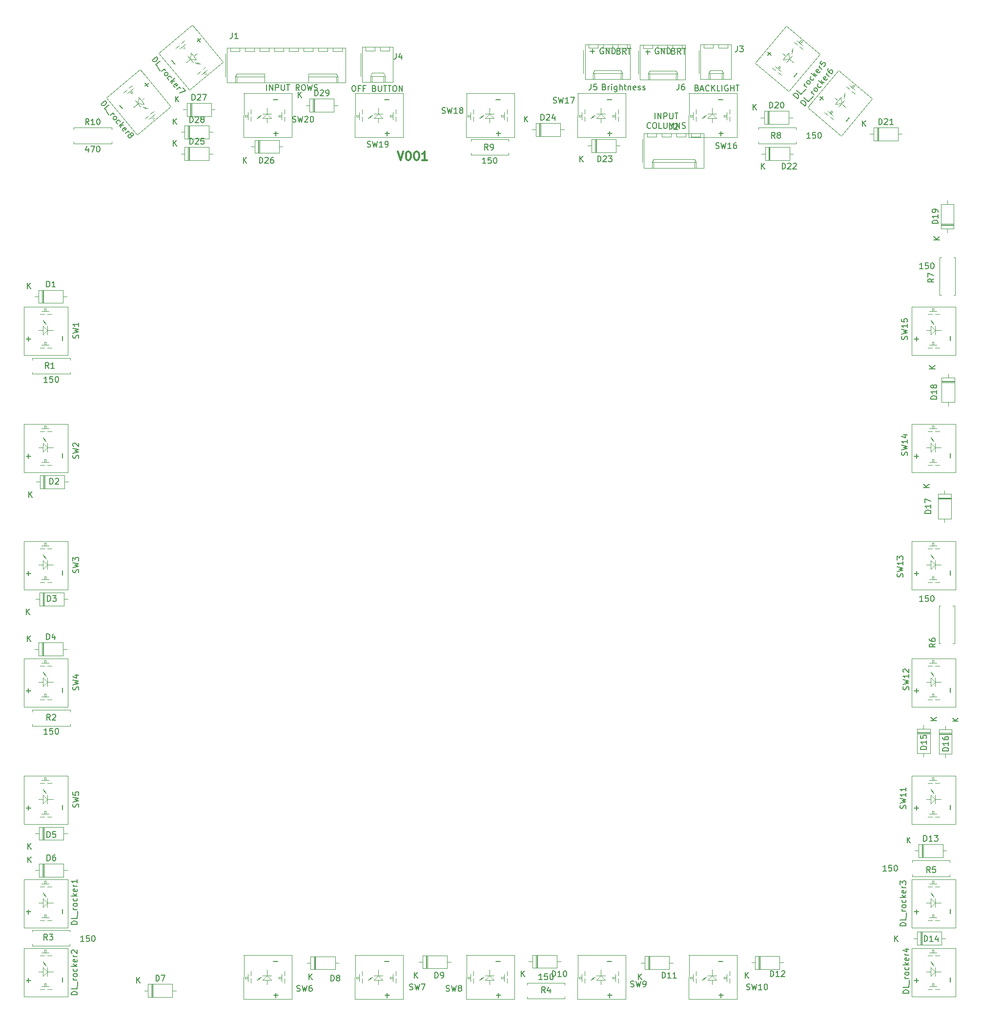
<source format=gbr>
G04 #@! TF.GenerationSoftware,KiCad,Pcbnew,(5.1.5-0-10_14)*
G04 #@! TF.CreationDate,2020-06-21T13:54:13+10:00*
G04 #@! TF.ProjectId,Buttons_AMPCD,42757474-6f6e-4735-9f41-4d5043442e6b,rev?*
G04 #@! TF.SameCoordinates,Original*
G04 #@! TF.FileFunction,Legend,Top*
G04 #@! TF.FilePolarity,Positive*
%FSLAX46Y46*%
G04 Gerber Fmt 4.6, Leading zero omitted, Abs format (unit mm)*
G04 Created by KiCad (PCBNEW (5.1.5-0-10_14)) date 2020-06-21 13:54:13*
%MOMM*%
%LPD*%
G04 APERTURE LIST*
%ADD10C,0.300000*%
%ADD11C,0.150000*%
%ADD12C,0.120000*%
G04 APERTURE END LIST*
D10*
X80796142Y-45787571D02*
X81296142Y-47287571D01*
X81796142Y-45787571D01*
X82581857Y-45787571D02*
X82724714Y-45787571D01*
X82867571Y-45859000D01*
X82939000Y-45930428D01*
X83010428Y-46073285D01*
X83081857Y-46359000D01*
X83081857Y-46716142D01*
X83010428Y-47001857D01*
X82939000Y-47144714D01*
X82867571Y-47216142D01*
X82724714Y-47287571D01*
X82581857Y-47287571D01*
X82439000Y-47216142D01*
X82367571Y-47144714D01*
X82296142Y-47001857D01*
X82224714Y-46716142D01*
X82224714Y-46359000D01*
X82296142Y-46073285D01*
X82367571Y-45930428D01*
X82439000Y-45859000D01*
X82581857Y-45787571D01*
X84010428Y-45787571D02*
X84153285Y-45787571D01*
X84296142Y-45859000D01*
X84367571Y-45930428D01*
X84439000Y-46073285D01*
X84510428Y-46359000D01*
X84510428Y-46716142D01*
X84439000Y-47001857D01*
X84367571Y-47144714D01*
X84296142Y-47216142D01*
X84153285Y-47287571D01*
X84010428Y-47287571D01*
X83867571Y-47216142D01*
X83796142Y-47144714D01*
X83724714Y-47001857D01*
X83653285Y-46716142D01*
X83653285Y-46359000D01*
X83724714Y-46073285D01*
X83796142Y-45930428D01*
X83867571Y-45859000D01*
X84010428Y-45787571D01*
X85939000Y-47287571D02*
X85081857Y-47287571D01*
X85510428Y-47287571D02*
X85510428Y-45787571D01*
X85367571Y-46001857D01*
X85224714Y-46144714D01*
X85081857Y-46216142D01*
D11*
X125452428Y-40140380D02*
X125452428Y-39140380D01*
X125928619Y-40140380D02*
X125928619Y-39140380D01*
X126500047Y-40140380D01*
X126500047Y-39140380D01*
X126976238Y-40140380D02*
X126976238Y-39140380D01*
X127357190Y-39140380D01*
X127452428Y-39188000D01*
X127500047Y-39235619D01*
X127547666Y-39330857D01*
X127547666Y-39473714D01*
X127500047Y-39568952D01*
X127452428Y-39616571D01*
X127357190Y-39664190D01*
X126976238Y-39664190D01*
X127976238Y-39140380D02*
X127976238Y-39949904D01*
X128023857Y-40045142D01*
X128071476Y-40092761D01*
X128166714Y-40140380D01*
X128357190Y-40140380D01*
X128452428Y-40092761D01*
X128500047Y-40045142D01*
X128547666Y-39949904D01*
X128547666Y-39140380D01*
X128881000Y-39140380D02*
X129452428Y-39140380D01*
X129166714Y-40140380D02*
X129166714Y-39140380D01*
X124666714Y-41695142D02*
X124619095Y-41742761D01*
X124476238Y-41790380D01*
X124381000Y-41790380D01*
X124238142Y-41742761D01*
X124142904Y-41647523D01*
X124095285Y-41552285D01*
X124047666Y-41361809D01*
X124047666Y-41218952D01*
X124095285Y-41028476D01*
X124142904Y-40933238D01*
X124238142Y-40838000D01*
X124381000Y-40790380D01*
X124476238Y-40790380D01*
X124619095Y-40838000D01*
X124666714Y-40885619D01*
X125285761Y-40790380D02*
X125476238Y-40790380D01*
X125571476Y-40838000D01*
X125666714Y-40933238D01*
X125714333Y-41123714D01*
X125714333Y-41457047D01*
X125666714Y-41647523D01*
X125571476Y-41742761D01*
X125476238Y-41790380D01*
X125285761Y-41790380D01*
X125190523Y-41742761D01*
X125095285Y-41647523D01*
X125047666Y-41457047D01*
X125047666Y-41123714D01*
X125095285Y-40933238D01*
X125190523Y-40838000D01*
X125285761Y-40790380D01*
X126619095Y-41790380D02*
X126142904Y-41790380D01*
X126142904Y-40790380D01*
X126952428Y-40790380D02*
X126952428Y-41599904D01*
X127000047Y-41695142D01*
X127047666Y-41742761D01*
X127142904Y-41790380D01*
X127333380Y-41790380D01*
X127428619Y-41742761D01*
X127476238Y-41695142D01*
X127523857Y-41599904D01*
X127523857Y-40790380D01*
X128000047Y-41790380D02*
X128000047Y-40790380D01*
X128333380Y-41504666D01*
X128666714Y-40790380D01*
X128666714Y-41790380D01*
X129142904Y-41790380D02*
X129142904Y-40790380D01*
X129714333Y-41790380D01*
X129714333Y-40790380D01*
X130142904Y-41742761D02*
X130285761Y-41790380D01*
X130523857Y-41790380D01*
X130619095Y-41742761D01*
X130666714Y-41695142D01*
X130714333Y-41599904D01*
X130714333Y-41504666D01*
X130666714Y-41409428D01*
X130619095Y-41361809D01*
X130523857Y-41314190D01*
X130333380Y-41266571D01*
X130238142Y-41218952D01*
X130190523Y-41171333D01*
X130142904Y-41076095D01*
X130142904Y-40980857D01*
X130190523Y-40885619D01*
X130238142Y-40838000D01*
X130333380Y-40790380D01*
X130571476Y-40790380D01*
X130714333Y-40838000D01*
X132742238Y-34795571D02*
X132885095Y-34843190D01*
X132932714Y-34890809D01*
X132980333Y-34986047D01*
X132980333Y-35128904D01*
X132932714Y-35224142D01*
X132885095Y-35271761D01*
X132789857Y-35319380D01*
X132408904Y-35319380D01*
X132408904Y-34319380D01*
X132742238Y-34319380D01*
X132837476Y-34367000D01*
X132885095Y-34414619D01*
X132932714Y-34509857D01*
X132932714Y-34605095D01*
X132885095Y-34700333D01*
X132837476Y-34747952D01*
X132742238Y-34795571D01*
X132408904Y-34795571D01*
X133361285Y-35033666D02*
X133837476Y-35033666D01*
X133266047Y-35319380D02*
X133599380Y-34319380D01*
X133932714Y-35319380D01*
X134837476Y-35224142D02*
X134789857Y-35271761D01*
X134647000Y-35319380D01*
X134551761Y-35319380D01*
X134408904Y-35271761D01*
X134313666Y-35176523D01*
X134266047Y-35081285D01*
X134218428Y-34890809D01*
X134218428Y-34747952D01*
X134266047Y-34557476D01*
X134313666Y-34462238D01*
X134408904Y-34367000D01*
X134551761Y-34319380D01*
X134647000Y-34319380D01*
X134789857Y-34367000D01*
X134837476Y-34414619D01*
X135266047Y-35319380D02*
X135266047Y-34319380D01*
X135837476Y-35319380D02*
X135408904Y-34747952D01*
X135837476Y-34319380D02*
X135266047Y-34890809D01*
X136742238Y-35319380D02*
X136266047Y-35319380D01*
X136266047Y-34319380D01*
X137075571Y-35319380D02*
X137075571Y-34319380D01*
X138075571Y-34367000D02*
X137980333Y-34319380D01*
X137837476Y-34319380D01*
X137694619Y-34367000D01*
X137599380Y-34462238D01*
X137551761Y-34557476D01*
X137504142Y-34747952D01*
X137504142Y-34890809D01*
X137551761Y-35081285D01*
X137599380Y-35176523D01*
X137694619Y-35271761D01*
X137837476Y-35319380D01*
X137932714Y-35319380D01*
X138075571Y-35271761D01*
X138123190Y-35224142D01*
X138123190Y-34890809D01*
X137932714Y-34890809D01*
X138551761Y-35319380D02*
X138551761Y-34319380D01*
X138551761Y-34795571D02*
X139123190Y-34795571D01*
X139123190Y-35319380D02*
X139123190Y-34319380D01*
X139456523Y-34319380D02*
X140027952Y-34319380D01*
X139742238Y-35319380D02*
X139742238Y-34319380D01*
X73100333Y-34369380D02*
X73290809Y-34369380D01*
X73386047Y-34417000D01*
X73481285Y-34512238D01*
X73528904Y-34702714D01*
X73528904Y-35036047D01*
X73481285Y-35226523D01*
X73386047Y-35321761D01*
X73290809Y-35369380D01*
X73100333Y-35369380D01*
X73005095Y-35321761D01*
X72909857Y-35226523D01*
X72862238Y-35036047D01*
X72862238Y-34702714D01*
X72909857Y-34512238D01*
X73005095Y-34417000D01*
X73100333Y-34369380D01*
X74290809Y-34845571D02*
X73957476Y-34845571D01*
X73957476Y-35369380D02*
X73957476Y-34369380D01*
X74433666Y-34369380D01*
X75147952Y-34845571D02*
X74814619Y-34845571D01*
X74814619Y-35369380D02*
X74814619Y-34369380D01*
X75290809Y-34369380D01*
X76767000Y-34845571D02*
X76909857Y-34893190D01*
X76957476Y-34940809D01*
X77005095Y-35036047D01*
X77005095Y-35178904D01*
X76957476Y-35274142D01*
X76909857Y-35321761D01*
X76814619Y-35369380D01*
X76433666Y-35369380D01*
X76433666Y-34369380D01*
X76767000Y-34369380D01*
X76862238Y-34417000D01*
X76909857Y-34464619D01*
X76957476Y-34559857D01*
X76957476Y-34655095D01*
X76909857Y-34750333D01*
X76862238Y-34797952D01*
X76767000Y-34845571D01*
X76433666Y-34845571D01*
X77433666Y-34369380D02*
X77433666Y-35178904D01*
X77481285Y-35274142D01*
X77528904Y-35321761D01*
X77624142Y-35369380D01*
X77814619Y-35369380D01*
X77909857Y-35321761D01*
X77957476Y-35274142D01*
X78005095Y-35178904D01*
X78005095Y-34369380D01*
X78338428Y-34369380D02*
X78909857Y-34369380D01*
X78624142Y-35369380D02*
X78624142Y-34369380D01*
X79100333Y-34369380D02*
X79671761Y-34369380D01*
X79386047Y-35369380D02*
X79386047Y-34369380D01*
X80195571Y-34369380D02*
X80386047Y-34369380D01*
X80481285Y-34417000D01*
X80576523Y-34512238D01*
X80624142Y-34702714D01*
X80624142Y-35036047D01*
X80576523Y-35226523D01*
X80481285Y-35321761D01*
X80386047Y-35369380D01*
X80195571Y-35369380D01*
X80100333Y-35321761D01*
X80005095Y-35226523D01*
X79957476Y-35036047D01*
X79957476Y-34702714D01*
X80005095Y-34512238D01*
X80100333Y-34417000D01*
X80195571Y-34369380D01*
X81052714Y-35369380D02*
X81052714Y-34369380D01*
X81624142Y-35369380D01*
X81624142Y-34369380D01*
X58086047Y-35199380D02*
X58086047Y-34199380D01*
X58562238Y-35199380D02*
X58562238Y-34199380D01*
X59133666Y-35199380D01*
X59133666Y-34199380D01*
X59609857Y-35199380D02*
X59609857Y-34199380D01*
X59990809Y-34199380D01*
X60086047Y-34247000D01*
X60133666Y-34294619D01*
X60181285Y-34389857D01*
X60181285Y-34532714D01*
X60133666Y-34627952D01*
X60086047Y-34675571D01*
X59990809Y-34723190D01*
X59609857Y-34723190D01*
X60609857Y-34199380D02*
X60609857Y-35008904D01*
X60657476Y-35104142D01*
X60705095Y-35151761D01*
X60800333Y-35199380D01*
X60990809Y-35199380D01*
X61086047Y-35151761D01*
X61133666Y-35104142D01*
X61181285Y-35008904D01*
X61181285Y-34199380D01*
X61514619Y-34199380D02*
X62086047Y-34199380D01*
X61800333Y-35199380D02*
X61800333Y-34199380D01*
X63752714Y-35199380D02*
X63419380Y-34723190D01*
X63181285Y-35199380D02*
X63181285Y-34199380D01*
X63562238Y-34199380D01*
X63657476Y-34247000D01*
X63705095Y-34294619D01*
X63752714Y-34389857D01*
X63752714Y-34532714D01*
X63705095Y-34627952D01*
X63657476Y-34675571D01*
X63562238Y-34723190D01*
X63181285Y-34723190D01*
X64371761Y-34199380D02*
X64562238Y-34199380D01*
X64657476Y-34247000D01*
X64752714Y-34342238D01*
X64800333Y-34532714D01*
X64800333Y-34866047D01*
X64752714Y-35056523D01*
X64657476Y-35151761D01*
X64562238Y-35199380D01*
X64371761Y-35199380D01*
X64276523Y-35151761D01*
X64181285Y-35056523D01*
X64133666Y-34866047D01*
X64133666Y-34532714D01*
X64181285Y-34342238D01*
X64276523Y-34247000D01*
X64371761Y-34199380D01*
X65133666Y-34199380D02*
X65371761Y-35199380D01*
X65562238Y-34485095D01*
X65752714Y-35199380D01*
X65990809Y-34199380D01*
X66324142Y-35151761D02*
X66467000Y-35199380D01*
X66705095Y-35199380D01*
X66800333Y-35151761D01*
X66847952Y-35104142D01*
X66895571Y-35008904D01*
X66895571Y-34913666D01*
X66847952Y-34818428D01*
X66800333Y-34770809D01*
X66705095Y-34723190D01*
X66514619Y-34675571D01*
X66419380Y-34627952D01*
X66371761Y-34580333D01*
X66324142Y-34485095D01*
X66324142Y-34389857D01*
X66371761Y-34294619D01*
X66419380Y-34247000D01*
X66514619Y-34199380D01*
X66752714Y-34199380D01*
X66895571Y-34247000D01*
X119187476Y-28395571D02*
X119330333Y-28443190D01*
X119377952Y-28490809D01*
X119425571Y-28586047D01*
X119425571Y-28728904D01*
X119377952Y-28824142D01*
X119330333Y-28871761D01*
X119235095Y-28919380D01*
X118854142Y-28919380D01*
X118854142Y-27919380D01*
X119187476Y-27919380D01*
X119282714Y-27967000D01*
X119330333Y-28014619D01*
X119377952Y-28109857D01*
X119377952Y-28205095D01*
X119330333Y-28300333D01*
X119282714Y-28347952D01*
X119187476Y-28395571D01*
X118854142Y-28395571D01*
X120425571Y-28919380D02*
X120092238Y-28443190D01*
X119854142Y-28919380D02*
X119854142Y-27919380D01*
X120235095Y-27919380D01*
X120330333Y-27967000D01*
X120377952Y-28014619D01*
X120425571Y-28109857D01*
X120425571Y-28252714D01*
X120377952Y-28347952D01*
X120330333Y-28395571D01*
X120235095Y-28443190D01*
X119854142Y-28443190D01*
X120711285Y-27919380D02*
X121282714Y-27919380D01*
X120997000Y-28919380D02*
X120997000Y-27919380D01*
X128677476Y-28395571D02*
X128820333Y-28443190D01*
X128867952Y-28490809D01*
X128915571Y-28586047D01*
X128915571Y-28728904D01*
X128867952Y-28824142D01*
X128820333Y-28871761D01*
X128725095Y-28919380D01*
X128344142Y-28919380D01*
X128344142Y-27919380D01*
X128677476Y-27919380D01*
X128772714Y-27967000D01*
X128820333Y-28014619D01*
X128867952Y-28109857D01*
X128867952Y-28205095D01*
X128820333Y-28300333D01*
X128772714Y-28347952D01*
X128677476Y-28395571D01*
X128344142Y-28395571D01*
X129915571Y-28919380D02*
X129582238Y-28443190D01*
X129344142Y-28919380D02*
X129344142Y-27919380D01*
X129725095Y-27919380D01*
X129820333Y-27967000D01*
X129867952Y-28014619D01*
X129915571Y-28109857D01*
X129915571Y-28252714D01*
X129867952Y-28347952D01*
X129820333Y-28395571D01*
X129725095Y-28443190D01*
X129344142Y-28443190D01*
X130201285Y-27919380D02*
X130772714Y-27919380D01*
X130487000Y-28919380D02*
X130487000Y-27919380D01*
X126035095Y-27937000D02*
X125939857Y-27889380D01*
X125797000Y-27889380D01*
X125654142Y-27937000D01*
X125558904Y-28032238D01*
X125511285Y-28127476D01*
X125463666Y-28317952D01*
X125463666Y-28460809D01*
X125511285Y-28651285D01*
X125558904Y-28746523D01*
X125654142Y-28841761D01*
X125797000Y-28889380D01*
X125892238Y-28889380D01*
X126035095Y-28841761D01*
X126082714Y-28794142D01*
X126082714Y-28460809D01*
X125892238Y-28460809D01*
X126511285Y-28889380D02*
X126511285Y-27889380D01*
X127082714Y-28889380D01*
X127082714Y-27889380D01*
X127558904Y-28889380D02*
X127558904Y-27889380D01*
X127797000Y-27889380D01*
X127939857Y-27937000D01*
X128035095Y-28032238D01*
X128082714Y-28127476D01*
X128130333Y-28317952D01*
X128130333Y-28460809D01*
X128082714Y-28651285D01*
X128035095Y-28746523D01*
X127939857Y-28841761D01*
X127797000Y-28889380D01*
X127558904Y-28889380D01*
X116465095Y-27937000D02*
X116369857Y-27889380D01*
X116227000Y-27889380D01*
X116084142Y-27937000D01*
X115988904Y-28032238D01*
X115941285Y-28127476D01*
X115893666Y-28317952D01*
X115893666Y-28460809D01*
X115941285Y-28651285D01*
X115988904Y-28746523D01*
X116084142Y-28841761D01*
X116227000Y-28889380D01*
X116322238Y-28889380D01*
X116465095Y-28841761D01*
X116512714Y-28794142D01*
X116512714Y-28460809D01*
X116322238Y-28460809D01*
X116941285Y-28889380D02*
X116941285Y-27889380D01*
X117512714Y-28889380D01*
X117512714Y-27889380D01*
X117988904Y-28889380D02*
X117988904Y-27889380D01*
X118227000Y-27889380D01*
X118369857Y-27937000D01*
X118465095Y-28032238D01*
X118512714Y-28127476D01*
X118560333Y-28317952D01*
X118560333Y-28460809D01*
X118512714Y-28651285D01*
X118465095Y-28746523D01*
X118369857Y-28841761D01*
X118227000Y-28889380D01*
X117988904Y-28889380D01*
X123826047Y-28538428D02*
X124587952Y-28538428D01*
X124207000Y-28919380D02*
X124207000Y-28157476D01*
X114196047Y-28408428D02*
X114957952Y-28408428D01*
X114577000Y-28789380D02*
X114577000Y-28027476D01*
X116657857Y-34599571D02*
X116800714Y-34647190D01*
X116848333Y-34694809D01*
X116895952Y-34790047D01*
X116895952Y-34932904D01*
X116848333Y-35028142D01*
X116800714Y-35075761D01*
X116705476Y-35123380D01*
X116324523Y-35123380D01*
X116324523Y-34123380D01*
X116657857Y-34123380D01*
X116753095Y-34171000D01*
X116800714Y-34218619D01*
X116848333Y-34313857D01*
X116848333Y-34409095D01*
X116800714Y-34504333D01*
X116753095Y-34551952D01*
X116657857Y-34599571D01*
X116324523Y-34599571D01*
X117324523Y-35123380D02*
X117324523Y-34456714D01*
X117324523Y-34647190D02*
X117372142Y-34551952D01*
X117419761Y-34504333D01*
X117515000Y-34456714D01*
X117610238Y-34456714D01*
X117943571Y-35123380D02*
X117943571Y-34456714D01*
X117943571Y-34123380D02*
X117895952Y-34171000D01*
X117943571Y-34218619D01*
X117991190Y-34171000D01*
X117943571Y-34123380D01*
X117943571Y-34218619D01*
X118848333Y-34456714D02*
X118848333Y-35266238D01*
X118800714Y-35361476D01*
X118753095Y-35409095D01*
X118657857Y-35456714D01*
X118515000Y-35456714D01*
X118419761Y-35409095D01*
X118848333Y-35075761D02*
X118753095Y-35123380D01*
X118562619Y-35123380D01*
X118467380Y-35075761D01*
X118419761Y-35028142D01*
X118372142Y-34932904D01*
X118372142Y-34647190D01*
X118419761Y-34551952D01*
X118467380Y-34504333D01*
X118562619Y-34456714D01*
X118753095Y-34456714D01*
X118848333Y-34504333D01*
X119324523Y-35123380D02*
X119324523Y-34123380D01*
X119753095Y-35123380D02*
X119753095Y-34599571D01*
X119705476Y-34504333D01*
X119610238Y-34456714D01*
X119467380Y-34456714D01*
X119372142Y-34504333D01*
X119324523Y-34551952D01*
X120086428Y-34456714D02*
X120467380Y-34456714D01*
X120229285Y-34123380D02*
X120229285Y-34980523D01*
X120276904Y-35075761D01*
X120372142Y-35123380D01*
X120467380Y-35123380D01*
X120800714Y-34456714D02*
X120800714Y-35123380D01*
X120800714Y-34551952D02*
X120848333Y-34504333D01*
X120943571Y-34456714D01*
X121086428Y-34456714D01*
X121181666Y-34504333D01*
X121229285Y-34599571D01*
X121229285Y-35123380D01*
X122086428Y-35075761D02*
X121991190Y-35123380D01*
X121800714Y-35123380D01*
X121705476Y-35075761D01*
X121657857Y-34980523D01*
X121657857Y-34599571D01*
X121705476Y-34504333D01*
X121800714Y-34456714D01*
X121991190Y-34456714D01*
X122086428Y-34504333D01*
X122134047Y-34599571D01*
X122134047Y-34694809D01*
X121657857Y-34790047D01*
X122515000Y-35075761D02*
X122610238Y-35123380D01*
X122800714Y-35123380D01*
X122895952Y-35075761D01*
X122943571Y-34980523D01*
X122943571Y-34932904D01*
X122895952Y-34837666D01*
X122800714Y-34790047D01*
X122657857Y-34790047D01*
X122562619Y-34742428D01*
X122515000Y-34647190D01*
X122515000Y-34599571D01*
X122562619Y-34504333D01*
X122657857Y-34456714D01*
X122800714Y-34456714D01*
X122895952Y-34504333D01*
X123324523Y-35075761D02*
X123419761Y-35123380D01*
X123610238Y-35123380D01*
X123705476Y-35075761D01*
X123753095Y-34980523D01*
X123753095Y-34932904D01*
X123705476Y-34837666D01*
X123610238Y-34790047D01*
X123467380Y-34790047D01*
X123372142Y-34742428D01*
X123324523Y-34647190D01*
X123324523Y-34599571D01*
X123372142Y-34504333D01*
X123467380Y-34456714D01*
X123610238Y-34456714D01*
X123705476Y-34504333D01*
D12*
X130117000Y-27917000D02*
X130117000Y-27317000D01*
X128517000Y-27917000D02*
X130117000Y-27917000D01*
X128517000Y-27317000D02*
X128517000Y-27917000D01*
X127577000Y-27917000D02*
X127577000Y-27317000D01*
X125977000Y-27917000D02*
X127577000Y-27917000D01*
X125977000Y-27317000D02*
X125977000Y-27917000D01*
X125037000Y-27917000D02*
X125037000Y-27317000D01*
X123437000Y-27917000D02*
X125037000Y-27917000D01*
X123437000Y-27317000D02*
X123437000Y-27917000D01*
X129067000Y-33337000D02*
X129067000Y-32337000D01*
X124487000Y-33337000D02*
X124487000Y-32337000D01*
X129067000Y-31807000D02*
X129317000Y-32337000D01*
X124487000Y-31807000D02*
X129067000Y-31807000D01*
X124237000Y-32337000D02*
X124487000Y-31807000D01*
X129317000Y-32337000D02*
X129317000Y-33337000D01*
X124237000Y-32337000D02*
X129317000Y-32337000D01*
X124237000Y-33337000D02*
X124237000Y-32337000D01*
X122567000Y-28347000D02*
X122567000Y-32347000D01*
X130697000Y-27317000D02*
X122857000Y-27317000D01*
X130697000Y-33337000D02*
X130697000Y-27317000D01*
X122857000Y-33337000D02*
X130697000Y-33337000D01*
X122857000Y-27317000D02*
X122857000Y-33337000D01*
X120577000Y-27857000D02*
X120577000Y-27257000D01*
X118977000Y-27857000D02*
X120577000Y-27857000D01*
X118977000Y-27257000D02*
X118977000Y-27857000D01*
X118037000Y-27857000D02*
X118037000Y-27257000D01*
X116437000Y-27857000D02*
X118037000Y-27857000D01*
X116437000Y-27257000D02*
X116437000Y-27857000D01*
X115497000Y-27857000D02*
X115497000Y-27257000D01*
X113897000Y-27857000D02*
X115497000Y-27857000D01*
X113897000Y-27257000D02*
X113897000Y-27857000D01*
X119527000Y-33277000D02*
X119527000Y-32277000D01*
X114947000Y-33277000D02*
X114947000Y-32277000D01*
X119527000Y-31747000D02*
X119777000Y-32277000D01*
X114947000Y-31747000D02*
X119527000Y-31747000D01*
X114697000Y-32277000D02*
X114947000Y-31747000D01*
X119777000Y-32277000D02*
X119777000Y-33277000D01*
X114697000Y-32277000D02*
X119777000Y-32277000D01*
X114697000Y-33277000D02*
X114697000Y-32277000D01*
X113027000Y-28287000D02*
X113027000Y-32287000D01*
X121157000Y-27257000D02*
X113317000Y-27257000D01*
X121157000Y-33277000D02*
X121157000Y-27257000D01*
X113317000Y-33277000D02*
X121157000Y-33277000D01*
X113317000Y-27257000D02*
X113317000Y-33277000D01*
X79387000Y-28317000D02*
X79387000Y-27717000D01*
X77787000Y-28317000D02*
X79387000Y-28317000D01*
X77787000Y-27717000D02*
X77787000Y-28317000D01*
X76847000Y-28317000D02*
X76847000Y-27717000D01*
X75247000Y-28317000D02*
X76847000Y-28317000D01*
X75247000Y-27717000D02*
X75247000Y-28317000D01*
X78337000Y-33737000D02*
X78337000Y-32737000D01*
X76297000Y-33737000D02*
X76297000Y-32737000D01*
X78337000Y-32207000D02*
X78587000Y-32737000D01*
X76297000Y-32207000D02*
X78337000Y-32207000D01*
X76047000Y-32737000D02*
X76297000Y-32207000D01*
X78587000Y-32737000D02*
X78587000Y-33737000D01*
X76047000Y-32737000D02*
X78587000Y-32737000D01*
X76047000Y-33737000D02*
X76047000Y-32737000D01*
X74377000Y-28747000D02*
X74377000Y-32747000D01*
X79967000Y-27717000D02*
X74667000Y-27717000D01*
X79967000Y-33737000D02*
X79967000Y-27717000D01*
X74667000Y-33737000D02*
X79967000Y-33737000D01*
X74667000Y-27717000D02*
X74667000Y-33737000D01*
X66117000Y-36687000D02*
X66117000Y-38927000D01*
X66357000Y-36687000D02*
X66357000Y-38927000D01*
X66237000Y-36687000D02*
X66237000Y-38927000D01*
X70407000Y-37807000D02*
X69757000Y-37807000D01*
X64867000Y-37807000D02*
X65517000Y-37807000D01*
X69757000Y-36687000D02*
X65517000Y-36687000D01*
X69757000Y-38927000D02*
X69757000Y-36687000D01*
X65517000Y-38927000D02*
X69757000Y-38927000D01*
X65517000Y-36687000D02*
X65517000Y-38927000D01*
X15937000Y-162365000D02*
X15937000Y-161095000D01*
X23557000Y-162367000D02*
X15937000Y-162365000D01*
X23557000Y-153977000D02*
X23557000Y-162359000D01*
X15937000Y-153983000D02*
X23557000Y-153997000D01*
X15937000Y-162111000D02*
X15937000Y-153983000D01*
X19747000Y-154237000D02*
X19747000Y-154745000D01*
X18731000Y-155253000D02*
X19493000Y-155253000D01*
X19493000Y-154237000D02*
X19747000Y-154237000D01*
X18985000Y-154745000D02*
X20255000Y-154745000D01*
X20001000Y-155253000D02*
X20763000Y-155253000D01*
X19493000Y-154745000D02*
X19493000Y-154237000D01*
X19747000Y-160079000D02*
X19747000Y-160587000D01*
X19493000Y-160079000D02*
X19747000Y-160079000D01*
X19493000Y-160587000D02*
X19493000Y-160079000D01*
X18985000Y-160587000D02*
X20255000Y-160587000D01*
X20001000Y-161095000D02*
X20763000Y-161095000D01*
X18731000Y-161095000D02*
X19493000Y-161095000D01*
X19493000Y-156523000D02*
X19747000Y-157031000D01*
X19493000Y-156777000D02*
X19493000Y-156523000D01*
X19239000Y-156269000D02*
X19493000Y-156777000D01*
X20001000Y-158047000D02*
X21017000Y-158047000D01*
X20001000Y-158809000D02*
X20001000Y-158047000D01*
X20001000Y-157285000D02*
X20001000Y-158809000D01*
X19239000Y-158809000D02*
X19239000Y-158047000D01*
X20001000Y-158047000D02*
X19239000Y-158809000D01*
X19239000Y-157285000D02*
X20001000Y-158047000D01*
X19239000Y-158047000D02*
X19239000Y-157285000D01*
X18477000Y-158047000D02*
X19239000Y-158047000D01*
X31167000Y-44427000D02*
X31167000Y-44097000D01*
X24627000Y-44427000D02*
X31167000Y-44427000D01*
X24627000Y-44097000D02*
X24627000Y-44427000D01*
X31167000Y-41687000D02*
X31167000Y-42017000D01*
X24627000Y-41687000D02*
X31167000Y-41687000D01*
X24627000Y-42017000D02*
X24627000Y-41687000D01*
X100037000Y-46417000D02*
X100037000Y-46087000D01*
X93497000Y-46417000D02*
X100037000Y-46417000D01*
X93497000Y-46087000D02*
X93497000Y-46417000D01*
X100037000Y-43677000D02*
X100037000Y-44007000D01*
X93497000Y-43677000D02*
X100037000Y-43677000D01*
X93497000Y-44007000D02*
X93497000Y-43677000D01*
X149927000Y-44427000D02*
X149927000Y-44097000D01*
X143387000Y-44427000D02*
X149927000Y-44427000D01*
X143387000Y-44097000D02*
X143387000Y-44427000D01*
X149927000Y-41687000D02*
X149927000Y-42017000D01*
X143387000Y-41687000D02*
X149927000Y-41687000D01*
X143387000Y-42017000D02*
X143387000Y-41687000D01*
X174807000Y-70717000D02*
X175137000Y-70717000D01*
X174807000Y-64177000D02*
X174807000Y-70717000D01*
X175137000Y-64177000D02*
X174807000Y-64177000D01*
X177547000Y-70717000D02*
X177217000Y-70717000D01*
X177547000Y-64177000D02*
X177547000Y-70717000D01*
X177217000Y-64177000D02*
X177547000Y-64177000D01*
X174677000Y-131047000D02*
X175007000Y-131047000D01*
X174677000Y-124507000D02*
X174677000Y-131047000D01*
X175007000Y-124507000D02*
X174677000Y-124507000D01*
X177417000Y-131047000D02*
X177087000Y-131047000D01*
X177417000Y-124507000D02*
X177417000Y-131047000D01*
X177087000Y-124507000D02*
X177417000Y-124507000D01*
X170077000Y-168687000D02*
X170077000Y-169017000D01*
X176617000Y-168687000D02*
X170077000Y-168687000D01*
X176617000Y-169017000D02*
X176617000Y-168687000D01*
X170077000Y-171427000D02*
X170077000Y-171097000D01*
X176617000Y-171427000D02*
X170077000Y-171427000D01*
X176617000Y-171097000D02*
X176617000Y-171427000D01*
X103277000Y-189867000D02*
X103277000Y-190197000D01*
X109817000Y-189867000D02*
X103277000Y-189867000D01*
X109817000Y-190197000D02*
X109817000Y-189867000D01*
X103277000Y-192607000D02*
X103277000Y-192277000D01*
X109817000Y-192607000D02*
X103277000Y-192607000D01*
X109817000Y-192277000D02*
X109817000Y-192607000D01*
X23907000Y-183457000D02*
X23907000Y-183127000D01*
X17367000Y-183457000D02*
X23907000Y-183457000D01*
X17367000Y-183127000D02*
X17367000Y-183457000D01*
X23907000Y-180717000D02*
X23907000Y-181047000D01*
X17367000Y-180717000D02*
X23907000Y-180717000D01*
X17367000Y-181047000D02*
X17367000Y-180717000D01*
X23987000Y-145327000D02*
X23987000Y-144997000D01*
X17447000Y-145327000D02*
X23987000Y-145327000D01*
X17447000Y-144997000D02*
X17447000Y-145327000D01*
X23987000Y-142587000D02*
X23987000Y-142917000D01*
X17447000Y-142587000D02*
X23987000Y-142587000D01*
X17447000Y-142917000D02*
X17447000Y-142587000D01*
X23987000Y-84357000D02*
X23987000Y-84027000D01*
X17447000Y-84357000D02*
X23987000Y-84357000D01*
X17447000Y-84027000D02*
X17447000Y-84357000D01*
X23987000Y-81617000D02*
X23987000Y-81947000D01*
X17447000Y-81617000D02*
X23987000Y-81617000D01*
X17447000Y-81947000D02*
X17447000Y-81617000D01*
X138067000Y-27857000D02*
X138067000Y-27257000D01*
X136467000Y-27857000D02*
X138067000Y-27857000D01*
X136467000Y-27257000D02*
X136467000Y-27857000D01*
X135527000Y-27857000D02*
X135527000Y-27257000D01*
X133927000Y-27857000D02*
X135527000Y-27857000D01*
X133927000Y-27257000D02*
X133927000Y-27857000D01*
X137017000Y-33277000D02*
X137017000Y-32277000D01*
X134977000Y-33277000D02*
X134977000Y-32277000D01*
X137017000Y-31747000D02*
X137267000Y-32277000D01*
X134977000Y-31747000D02*
X137017000Y-31747000D01*
X134727000Y-32277000D02*
X134977000Y-31747000D01*
X137267000Y-32277000D02*
X137267000Y-33277000D01*
X134727000Y-32277000D02*
X137267000Y-32277000D01*
X134727000Y-33277000D02*
X134727000Y-32277000D01*
X133057000Y-28287000D02*
X133057000Y-32287000D01*
X138647000Y-27257000D02*
X133347000Y-27257000D01*
X138647000Y-33277000D02*
X138647000Y-27257000D01*
X133347000Y-33277000D02*
X138647000Y-33277000D01*
X133347000Y-27257000D02*
X133347000Y-33277000D01*
X133327000Y-43227000D02*
X133327000Y-42627000D01*
X131727000Y-43227000D02*
X133327000Y-43227000D01*
X131727000Y-42627000D02*
X131727000Y-43227000D01*
X130787000Y-43227000D02*
X130787000Y-42627000D01*
X129187000Y-43227000D02*
X130787000Y-43227000D01*
X129187000Y-42627000D02*
X129187000Y-43227000D01*
X128247000Y-43227000D02*
X128247000Y-42627000D01*
X126647000Y-43227000D02*
X128247000Y-43227000D01*
X126647000Y-42627000D02*
X126647000Y-43227000D01*
X125707000Y-43227000D02*
X125707000Y-42627000D01*
X124107000Y-43227000D02*
X125707000Y-43227000D01*
X124107000Y-42627000D02*
X124107000Y-43227000D01*
X132277000Y-48647000D02*
X132277000Y-47647000D01*
X125157000Y-48647000D02*
X125157000Y-47647000D01*
X132277000Y-47117000D02*
X132527000Y-47647000D01*
X125157000Y-47117000D02*
X132277000Y-47117000D01*
X124907000Y-47647000D02*
X125157000Y-47117000D01*
X132527000Y-47647000D02*
X132527000Y-48647000D01*
X124907000Y-47647000D02*
X132527000Y-47647000D01*
X124907000Y-48647000D02*
X124907000Y-47647000D01*
X123237000Y-43657000D02*
X123237000Y-47657000D01*
X133907000Y-42627000D02*
X123527000Y-42627000D01*
X133907000Y-48647000D02*
X133907000Y-42627000D01*
X123527000Y-48647000D02*
X133907000Y-48647000D01*
X123527000Y-42627000D02*
X123527000Y-48647000D01*
X71177000Y-28417000D02*
X71177000Y-27817000D01*
X69577000Y-28417000D02*
X71177000Y-28417000D01*
X69577000Y-27817000D02*
X69577000Y-28417000D01*
X68637000Y-28417000D02*
X68637000Y-27817000D01*
X67037000Y-28417000D02*
X68637000Y-28417000D01*
X67037000Y-27817000D02*
X67037000Y-28417000D01*
X66097000Y-28417000D02*
X66097000Y-27817000D01*
X64497000Y-28417000D02*
X66097000Y-28417000D01*
X64497000Y-27817000D02*
X64497000Y-28417000D01*
X63557000Y-28417000D02*
X63557000Y-27817000D01*
X61957000Y-28417000D02*
X63557000Y-28417000D01*
X61957000Y-27817000D02*
X61957000Y-28417000D01*
X61017000Y-28417000D02*
X61017000Y-27817000D01*
X59417000Y-28417000D02*
X61017000Y-28417000D01*
X59417000Y-27817000D02*
X59417000Y-28417000D01*
X58477000Y-28417000D02*
X58477000Y-27817000D01*
X56877000Y-28417000D02*
X58477000Y-28417000D01*
X56877000Y-27817000D02*
X56877000Y-28417000D01*
X55937000Y-28417000D02*
X55937000Y-27817000D01*
X54337000Y-28417000D02*
X55937000Y-28417000D01*
X54337000Y-27817000D02*
X54337000Y-28417000D01*
X53397000Y-28417000D02*
X53397000Y-27817000D01*
X51797000Y-28417000D02*
X53397000Y-28417000D01*
X51797000Y-27817000D02*
X51797000Y-28417000D01*
X70127000Y-33837000D02*
X70127000Y-32837000D01*
X65297000Y-32307000D02*
X65297000Y-32837000D01*
X70127000Y-32307000D02*
X65297000Y-32307000D01*
X70377000Y-32837000D02*
X70127000Y-32307000D01*
X65297000Y-32837000D02*
X65297000Y-33837000D01*
X70377000Y-32837000D02*
X65297000Y-32837000D01*
X70377000Y-33837000D02*
X70377000Y-32837000D01*
X52847000Y-33837000D02*
X52847000Y-32837000D01*
X57677000Y-32307000D02*
X57677000Y-32837000D01*
X52847000Y-32307000D02*
X57677000Y-32307000D01*
X52597000Y-32837000D02*
X52847000Y-32307000D01*
X57677000Y-32837000D02*
X57677000Y-33837000D01*
X52597000Y-32837000D02*
X57677000Y-32837000D01*
X52597000Y-33837000D02*
X52597000Y-32837000D01*
X50927000Y-28847000D02*
X50927000Y-32847000D01*
X71757000Y-27817000D02*
X51217000Y-27817000D01*
X71757000Y-33837000D02*
X71757000Y-27817000D01*
X51217000Y-33837000D02*
X71757000Y-33837000D01*
X51217000Y-27817000D02*
X51217000Y-33837000D01*
X44447000Y-41317000D02*
X44447000Y-43557000D01*
X44687000Y-41317000D02*
X44687000Y-43557000D01*
X44567000Y-41317000D02*
X44567000Y-43557000D01*
X48737000Y-42437000D02*
X48087000Y-42437000D01*
X43197000Y-42437000D02*
X43847000Y-42437000D01*
X48087000Y-41317000D02*
X43847000Y-41317000D01*
X48087000Y-43557000D02*
X48087000Y-41317000D01*
X43847000Y-43557000D02*
X48087000Y-43557000D01*
X43847000Y-41317000D02*
X43847000Y-43557000D01*
X44817000Y-37427000D02*
X44817000Y-39667000D01*
X45057000Y-37427000D02*
X45057000Y-39667000D01*
X44937000Y-37427000D02*
X44937000Y-39667000D01*
X49107000Y-38547000D02*
X48457000Y-38547000D01*
X43567000Y-38547000D02*
X44217000Y-38547000D01*
X48457000Y-37427000D02*
X44217000Y-37427000D01*
X48457000Y-39667000D02*
X48457000Y-37427000D01*
X44217000Y-39667000D02*
X48457000Y-39667000D01*
X44217000Y-37427000D02*
X44217000Y-39667000D01*
X56587000Y-43837000D02*
X56587000Y-46077000D01*
X56827000Y-43837000D02*
X56827000Y-46077000D01*
X56707000Y-43837000D02*
X56707000Y-46077000D01*
X60877000Y-44957000D02*
X60227000Y-44957000D01*
X55337000Y-44957000D02*
X55987000Y-44957000D01*
X60227000Y-43837000D02*
X55987000Y-43837000D01*
X60227000Y-46077000D02*
X60227000Y-43837000D01*
X55987000Y-46077000D02*
X60227000Y-46077000D01*
X55987000Y-43837000D02*
X55987000Y-46077000D01*
X44447000Y-45077000D02*
X44447000Y-47317000D01*
X44687000Y-45077000D02*
X44687000Y-47317000D01*
X44567000Y-45077000D02*
X44567000Y-47317000D01*
X48737000Y-46197000D02*
X48087000Y-46197000D01*
X43197000Y-46197000D02*
X43847000Y-46197000D01*
X48087000Y-45077000D02*
X43847000Y-45077000D01*
X48087000Y-47317000D02*
X48087000Y-45077000D01*
X43847000Y-47317000D02*
X48087000Y-47317000D01*
X43847000Y-45077000D02*
X43847000Y-47317000D01*
X105367000Y-40897000D02*
X105367000Y-43137000D01*
X105607000Y-40897000D02*
X105607000Y-43137000D01*
X105487000Y-40897000D02*
X105487000Y-43137000D01*
X109657000Y-42017000D02*
X109007000Y-42017000D01*
X104117000Y-42017000D02*
X104767000Y-42017000D01*
X109007000Y-40897000D02*
X104767000Y-40897000D01*
X109007000Y-43137000D02*
X109007000Y-40897000D01*
X104767000Y-43137000D02*
X109007000Y-43137000D01*
X104767000Y-40897000D02*
X104767000Y-43137000D01*
X115047000Y-43697000D02*
X115047000Y-45937000D01*
X115287000Y-43697000D02*
X115287000Y-45937000D01*
X115167000Y-43697000D02*
X115167000Y-45937000D01*
X119337000Y-44817000D02*
X118687000Y-44817000D01*
X113797000Y-44817000D02*
X114447000Y-44817000D01*
X118687000Y-43697000D02*
X114447000Y-43697000D01*
X118687000Y-45937000D02*
X118687000Y-43697000D01*
X114447000Y-45937000D02*
X118687000Y-45937000D01*
X114447000Y-43697000D02*
X114447000Y-45937000D01*
X145137000Y-45077000D02*
X145137000Y-47317000D01*
X145377000Y-45077000D02*
X145377000Y-47317000D01*
X145257000Y-45077000D02*
X145257000Y-47317000D01*
X149427000Y-46197000D02*
X148777000Y-46197000D01*
X143887000Y-46197000D02*
X144537000Y-46197000D01*
X148777000Y-45077000D02*
X144537000Y-45077000D01*
X148777000Y-47317000D02*
X148777000Y-45077000D01*
X144537000Y-47317000D02*
X148777000Y-47317000D01*
X144537000Y-45077000D02*
X144537000Y-47317000D01*
X163977000Y-41657000D02*
X163977000Y-43897000D01*
X164217000Y-41657000D02*
X164217000Y-43897000D01*
X164097000Y-41657000D02*
X164097000Y-43897000D01*
X168267000Y-42777000D02*
X167617000Y-42777000D01*
X162727000Y-42777000D02*
X163377000Y-42777000D01*
X167617000Y-41657000D02*
X163377000Y-41657000D01*
X167617000Y-43897000D02*
X167617000Y-41657000D01*
X163377000Y-43897000D02*
X167617000Y-43897000D01*
X163377000Y-41657000D02*
X163377000Y-43897000D01*
X145007000Y-38807000D02*
X145007000Y-41047000D01*
X145247000Y-38807000D02*
X145247000Y-41047000D01*
X145127000Y-38807000D02*
X145127000Y-41047000D01*
X149297000Y-39927000D02*
X148647000Y-39927000D01*
X143757000Y-39927000D02*
X144407000Y-39927000D01*
X148647000Y-38807000D02*
X144407000Y-38807000D01*
X148647000Y-41047000D02*
X148647000Y-38807000D01*
X144407000Y-41047000D02*
X148647000Y-41047000D01*
X144407000Y-38807000D02*
X144407000Y-41047000D01*
X175057000Y-58587000D02*
X177297000Y-58587000D01*
X175057000Y-58347000D02*
X177297000Y-58347000D01*
X175057000Y-58467000D02*
X177297000Y-58467000D01*
X176177000Y-54297000D02*
X176177000Y-54947000D01*
X176177000Y-59837000D02*
X176177000Y-59187000D01*
X175057000Y-54947000D02*
X175057000Y-59187000D01*
X177297000Y-54947000D02*
X175057000Y-54947000D01*
X177297000Y-59187000D02*
X177297000Y-54947000D01*
X175057000Y-59187000D02*
X177297000Y-59187000D01*
X177417000Y-85587000D02*
X175177000Y-85587000D01*
X177417000Y-85827000D02*
X175177000Y-85827000D01*
X177417000Y-85707000D02*
X175177000Y-85707000D01*
X176297000Y-89877000D02*
X176297000Y-89227000D01*
X176297000Y-84337000D02*
X176297000Y-84987000D01*
X177417000Y-89227000D02*
X177417000Y-84987000D01*
X175177000Y-89227000D02*
X177417000Y-89227000D01*
X175177000Y-84987000D02*
X175177000Y-89227000D01*
X177417000Y-84987000D02*
X175177000Y-84987000D01*
X176797000Y-105787000D02*
X174557000Y-105787000D01*
X176797000Y-106027000D02*
X174557000Y-106027000D01*
X176797000Y-105907000D02*
X174557000Y-105907000D01*
X175677000Y-110077000D02*
X175677000Y-109427000D01*
X175677000Y-104537000D02*
X175677000Y-105187000D01*
X176797000Y-109427000D02*
X176797000Y-105187000D01*
X174557000Y-109427000D02*
X176797000Y-109427000D01*
X174557000Y-105187000D02*
X174557000Y-109427000D01*
X176797000Y-105187000D02*
X174557000Y-105187000D01*
X176917000Y-146577000D02*
X174677000Y-146577000D01*
X176917000Y-146817000D02*
X174677000Y-146817000D01*
X176917000Y-146697000D02*
X174677000Y-146697000D01*
X175797000Y-150867000D02*
X175797000Y-150217000D01*
X175797000Y-145327000D02*
X175797000Y-145977000D01*
X176917000Y-150217000D02*
X176917000Y-145977000D01*
X174677000Y-150217000D02*
X176917000Y-150217000D01*
X174677000Y-145977000D02*
X174677000Y-150217000D01*
X176917000Y-145977000D02*
X174677000Y-145977000D01*
X173157000Y-146447000D02*
X170917000Y-146447000D01*
X173157000Y-146687000D02*
X170917000Y-146687000D01*
X173157000Y-146567000D02*
X170917000Y-146567000D01*
X172037000Y-150737000D02*
X172037000Y-150087000D01*
X172037000Y-145197000D02*
X172037000Y-145847000D01*
X173157000Y-150087000D02*
X173157000Y-145847000D01*
X170917000Y-150087000D02*
X173157000Y-150087000D01*
X170917000Y-145847000D02*
X170917000Y-150087000D01*
X173157000Y-145847000D02*
X170917000Y-145847000D01*
X171537000Y-181047000D02*
X171537000Y-183287000D01*
X171777000Y-181047000D02*
X171777000Y-183287000D01*
X171657000Y-181047000D02*
X171657000Y-183287000D01*
X175827000Y-182167000D02*
X175177000Y-182167000D01*
X170287000Y-182167000D02*
X170937000Y-182167000D01*
X175177000Y-181047000D02*
X170937000Y-181047000D01*
X175177000Y-183287000D02*
X175177000Y-181047000D01*
X170937000Y-183287000D02*
X175177000Y-183287000D01*
X170937000Y-181047000D02*
X170937000Y-183287000D01*
X171737000Y-165867000D02*
X171737000Y-168107000D01*
X171977000Y-165867000D02*
X171977000Y-168107000D01*
X171857000Y-165867000D02*
X171857000Y-168107000D01*
X176027000Y-166987000D02*
X175377000Y-166987000D01*
X170487000Y-166987000D02*
X171137000Y-166987000D01*
X175377000Y-165867000D02*
X171137000Y-165867000D01*
X175377000Y-168107000D02*
X175377000Y-165867000D01*
X171137000Y-168107000D02*
X175377000Y-168107000D01*
X171137000Y-165867000D02*
X171137000Y-168107000D01*
X143417000Y-185257000D02*
X143417000Y-187497000D01*
X143657000Y-185257000D02*
X143657000Y-187497000D01*
X143537000Y-185257000D02*
X143537000Y-187497000D01*
X147707000Y-186377000D02*
X147057000Y-186377000D01*
X142167000Y-186377000D02*
X142817000Y-186377000D01*
X147057000Y-185257000D02*
X142817000Y-185257000D01*
X147057000Y-187497000D02*
X147057000Y-185257000D01*
X142817000Y-187497000D02*
X147057000Y-187497000D01*
X142817000Y-185257000D02*
X142817000Y-187497000D01*
X124267000Y-185277000D02*
X124267000Y-187517000D01*
X124507000Y-185277000D02*
X124507000Y-187517000D01*
X124387000Y-185277000D02*
X124387000Y-187517000D01*
X128557000Y-186397000D02*
X127907000Y-186397000D01*
X123017000Y-186397000D02*
X123667000Y-186397000D01*
X127907000Y-185277000D02*
X123667000Y-185277000D01*
X127907000Y-187517000D02*
X127907000Y-185277000D01*
X123667000Y-187517000D02*
X127907000Y-187517000D01*
X123667000Y-185277000D02*
X123667000Y-187517000D01*
X104797000Y-185077000D02*
X104797000Y-187317000D01*
X105037000Y-185077000D02*
X105037000Y-187317000D01*
X104917000Y-185077000D02*
X104917000Y-187317000D01*
X109087000Y-186197000D02*
X108437000Y-186197000D01*
X103547000Y-186197000D02*
X104197000Y-186197000D01*
X108437000Y-185077000D02*
X104197000Y-185077000D01*
X108437000Y-187317000D02*
X108437000Y-185077000D01*
X104197000Y-187317000D02*
X108437000Y-187317000D01*
X104197000Y-185077000D02*
X104197000Y-187317000D01*
X85727000Y-185117000D02*
X85727000Y-187357000D01*
X85967000Y-185117000D02*
X85967000Y-187357000D01*
X85847000Y-185117000D02*
X85847000Y-187357000D01*
X90017000Y-186237000D02*
X89367000Y-186237000D01*
X84477000Y-186237000D02*
X85127000Y-186237000D01*
X89367000Y-185117000D02*
X85127000Y-185117000D01*
X89367000Y-187357000D02*
X89367000Y-185117000D01*
X85127000Y-187357000D02*
X89367000Y-187357000D01*
X85127000Y-185117000D02*
X85127000Y-187357000D01*
X66307000Y-185297000D02*
X66307000Y-187537000D01*
X66547000Y-185297000D02*
X66547000Y-187537000D01*
X66427000Y-185297000D02*
X66427000Y-187537000D01*
X70597000Y-186417000D02*
X69947000Y-186417000D01*
X65057000Y-186417000D02*
X65707000Y-186417000D01*
X69947000Y-185297000D02*
X65707000Y-185297000D01*
X69947000Y-187537000D02*
X69947000Y-185297000D01*
X65707000Y-187537000D02*
X69947000Y-187537000D01*
X65707000Y-185297000D02*
X65707000Y-187537000D01*
X38107000Y-190097000D02*
X38107000Y-192337000D01*
X38347000Y-190097000D02*
X38347000Y-192337000D01*
X38227000Y-190097000D02*
X38227000Y-192337000D01*
X42397000Y-191217000D02*
X41747000Y-191217000D01*
X36857000Y-191217000D02*
X37507000Y-191217000D01*
X41747000Y-190097000D02*
X37507000Y-190097000D01*
X41747000Y-192337000D02*
X41747000Y-190097000D01*
X37507000Y-192337000D02*
X41747000Y-192337000D01*
X37507000Y-190097000D02*
X37507000Y-192337000D01*
X19197000Y-169247000D02*
X19197000Y-171487000D01*
X19437000Y-169247000D02*
X19437000Y-171487000D01*
X19317000Y-169247000D02*
X19317000Y-171487000D01*
X23487000Y-170367000D02*
X22837000Y-170367000D01*
X17947000Y-170367000D02*
X18597000Y-170367000D01*
X22837000Y-169247000D02*
X18597000Y-169247000D01*
X22837000Y-171487000D02*
X22837000Y-169247000D01*
X18597000Y-171487000D02*
X22837000Y-171487000D01*
X18597000Y-169247000D02*
X18597000Y-171487000D01*
X19197000Y-162867000D02*
X19197000Y-165107000D01*
X19437000Y-162867000D02*
X19437000Y-165107000D01*
X19317000Y-162867000D02*
X19317000Y-165107000D01*
X23487000Y-163987000D02*
X22837000Y-163987000D01*
X17947000Y-163987000D02*
X18597000Y-163987000D01*
X22837000Y-162867000D02*
X18597000Y-162867000D01*
X22837000Y-165107000D02*
X22837000Y-162867000D01*
X18597000Y-165107000D02*
X22837000Y-165107000D01*
X18597000Y-162867000D02*
X18597000Y-165107000D01*
X19117000Y-130917000D02*
X19117000Y-133157000D01*
X19357000Y-130917000D02*
X19357000Y-133157000D01*
X19237000Y-130917000D02*
X19237000Y-133157000D01*
X23407000Y-132037000D02*
X22757000Y-132037000D01*
X17867000Y-132037000D02*
X18517000Y-132037000D01*
X22757000Y-130917000D02*
X18517000Y-130917000D01*
X22757000Y-133157000D02*
X22757000Y-130917000D01*
X18517000Y-133157000D02*
X22757000Y-133157000D01*
X18517000Y-130917000D02*
X18517000Y-133157000D01*
X19277000Y-122267000D02*
X19277000Y-124507000D01*
X19517000Y-122267000D02*
X19517000Y-124507000D01*
X19397000Y-122267000D02*
X19397000Y-124507000D01*
X23567000Y-123387000D02*
X22917000Y-123387000D01*
X18027000Y-123387000D02*
X18677000Y-123387000D01*
X22917000Y-122267000D02*
X18677000Y-122267000D01*
X22917000Y-124507000D02*
X22917000Y-122267000D01*
X18677000Y-124507000D02*
X22917000Y-124507000D01*
X18677000Y-122267000D02*
X18677000Y-124507000D01*
X19357000Y-101937000D02*
X19357000Y-104177000D01*
X19597000Y-101937000D02*
X19597000Y-104177000D01*
X19477000Y-101937000D02*
X19477000Y-104177000D01*
X23647000Y-103057000D02*
X22997000Y-103057000D01*
X18107000Y-103057000D02*
X18757000Y-103057000D01*
X22997000Y-101937000D02*
X18757000Y-101937000D01*
X22997000Y-104177000D02*
X22997000Y-101937000D01*
X18757000Y-104177000D02*
X22997000Y-104177000D01*
X18757000Y-101937000D02*
X18757000Y-104177000D01*
X19117000Y-69827000D02*
X19117000Y-72067000D01*
X19357000Y-69827000D02*
X19357000Y-72067000D01*
X19237000Y-69827000D02*
X19237000Y-72067000D01*
X23407000Y-70947000D02*
X22757000Y-70947000D01*
X17867000Y-70947000D02*
X18517000Y-70947000D01*
X22757000Y-69827000D02*
X18517000Y-69827000D01*
X22757000Y-72067000D02*
X22757000Y-69827000D01*
X18517000Y-72067000D02*
X22757000Y-72067000D01*
X18517000Y-69827000D02*
X18517000Y-72067000D01*
X62485000Y-43367000D02*
X61215000Y-43367000D01*
X62487000Y-35747000D02*
X62485000Y-43367000D01*
X54097000Y-35747000D02*
X62479000Y-35747000D01*
X54103000Y-43367000D02*
X54117000Y-35747000D01*
X62231000Y-43367000D02*
X54103000Y-43367000D01*
X54357000Y-39557000D02*
X54865000Y-39557000D01*
X55373000Y-40573000D02*
X55373000Y-39811000D01*
X54357000Y-39811000D02*
X54357000Y-39557000D01*
X54865000Y-40319000D02*
X54865000Y-39049000D01*
X55373000Y-39303000D02*
X55373000Y-38541000D01*
X54865000Y-39811000D02*
X54357000Y-39811000D01*
X60199000Y-39557000D02*
X60707000Y-39557000D01*
X60199000Y-39811000D02*
X60199000Y-39557000D01*
X60707000Y-39811000D02*
X60199000Y-39811000D01*
X60707000Y-40319000D02*
X60707000Y-39049000D01*
X61215000Y-39303000D02*
X61215000Y-38541000D01*
X61215000Y-40573000D02*
X61215000Y-39811000D01*
X56643000Y-39811000D02*
X57151000Y-39557000D01*
X56897000Y-39811000D02*
X56643000Y-39811000D01*
X56389000Y-40065000D02*
X56897000Y-39811000D01*
X58167000Y-39303000D02*
X58167000Y-38287000D01*
X58929000Y-39303000D02*
X58167000Y-39303000D01*
X57405000Y-39303000D02*
X58929000Y-39303000D01*
X58929000Y-40065000D02*
X58167000Y-40065000D01*
X58167000Y-39303000D02*
X58929000Y-40065000D01*
X57405000Y-40065000D02*
X58167000Y-39303000D01*
X58167000Y-40065000D02*
X57405000Y-40065000D01*
X58167000Y-40827000D02*
X58167000Y-40065000D01*
X81785000Y-43367000D02*
X80515000Y-43367000D01*
X81787000Y-35747000D02*
X81785000Y-43367000D01*
X73397000Y-35747000D02*
X81779000Y-35747000D01*
X73403000Y-43367000D02*
X73417000Y-35747000D01*
X81531000Y-43367000D02*
X73403000Y-43367000D01*
X73657000Y-39557000D02*
X74165000Y-39557000D01*
X74673000Y-40573000D02*
X74673000Y-39811000D01*
X73657000Y-39811000D02*
X73657000Y-39557000D01*
X74165000Y-40319000D02*
X74165000Y-39049000D01*
X74673000Y-39303000D02*
X74673000Y-38541000D01*
X74165000Y-39811000D02*
X73657000Y-39811000D01*
X79499000Y-39557000D02*
X80007000Y-39557000D01*
X79499000Y-39811000D02*
X79499000Y-39557000D01*
X80007000Y-39811000D02*
X79499000Y-39811000D01*
X80007000Y-40319000D02*
X80007000Y-39049000D01*
X80515000Y-39303000D02*
X80515000Y-38541000D01*
X80515000Y-40573000D02*
X80515000Y-39811000D01*
X75943000Y-39811000D02*
X76451000Y-39557000D01*
X76197000Y-39811000D02*
X75943000Y-39811000D01*
X75689000Y-40065000D02*
X76197000Y-39811000D01*
X77467000Y-39303000D02*
X77467000Y-38287000D01*
X78229000Y-39303000D02*
X77467000Y-39303000D01*
X76705000Y-39303000D02*
X78229000Y-39303000D01*
X78229000Y-40065000D02*
X77467000Y-40065000D01*
X77467000Y-39303000D02*
X78229000Y-40065000D01*
X76705000Y-40065000D02*
X77467000Y-39303000D01*
X77467000Y-40065000D02*
X76705000Y-40065000D01*
X77467000Y-40827000D02*
X77467000Y-40065000D01*
X101095000Y-43367000D02*
X99825000Y-43367000D01*
X101097000Y-35747000D02*
X101095000Y-43367000D01*
X92707000Y-35747000D02*
X101089000Y-35747000D01*
X92713000Y-43367000D02*
X92727000Y-35747000D01*
X100841000Y-43367000D02*
X92713000Y-43367000D01*
X92967000Y-39557000D02*
X93475000Y-39557000D01*
X93983000Y-40573000D02*
X93983000Y-39811000D01*
X92967000Y-39811000D02*
X92967000Y-39557000D01*
X93475000Y-40319000D02*
X93475000Y-39049000D01*
X93983000Y-39303000D02*
X93983000Y-38541000D01*
X93475000Y-39811000D02*
X92967000Y-39811000D01*
X98809000Y-39557000D02*
X99317000Y-39557000D01*
X98809000Y-39811000D02*
X98809000Y-39557000D01*
X99317000Y-39811000D02*
X98809000Y-39811000D01*
X99317000Y-40319000D02*
X99317000Y-39049000D01*
X99825000Y-39303000D02*
X99825000Y-38541000D01*
X99825000Y-40573000D02*
X99825000Y-39811000D01*
X95253000Y-39811000D02*
X95761000Y-39557000D01*
X95507000Y-39811000D02*
X95253000Y-39811000D01*
X94999000Y-40065000D02*
X95507000Y-39811000D01*
X96777000Y-39303000D02*
X96777000Y-38287000D01*
X97539000Y-39303000D02*
X96777000Y-39303000D01*
X96015000Y-39303000D02*
X97539000Y-39303000D01*
X97539000Y-40065000D02*
X96777000Y-40065000D01*
X96777000Y-39303000D02*
X97539000Y-40065000D01*
X96015000Y-40065000D02*
X96777000Y-39303000D01*
X96777000Y-40065000D02*
X96015000Y-40065000D01*
X96777000Y-40827000D02*
X96777000Y-40065000D01*
X120395000Y-43367000D02*
X119125000Y-43367000D01*
X120397000Y-35747000D02*
X120395000Y-43367000D01*
X112007000Y-35747000D02*
X120389000Y-35747000D01*
X112013000Y-43367000D02*
X112027000Y-35747000D01*
X120141000Y-43367000D02*
X112013000Y-43367000D01*
X112267000Y-39557000D02*
X112775000Y-39557000D01*
X113283000Y-40573000D02*
X113283000Y-39811000D01*
X112267000Y-39811000D02*
X112267000Y-39557000D01*
X112775000Y-40319000D02*
X112775000Y-39049000D01*
X113283000Y-39303000D02*
X113283000Y-38541000D01*
X112775000Y-39811000D02*
X112267000Y-39811000D01*
X118109000Y-39557000D02*
X118617000Y-39557000D01*
X118109000Y-39811000D02*
X118109000Y-39557000D01*
X118617000Y-39811000D02*
X118109000Y-39811000D01*
X118617000Y-40319000D02*
X118617000Y-39049000D01*
X119125000Y-39303000D02*
X119125000Y-38541000D01*
X119125000Y-40573000D02*
X119125000Y-39811000D01*
X114553000Y-39811000D02*
X115061000Y-39557000D01*
X114807000Y-39811000D02*
X114553000Y-39811000D01*
X114299000Y-40065000D02*
X114807000Y-39811000D01*
X116077000Y-39303000D02*
X116077000Y-38287000D01*
X116839000Y-39303000D02*
X116077000Y-39303000D01*
X115315000Y-39303000D02*
X116839000Y-39303000D01*
X116839000Y-40065000D02*
X116077000Y-40065000D01*
X116077000Y-39303000D02*
X116839000Y-40065000D01*
X115315000Y-40065000D02*
X116077000Y-39303000D01*
X116077000Y-40065000D02*
X115315000Y-40065000D01*
X116077000Y-40827000D02*
X116077000Y-40065000D01*
X139705000Y-43367000D02*
X138435000Y-43367000D01*
X139707000Y-35747000D02*
X139705000Y-43367000D01*
X131317000Y-35747000D02*
X139699000Y-35747000D01*
X131323000Y-43367000D02*
X131337000Y-35747000D01*
X139451000Y-43367000D02*
X131323000Y-43367000D01*
X131577000Y-39557000D02*
X132085000Y-39557000D01*
X132593000Y-40573000D02*
X132593000Y-39811000D01*
X131577000Y-39811000D02*
X131577000Y-39557000D01*
X132085000Y-40319000D02*
X132085000Y-39049000D01*
X132593000Y-39303000D02*
X132593000Y-38541000D01*
X132085000Y-39811000D02*
X131577000Y-39811000D01*
X137419000Y-39557000D02*
X137927000Y-39557000D01*
X137419000Y-39811000D02*
X137419000Y-39557000D01*
X137927000Y-39811000D02*
X137419000Y-39811000D01*
X137927000Y-40319000D02*
X137927000Y-39049000D01*
X138435000Y-39303000D02*
X138435000Y-38541000D01*
X138435000Y-40573000D02*
X138435000Y-39811000D01*
X133863000Y-39811000D02*
X134371000Y-39557000D01*
X134117000Y-39811000D02*
X133863000Y-39811000D01*
X133609000Y-40065000D02*
X134117000Y-39811000D01*
X135387000Y-39303000D02*
X135387000Y-38287000D01*
X136149000Y-39303000D02*
X135387000Y-39303000D01*
X134625000Y-39303000D02*
X136149000Y-39303000D01*
X136149000Y-40065000D02*
X135387000Y-40065000D01*
X135387000Y-39303000D02*
X136149000Y-40065000D01*
X134625000Y-40065000D02*
X135387000Y-39303000D01*
X135387000Y-40065000D02*
X134625000Y-40065000D01*
X135387000Y-40827000D02*
X135387000Y-40065000D01*
X169987000Y-81085000D02*
X169987000Y-79815000D01*
X177607000Y-81087000D02*
X169987000Y-81085000D01*
X177607000Y-72697000D02*
X177607000Y-81079000D01*
X169987000Y-72703000D02*
X177607000Y-72717000D01*
X169987000Y-80831000D02*
X169987000Y-72703000D01*
X173797000Y-72957000D02*
X173797000Y-73465000D01*
X172781000Y-73973000D02*
X173543000Y-73973000D01*
X173543000Y-72957000D02*
X173797000Y-72957000D01*
X173035000Y-73465000D02*
X174305000Y-73465000D01*
X174051000Y-73973000D02*
X174813000Y-73973000D01*
X173543000Y-73465000D02*
X173543000Y-72957000D01*
X173797000Y-78799000D02*
X173797000Y-79307000D01*
X173543000Y-78799000D02*
X173797000Y-78799000D01*
X173543000Y-79307000D02*
X173543000Y-78799000D01*
X173035000Y-79307000D02*
X174305000Y-79307000D01*
X174051000Y-79815000D02*
X174813000Y-79815000D01*
X172781000Y-79815000D02*
X173543000Y-79815000D01*
X173543000Y-75243000D02*
X173797000Y-75751000D01*
X173543000Y-75497000D02*
X173543000Y-75243000D01*
X173289000Y-74989000D02*
X173543000Y-75497000D01*
X174051000Y-76767000D02*
X175067000Y-76767000D01*
X174051000Y-77529000D02*
X174051000Y-76767000D01*
X174051000Y-76005000D02*
X174051000Y-77529000D01*
X173289000Y-77529000D02*
X173289000Y-76767000D01*
X174051000Y-76767000D02*
X173289000Y-77529000D01*
X173289000Y-76005000D02*
X174051000Y-76767000D01*
X173289000Y-76767000D02*
X173289000Y-76005000D01*
X172527000Y-76767000D02*
X173289000Y-76767000D01*
X169987000Y-101405000D02*
X169987000Y-100135000D01*
X177607000Y-101407000D02*
X169987000Y-101405000D01*
X177607000Y-93017000D02*
X177607000Y-101399000D01*
X169987000Y-93023000D02*
X177607000Y-93037000D01*
X169987000Y-101151000D02*
X169987000Y-93023000D01*
X173797000Y-93277000D02*
X173797000Y-93785000D01*
X172781000Y-94293000D02*
X173543000Y-94293000D01*
X173543000Y-93277000D02*
X173797000Y-93277000D01*
X173035000Y-93785000D02*
X174305000Y-93785000D01*
X174051000Y-94293000D02*
X174813000Y-94293000D01*
X173543000Y-93785000D02*
X173543000Y-93277000D01*
X173797000Y-99119000D02*
X173797000Y-99627000D01*
X173543000Y-99119000D02*
X173797000Y-99119000D01*
X173543000Y-99627000D02*
X173543000Y-99119000D01*
X173035000Y-99627000D02*
X174305000Y-99627000D01*
X174051000Y-100135000D02*
X174813000Y-100135000D01*
X172781000Y-100135000D02*
X173543000Y-100135000D01*
X173543000Y-95563000D02*
X173797000Y-96071000D01*
X173543000Y-95817000D02*
X173543000Y-95563000D01*
X173289000Y-95309000D02*
X173543000Y-95817000D01*
X174051000Y-97087000D02*
X175067000Y-97087000D01*
X174051000Y-97849000D02*
X174051000Y-97087000D01*
X174051000Y-96325000D02*
X174051000Y-97849000D01*
X173289000Y-97849000D02*
X173289000Y-97087000D01*
X174051000Y-97087000D02*
X173289000Y-97849000D01*
X173289000Y-96325000D02*
X174051000Y-97087000D01*
X173289000Y-97087000D02*
X173289000Y-96325000D01*
X172527000Y-97087000D02*
X173289000Y-97087000D01*
X169987000Y-121725000D02*
X169987000Y-120455000D01*
X177607000Y-121727000D02*
X169987000Y-121725000D01*
X177607000Y-113337000D02*
X177607000Y-121719000D01*
X169987000Y-113343000D02*
X177607000Y-113357000D01*
X169987000Y-121471000D02*
X169987000Y-113343000D01*
X173797000Y-113597000D02*
X173797000Y-114105000D01*
X172781000Y-114613000D02*
X173543000Y-114613000D01*
X173543000Y-113597000D02*
X173797000Y-113597000D01*
X173035000Y-114105000D02*
X174305000Y-114105000D01*
X174051000Y-114613000D02*
X174813000Y-114613000D01*
X173543000Y-114105000D02*
X173543000Y-113597000D01*
X173797000Y-119439000D02*
X173797000Y-119947000D01*
X173543000Y-119439000D02*
X173797000Y-119439000D01*
X173543000Y-119947000D02*
X173543000Y-119439000D01*
X173035000Y-119947000D02*
X174305000Y-119947000D01*
X174051000Y-120455000D02*
X174813000Y-120455000D01*
X172781000Y-120455000D02*
X173543000Y-120455000D01*
X173543000Y-115883000D02*
X173797000Y-116391000D01*
X173543000Y-116137000D02*
X173543000Y-115883000D01*
X173289000Y-115629000D02*
X173543000Y-116137000D01*
X174051000Y-117407000D02*
X175067000Y-117407000D01*
X174051000Y-118169000D02*
X174051000Y-117407000D01*
X174051000Y-116645000D02*
X174051000Y-118169000D01*
X173289000Y-118169000D02*
X173289000Y-117407000D01*
X174051000Y-117407000D02*
X173289000Y-118169000D01*
X173289000Y-116645000D02*
X174051000Y-117407000D01*
X173289000Y-117407000D02*
X173289000Y-116645000D01*
X172527000Y-117407000D02*
X173289000Y-117407000D01*
X169987000Y-142045000D02*
X169987000Y-140775000D01*
X177607000Y-142047000D02*
X169987000Y-142045000D01*
X177607000Y-133657000D02*
X177607000Y-142039000D01*
X169987000Y-133663000D02*
X177607000Y-133677000D01*
X169987000Y-141791000D02*
X169987000Y-133663000D01*
X173797000Y-133917000D02*
X173797000Y-134425000D01*
X172781000Y-134933000D02*
X173543000Y-134933000D01*
X173543000Y-133917000D02*
X173797000Y-133917000D01*
X173035000Y-134425000D02*
X174305000Y-134425000D01*
X174051000Y-134933000D02*
X174813000Y-134933000D01*
X173543000Y-134425000D02*
X173543000Y-133917000D01*
X173797000Y-139759000D02*
X173797000Y-140267000D01*
X173543000Y-139759000D02*
X173797000Y-139759000D01*
X173543000Y-140267000D02*
X173543000Y-139759000D01*
X173035000Y-140267000D02*
X174305000Y-140267000D01*
X174051000Y-140775000D02*
X174813000Y-140775000D01*
X172781000Y-140775000D02*
X173543000Y-140775000D01*
X173543000Y-136203000D02*
X173797000Y-136711000D01*
X173543000Y-136457000D02*
X173543000Y-136203000D01*
X173289000Y-135949000D02*
X173543000Y-136457000D01*
X174051000Y-137727000D02*
X175067000Y-137727000D01*
X174051000Y-138489000D02*
X174051000Y-137727000D01*
X174051000Y-136965000D02*
X174051000Y-138489000D01*
X173289000Y-138489000D02*
X173289000Y-137727000D01*
X174051000Y-137727000D02*
X173289000Y-138489000D01*
X173289000Y-136965000D02*
X174051000Y-137727000D01*
X173289000Y-137727000D02*
X173289000Y-136965000D01*
X172527000Y-137727000D02*
X173289000Y-137727000D01*
X169987000Y-162365000D02*
X169987000Y-161095000D01*
X177607000Y-162367000D02*
X169987000Y-162365000D01*
X177607000Y-153977000D02*
X177607000Y-162359000D01*
X169987000Y-153983000D02*
X177607000Y-153997000D01*
X169987000Y-162111000D02*
X169987000Y-153983000D01*
X173797000Y-154237000D02*
X173797000Y-154745000D01*
X172781000Y-155253000D02*
X173543000Y-155253000D01*
X173543000Y-154237000D02*
X173797000Y-154237000D01*
X173035000Y-154745000D02*
X174305000Y-154745000D01*
X174051000Y-155253000D02*
X174813000Y-155253000D01*
X173543000Y-154745000D02*
X173543000Y-154237000D01*
X173797000Y-160079000D02*
X173797000Y-160587000D01*
X173543000Y-160079000D02*
X173797000Y-160079000D01*
X173543000Y-160587000D02*
X173543000Y-160079000D01*
X173035000Y-160587000D02*
X174305000Y-160587000D01*
X174051000Y-161095000D02*
X174813000Y-161095000D01*
X172781000Y-161095000D02*
X173543000Y-161095000D01*
X173543000Y-156523000D02*
X173797000Y-157031000D01*
X173543000Y-156777000D02*
X173543000Y-156523000D01*
X173289000Y-156269000D02*
X173543000Y-156777000D01*
X174051000Y-158047000D02*
X175067000Y-158047000D01*
X174051000Y-158809000D02*
X174051000Y-158047000D01*
X174051000Y-157285000D02*
X174051000Y-158809000D01*
X173289000Y-158809000D02*
X173289000Y-158047000D01*
X174051000Y-158047000D02*
X173289000Y-158809000D01*
X173289000Y-157285000D02*
X174051000Y-158047000D01*
X173289000Y-158047000D02*
X173289000Y-157285000D01*
X172527000Y-158047000D02*
X173289000Y-158047000D01*
X139705000Y-192727000D02*
X138435000Y-192727000D01*
X139707000Y-185107000D02*
X139705000Y-192727000D01*
X131317000Y-185107000D02*
X139699000Y-185107000D01*
X131323000Y-192727000D02*
X131337000Y-185107000D01*
X139451000Y-192727000D02*
X131323000Y-192727000D01*
X131577000Y-188917000D02*
X132085000Y-188917000D01*
X132593000Y-189933000D02*
X132593000Y-189171000D01*
X131577000Y-189171000D02*
X131577000Y-188917000D01*
X132085000Y-189679000D02*
X132085000Y-188409000D01*
X132593000Y-188663000D02*
X132593000Y-187901000D01*
X132085000Y-189171000D02*
X131577000Y-189171000D01*
X137419000Y-188917000D02*
X137927000Y-188917000D01*
X137419000Y-189171000D02*
X137419000Y-188917000D01*
X137927000Y-189171000D02*
X137419000Y-189171000D01*
X137927000Y-189679000D02*
X137927000Y-188409000D01*
X138435000Y-188663000D02*
X138435000Y-187901000D01*
X138435000Y-189933000D02*
X138435000Y-189171000D01*
X133863000Y-189171000D02*
X134371000Y-188917000D01*
X134117000Y-189171000D02*
X133863000Y-189171000D01*
X133609000Y-189425000D02*
X134117000Y-189171000D01*
X135387000Y-188663000D02*
X135387000Y-187647000D01*
X136149000Y-188663000D02*
X135387000Y-188663000D01*
X134625000Y-188663000D02*
X136149000Y-188663000D01*
X136149000Y-189425000D02*
X135387000Y-189425000D01*
X135387000Y-188663000D02*
X136149000Y-189425000D01*
X134625000Y-189425000D02*
X135387000Y-188663000D01*
X135387000Y-189425000D02*
X134625000Y-189425000D01*
X135387000Y-190187000D02*
X135387000Y-189425000D01*
X120395000Y-192727000D02*
X119125000Y-192727000D01*
X120397000Y-185107000D02*
X120395000Y-192727000D01*
X112007000Y-185107000D02*
X120389000Y-185107000D01*
X112013000Y-192727000D02*
X112027000Y-185107000D01*
X120141000Y-192727000D02*
X112013000Y-192727000D01*
X112267000Y-188917000D02*
X112775000Y-188917000D01*
X113283000Y-189933000D02*
X113283000Y-189171000D01*
X112267000Y-189171000D02*
X112267000Y-188917000D01*
X112775000Y-189679000D02*
X112775000Y-188409000D01*
X113283000Y-188663000D02*
X113283000Y-187901000D01*
X112775000Y-189171000D02*
X112267000Y-189171000D01*
X118109000Y-188917000D02*
X118617000Y-188917000D01*
X118109000Y-189171000D02*
X118109000Y-188917000D01*
X118617000Y-189171000D02*
X118109000Y-189171000D01*
X118617000Y-189679000D02*
X118617000Y-188409000D01*
X119125000Y-188663000D02*
X119125000Y-187901000D01*
X119125000Y-189933000D02*
X119125000Y-189171000D01*
X114553000Y-189171000D02*
X115061000Y-188917000D01*
X114807000Y-189171000D02*
X114553000Y-189171000D01*
X114299000Y-189425000D02*
X114807000Y-189171000D01*
X116077000Y-188663000D02*
X116077000Y-187647000D01*
X116839000Y-188663000D02*
X116077000Y-188663000D01*
X115315000Y-188663000D02*
X116839000Y-188663000D01*
X116839000Y-189425000D02*
X116077000Y-189425000D01*
X116077000Y-188663000D02*
X116839000Y-189425000D01*
X115315000Y-189425000D02*
X116077000Y-188663000D01*
X116077000Y-189425000D02*
X115315000Y-189425000D01*
X116077000Y-190187000D02*
X116077000Y-189425000D01*
X101095000Y-192727000D02*
X99825000Y-192727000D01*
X101097000Y-185107000D02*
X101095000Y-192727000D01*
X92707000Y-185107000D02*
X101089000Y-185107000D01*
X92713000Y-192727000D02*
X92727000Y-185107000D01*
X100841000Y-192727000D02*
X92713000Y-192727000D01*
X92967000Y-188917000D02*
X93475000Y-188917000D01*
X93983000Y-189933000D02*
X93983000Y-189171000D01*
X92967000Y-189171000D02*
X92967000Y-188917000D01*
X93475000Y-189679000D02*
X93475000Y-188409000D01*
X93983000Y-188663000D02*
X93983000Y-187901000D01*
X93475000Y-189171000D02*
X92967000Y-189171000D01*
X98809000Y-188917000D02*
X99317000Y-188917000D01*
X98809000Y-189171000D02*
X98809000Y-188917000D01*
X99317000Y-189171000D02*
X98809000Y-189171000D01*
X99317000Y-189679000D02*
X99317000Y-188409000D01*
X99825000Y-188663000D02*
X99825000Y-187901000D01*
X99825000Y-189933000D02*
X99825000Y-189171000D01*
X95253000Y-189171000D02*
X95761000Y-188917000D01*
X95507000Y-189171000D02*
X95253000Y-189171000D01*
X94999000Y-189425000D02*
X95507000Y-189171000D01*
X96777000Y-188663000D02*
X96777000Y-187647000D01*
X97539000Y-188663000D02*
X96777000Y-188663000D01*
X96015000Y-188663000D02*
X97539000Y-188663000D01*
X97539000Y-189425000D02*
X96777000Y-189425000D01*
X96777000Y-188663000D02*
X97539000Y-189425000D01*
X96015000Y-189425000D02*
X96777000Y-188663000D01*
X96777000Y-189425000D02*
X96015000Y-189425000D01*
X96777000Y-190187000D02*
X96777000Y-189425000D01*
X81785000Y-192727000D02*
X80515000Y-192727000D01*
X81787000Y-185107000D02*
X81785000Y-192727000D01*
X73397000Y-185107000D02*
X81779000Y-185107000D01*
X73403000Y-192727000D02*
X73417000Y-185107000D01*
X81531000Y-192727000D02*
X73403000Y-192727000D01*
X73657000Y-188917000D02*
X74165000Y-188917000D01*
X74673000Y-189933000D02*
X74673000Y-189171000D01*
X73657000Y-189171000D02*
X73657000Y-188917000D01*
X74165000Y-189679000D02*
X74165000Y-188409000D01*
X74673000Y-188663000D02*
X74673000Y-187901000D01*
X74165000Y-189171000D02*
X73657000Y-189171000D01*
X79499000Y-188917000D02*
X80007000Y-188917000D01*
X79499000Y-189171000D02*
X79499000Y-188917000D01*
X80007000Y-189171000D02*
X79499000Y-189171000D01*
X80007000Y-189679000D02*
X80007000Y-188409000D01*
X80515000Y-188663000D02*
X80515000Y-187901000D01*
X80515000Y-189933000D02*
X80515000Y-189171000D01*
X75943000Y-189171000D02*
X76451000Y-188917000D01*
X76197000Y-189171000D02*
X75943000Y-189171000D01*
X75689000Y-189425000D02*
X76197000Y-189171000D01*
X77467000Y-188663000D02*
X77467000Y-187647000D01*
X78229000Y-188663000D02*
X77467000Y-188663000D01*
X76705000Y-188663000D02*
X78229000Y-188663000D01*
X78229000Y-189425000D02*
X77467000Y-189425000D01*
X77467000Y-188663000D02*
X78229000Y-189425000D01*
X76705000Y-189425000D02*
X77467000Y-188663000D01*
X77467000Y-189425000D02*
X76705000Y-189425000D01*
X77467000Y-190187000D02*
X77467000Y-189425000D01*
X62485000Y-192727000D02*
X61215000Y-192727000D01*
X62487000Y-185107000D02*
X62485000Y-192727000D01*
X54097000Y-185107000D02*
X62479000Y-185107000D01*
X54103000Y-192727000D02*
X54117000Y-185107000D01*
X62231000Y-192727000D02*
X54103000Y-192727000D01*
X54357000Y-188917000D02*
X54865000Y-188917000D01*
X55373000Y-189933000D02*
X55373000Y-189171000D01*
X54357000Y-189171000D02*
X54357000Y-188917000D01*
X54865000Y-189679000D02*
X54865000Y-188409000D01*
X55373000Y-188663000D02*
X55373000Y-187901000D01*
X54865000Y-189171000D02*
X54357000Y-189171000D01*
X60199000Y-188917000D02*
X60707000Y-188917000D01*
X60199000Y-189171000D02*
X60199000Y-188917000D01*
X60707000Y-189171000D02*
X60199000Y-189171000D01*
X60707000Y-189679000D02*
X60707000Y-188409000D01*
X61215000Y-188663000D02*
X61215000Y-187901000D01*
X61215000Y-189933000D02*
X61215000Y-189171000D01*
X56643000Y-189171000D02*
X57151000Y-188917000D01*
X56897000Y-189171000D02*
X56643000Y-189171000D01*
X56389000Y-189425000D02*
X56897000Y-189171000D01*
X58167000Y-188663000D02*
X58167000Y-187647000D01*
X58929000Y-188663000D02*
X58167000Y-188663000D01*
X57405000Y-188663000D02*
X58929000Y-188663000D01*
X58929000Y-189425000D02*
X58167000Y-189425000D01*
X58167000Y-188663000D02*
X58929000Y-189425000D01*
X57405000Y-189425000D02*
X58167000Y-188663000D01*
X58167000Y-189425000D02*
X57405000Y-189425000D01*
X58167000Y-190187000D02*
X58167000Y-189425000D01*
X15937000Y-142045000D02*
X15937000Y-140775000D01*
X23557000Y-142047000D02*
X15937000Y-142045000D01*
X23557000Y-133657000D02*
X23557000Y-142039000D01*
X15937000Y-133663000D02*
X23557000Y-133677000D01*
X15937000Y-141791000D02*
X15937000Y-133663000D01*
X19747000Y-133917000D02*
X19747000Y-134425000D01*
X18731000Y-134933000D02*
X19493000Y-134933000D01*
X19493000Y-133917000D02*
X19747000Y-133917000D01*
X18985000Y-134425000D02*
X20255000Y-134425000D01*
X20001000Y-134933000D02*
X20763000Y-134933000D01*
X19493000Y-134425000D02*
X19493000Y-133917000D01*
X19747000Y-139759000D02*
X19747000Y-140267000D01*
X19493000Y-139759000D02*
X19747000Y-139759000D01*
X19493000Y-140267000D02*
X19493000Y-139759000D01*
X18985000Y-140267000D02*
X20255000Y-140267000D01*
X20001000Y-140775000D02*
X20763000Y-140775000D01*
X18731000Y-140775000D02*
X19493000Y-140775000D01*
X19493000Y-136203000D02*
X19747000Y-136711000D01*
X19493000Y-136457000D02*
X19493000Y-136203000D01*
X19239000Y-135949000D02*
X19493000Y-136457000D01*
X20001000Y-137727000D02*
X21017000Y-137727000D01*
X20001000Y-138489000D02*
X20001000Y-137727000D01*
X20001000Y-136965000D02*
X20001000Y-138489000D01*
X19239000Y-138489000D02*
X19239000Y-137727000D01*
X20001000Y-137727000D02*
X19239000Y-138489000D01*
X19239000Y-136965000D02*
X20001000Y-137727000D01*
X19239000Y-137727000D02*
X19239000Y-136965000D01*
X18477000Y-137727000D02*
X19239000Y-137727000D01*
X15937000Y-121725000D02*
X15937000Y-120455000D01*
X23557000Y-121727000D02*
X15937000Y-121725000D01*
X23557000Y-113337000D02*
X23557000Y-121719000D01*
X15937000Y-113343000D02*
X23557000Y-113357000D01*
X15937000Y-121471000D02*
X15937000Y-113343000D01*
X19747000Y-113597000D02*
X19747000Y-114105000D01*
X18731000Y-114613000D02*
X19493000Y-114613000D01*
X19493000Y-113597000D02*
X19747000Y-113597000D01*
X18985000Y-114105000D02*
X20255000Y-114105000D01*
X20001000Y-114613000D02*
X20763000Y-114613000D01*
X19493000Y-114105000D02*
X19493000Y-113597000D01*
X19747000Y-119439000D02*
X19747000Y-119947000D01*
X19493000Y-119439000D02*
X19747000Y-119439000D01*
X19493000Y-119947000D02*
X19493000Y-119439000D01*
X18985000Y-119947000D02*
X20255000Y-119947000D01*
X20001000Y-120455000D02*
X20763000Y-120455000D01*
X18731000Y-120455000D02*
X19493000Y-120455000D01*
X19493000Y-115883000D02*
X19747000Y-116391000D01*
X19493000Y-116137000D02*
X19493000Y-115883000D01*
X19239000Y-115629000D02*
X19493000Y-116137000D01*
X20001000Y-117407000D02*
X21017000Y-117407000D01*
X20001000Y-118169000D02*
X20001000Y-117407000D01*
X20001000Y-116645000D02*
X20001000Y-118169000D01*
X19239000Y-118169000D02*
X19239000Y-117407000D01*
X20001000Y-117407000D02*
X19239000Y-118169000D01*
X19239000Y-116645000D02*
X20001000Y-117407000D01*
X19239000Y-117407000D02*
X19239000Y-116645000D01*
X18477000Y-117407000D02*
X19239000Y-117407000D01*
X15937000Y-101405000D02*
X15937000Y-100135000D01*
X23557000Y-101407000D02*
X15937000Y-101405000D01*
X23557000Y-93017000D02*
X23557000Y-101399000D01*
X15937000Y-93023000D02*
X23557000Y-93037000D01*
X15937000Y-101151000D02*
X15937000Y-93023000D01*
X19747000Y-93277000D02*
X19747000Y-93785000D01*
X18731000Y-94293000D02*
X19493000Y-94293000D01*
X19493000Y-93277000D02*
X19747000Y-93277000D01*
X18985000Y-93785000D02*
X20255000Y-93785000D01*
X20001000Y-94293000D02*
X20763000Y-94293000D01*
X19493000Y-93785000D02*
X19493000Y-93277000D01*
X19747000Y-99119000D02*
X19747000Y-99627000D01*
X19493000Y-99119000D02*
X19747000Y-99119000D01*
X19493000Y-99627000D02*
X19493000Y-99119000D01*
X18985000Y-99627000D02*
X20255000Y-99627000D01*
X20001000Y-100135000D02*
X20763000Y-100135000D01*
X18731000Y-100135000D02*
X19493000Y-100135000D01*
X19493000Y-95563000D02*
X19747000Y-96071000D01*
X19493000Y-95817000D02*
X19493000Y-95563000D01*
X19239000Y-95309000D02*
X19493000Y-95817000D01*
X20001000Y-97087000D02*
X21017000Y-97087000D01*
X20001000Y-97849000D02*
X20001000Y-97087000D01*
X20001000Y-96325000D02*
X20001000Y-97849000D01*
X19239000Y-97849000D02*
X19239000Y-97087000D01*
X20001000Y-97087000D02*
X19239000Y-97849000D01*
X19239000Y-96325000D02*
X20001000Y-97087000D01*
X19239000Y-97087000D02*
X19239000Y-96325000D01*
X18477000Y-97087000D02*
X19239000Y-97087000D01*
X15937000Y-81085000D02*
X15937000Y-79815000D01*
X23557000Y-81087000D02*
X15937000Y-81085000D01*
X23557000Y-72697000D02*
X23557000Y-81079000D01*
X15937000Y-72703000D02*
X23557000Y-72717000D01*
X15937000Y-80831000D02*
X15937000Y-72703000D01*
X19747000Y-72957000D02*
X19747000Y-73465000D01*
X18731000Y-73973000D02*
X19493000Y-73973000D01*
X19493000Y-72957000D02*
X19747000Y-72957000D01*
X18985000Y-73465000D02*
X20255000Y-73465000D01*
X20001000Y-73973000D02*
X20763000Y-73973000D01*
X19493000Y-73465000D02*
X19493000Y-72957000D01*
X19747000Y-78799000D02*
X19747000Y-79307000D01*
X19493000Y-78799000D02*
X19747000Y-78799000D01*
X19493000Y-79307000D02*
X19493000Y-78799000D01*
X18985000Y-79307000D02*
X20255000Y-79307000D01*
X20001000Y-79815000D02*
X20763000Y-79815000D01*
X18731000Y-79815000D02*
X19493000Y-79815000D01*
X19493000Y-75243000D02*
X19747000Y-75751000D01*
X19493000Y-75497000D02*
X19493000Y-75243000D01*
X19239000Y-74989000D02*
X19493000Y-75497000D01*
X20001000Y-76767000D02*
X21017000Y-76767000D01*
X20001000Y-77529000D02*
X20001000Y-76767000D01*
X20001000Y-76005000D02*
X20001000Y-77529000D01*
X19239000Y-77529000D02*
X19239000Y-76767000D01*
X20001000Y-76767000D02*
X19239000Y-77529000D01*
X19239000Y-76005000D02*
X20001000Y-76767000D01*
X19239000Y-76767000D02*
X19239000Y-76005000D01*
X18477000Y-76767000D02*
X19239000Y-76767000D01*
X36090072Y-31570199D02*
X36906413Y-32543076D01*
X30251528Y-36466709D02*
X36090072Y-31570199D01*
X35644516Y-42893822D02*
X30256670Y-36472837D01*
X41477918Y-37991184D02*
X35631660Y-42878501D01*
X36253340Y-31764775D02*
X41477918Y-37991184D01*
X38396021Y-40245629D02*
X38069485Y-39856479D01*
X38521250Y-38814256D02*
X37937524Y-39304060D01*
X38590596Y-40082361D02*
X38396021Y-40245629D01*
X38653211Y-39366675D02*
X37680334Y-40183015D01*
X37548373Y-39630596D02*
X36964647Y-40120400D01*
X38264060Y-39693211D02*
X38590596Y-40082361D01*
X34640856Y-35770398D02*
X34314319Y-35381247D01*
X34835431Y-35607130D02*
X34640856Y-35770398D01*
X34508895Y-35217979D02*
X34835431Y-35607130D01*
X34898045Y-34891443D02*
X33925169Y-35707783D01*
X33793208Y-35155365D02*
X33209482Y-35645169D01*
X34766085Y-34339024D02*
X34182359Y-34828828D01*
X37121184Y-38331184D02*
X36600072Y-38105301D01*
X36957916Y-38136608D02*
X37121184Y-38331184D01*
X37479027Y-38362491D02*
X36957916Y-38136608D01*
X35752425Y-37490268D02*
X34974124Y-38143340D01*
X35262621Y-36906542D02*
X35752425Y-37490268D01*
X36242229Y-38073994D02*
X35262621Y-36906542D01*
X35846346Y-36416738D02*
X36336151Y-37000464D01*
X35752425Y-37490268D02*
X35846346Y-36416738D01*
X36825955Y-37584190D02*
X35752425Y-37490268D01*
X36336151Y-37000464D02*
X36825955Y-37584190D01*
X36919876Y-36510660D02*
X36336151Y-37000464D01*
X45160072Y-23850199D02*
X45976413Y-24823076D01*
X39321528Y-28746709D02*
X45160072Y-23850199D01*
X44714516Y-35173822D02*
X39326670Y-28752837D01*
X50547918Y-30271184D02*
X44701660Y-35158501D01*
X45323340Y-24044775D02*
X50547918Y-30271184D01*
X47466021Y-32525629D02*
X47139485Y-32136479D01*
X47591250Y-31094256D02*
X47007524Y-31584060D01*
X47660596Y-32362361D02*
X47466021Y-32525629D01*
X47723211Y-31646675D02*
X46750334Y-32463015D01*
X46618373Y-31910596D02*
X46034647Y-32400400D01*
X47334060Y-31973211D02*
X47660596Y-32362361D01*
X43710856Y-28050398D02*
X43384319Y-27661247D01*
X43905431Y-27887130D02*
X43710856Y-28050398D01*
X43578895Y-27497979D02*
X43905431Y-27887130D01*
X43968045Y-27171443D02*
X42995169Y-27987783D01*
X42863208Y-27435365D02*
X42279482Y-27925169D01*
X43836085Y-26619024D02*
X43252359Y-27108828D01*
X46191184Y-30611184D02*
X45670072Y-30385301D01*
X46027916Y-30416608D02*
X46191184Y-30611184D01*
X46549027Y-30642491D02*
X46027916Y-30416608D01*
X44822425Y-29770268D02*
X44044124Y-30423340D01*
X44332621Y-29186542D02*
X44822425Y-29770268D01*
X45312229Y-30353994D02*
X44332621Y-29186542D01*
X44916346Y-28696738D02*
X45406151Y-29280464D01*
X44822425Y-29770268D02*
X44916346Y-28696738D01*
X45895955Y-29864190D02*
X44822425Y-29770268D01*
X45406151Y-29280464D02*
X45895955Y-29864190D01*
X45989876Y-28790660D02*
X45406151Y-29280464D01*
X151902814Y-38185759D02*
X152719154Y-37212883D01*
X157738787Y-43085333D02*
X151902814Y-38185759D01*
X163131775Y-36658220D02*
X157743929Y-43079204D01*
X157290660Y-31764775D02*
X163118919Y-36673541D01*
X152066082Y-37991184D02*
X157290660Y-31764775D01*
X160046021Y-34408371D02*
X159719485Y-34797521D01*
X158614647Y-34533600D02*
X159198373Y-35023404D01*
X159851446Y-34245103D02*
X160046021Y-34408371D01*
X159135759Y-34307717D02*
X160108635Y-35124057D01*
X159587524Y-35349940D02*
X160171250Y-35839744D01*
X159524909Y-34634253D02*
X159851446Y-34245103D01*
X156290856Y-38883602D02*
X155964319Y-39272753D01*
X156096280Y-38720334D02*
X156290856Y-38883602D01*
X155769744Y-39109485D02*
X156096280Y-38720334D01*
X155380594Y-38782949D02*
X156353470Y-39599289D01*
X155832359Y-39825172D02*
X156416085Y-40314976D01*
X154859482Y-39008831D02*
X155443208Y-39498635D01*
X158382033Y-35996280D02*
X158250072Y-36548699D01*
X158218765Y-36190856D02*
X158382033Y-35996280D01*
X158350726Y-35638437D02*
X158218765Y-36190856D01*
X157791575Y-37490268D02*
X158569876Y-38143340D01*
X157301771Y-38073994D02*
X157791575Y-37490268D01*
X158281379Y-36906542D02*
X157301771Y-38073994D01*
X156718045Y-37584190D02*
X157207849Y-37000464D01*
X157791575Y-37490268D02*
X156718045Y-37584190D01*
X157697654Y-36416738D02*
X157791575Y-37490268D01*
X157207849Y-37000464D02*
X157697654Y-36416738D01*
X156624124Y-36510660D02*
X157207849Y-37000464D01*
X142832814Y-30465759D02*
X143649154Y-29492883D01*
X148668787Y-35365333D02*
X142832814Y-30465759D01*
X154061775Y-28938220D02*
X148673929Y-35359204D01*
X148220660Y-24044775D02*
X154048919Y-28953541D01*
X142996082Y-30271184D02*
X148220660Y-24044775D01*
X150976021Y-26688371D02*
X150649485Y-27077521D01*
X149544647Y-26813600D02*
X150128373Y-27303404D01*
X150781446Y-26525103D02*
X150976021Y-26688371D01*
X150065759Y-26587717D02*
X151038635Y-27404057D01*
X150517524Y-27629940D02*
X151101250Y-28119744D01*
X150454909Y-26914253D02*
X150781446Y-26525103D01*
X147220856Y-31163602D02*
X146894319Y-31552753D01*
X147026280Y-31000334D02*
X147220856Y-31163602D01*
X146699744Y-31389485D02*
X147026280Y-31000334D01*
X146310594Y-31062949D02*
X147283470Y-31879289D01*
X146762359Y-32105172D02*
X147346085Y-32594976D01*
X145789482Y-31288831D02*
X146373208Y-31778635D01*
X149312033Y-28276280D02*
X149180072Y-28828699D01*
X149148765Y-28470856D02*
X149312033Y-28276280D01*
X149280726Y-27918437D02*
X149148765Y-28470856D01*
X148721575Y-29770268D02*
X149499876Y-30423340D01*
X148231771Y-30353994D02*
X148721575Y-29770268D01*
X149211379Y-29186542D02*
X148231771Y-30353994D01*
X147648045Y-29864190D02*
X148137849Y-29280464D01*
X148721575Y-29770268D02*
X147648045Y-29864190D01*
X148627654Y-28696738D02*
X148721575Y-29770268D01*
X148137849Y-29280464D02*
X148627654Y-28696738D01*
X147554124Y-28790660D02*
X148137849Y-29280464D01*
X169987000Y-192265000D02*
X169987000Y-190995000D01*
X177607000Y-192267000D02*
X169987000Y-192265000D01*
X177607000Y-183877000D02*
X177607000Y-192259000D01*
X169987000Y-183883000D02*
X177607000Y-183897000D01*
X169987000Y-192011000D02*
X169987000Y-183883000D01*
X173797000Y-184137000D02*
X173797000Y-184645000D01*
X172781000Y-185153000D02*
X173543000Y-185153000D01*
X173543000Y-184137000D02*
X173797000Y-184137000D01*
X173035000Y-184645000D02*
X174305000Y-184645000D01*
X174051000Y-185153000D02*
X174813000Y-185153000D01*
X173543000Y-184645000D02*
X173543000Y-184137000D01*
X173797000Y-189979000D02*
X173797000Y-190487000D01*
X173543000Y-189979000D02*
X173797000Y-189979000D01*
X173543000Y-190487000D02*
X173543000Y-189979000D01*
X173035000Y-190487000D02*
X174305000Y-190487000D01*
X174051000Y-190995000D02*
X174813000Y-190995000D01*
X172781000Y-190995000D02*
X173543000Y-190995000D01*
X173543000Y-186423000D02*
X173797000Y-186931000D01*
X173543000Y-186677000D02*
X173543000Y-186423000D01*
X173289000Y-186169000D02*
X173543000Y-186677000D01*
X174051000Y-187947000D02*
X175067000Y-187947000D01*
X174051000Y-188709000D02*
X174051000Y-187947000D01*
X174051000Y-187185000D02*
X174051000Y-188709000D01*
X173289000Y-188709000D02*
X173289000Y-187947000D01*
X174051000Y-187947000D02*
X173289000Y-188709000D01*
X173289000Y-187185000D02*
X174051000Y-187947000D01*
X173289000Y-187947000D02*
X173289000Y-187185000D01*
X172527000Y-187947000D02*
X173289000Y-187947000D01*
X169987000Y-180355000D02*
X169987000Y-179085000D01*
X177607000Y-180357000D02*
X169987000Y-180355000D01*
X177607000Y-171967000D02*
X177607000Y-180349000D01*
X169987000Y-171973000D02*
X177607000Y-171987000D01*
X169987000Y-180101000D02*
X169987000Y-171973000D01*
X173797000Y-172227000D02*
X173797000Y-172735000D01*
X172781000Y-173243000D02*
X173543000Y-173243000D01*
X173543000Y-172227000D02*
X173797000Y-172227000D01*
X173035000Y-172735000D02*
X174305000Y-172735000D01*
X174051000Y-173243000D02*
X174813000Y-173243000D01*
X173543000Y-172735000D02*
X173543000Y-172227000D01*
X173797000Y-178069000D02*
X173797000Y-178577000D01*
X173543000Y-178069000D02*
X173797000Y-178069000D01*
X173543000Y-178577000D02*
X173543000Y-178069000D01*
X173035000Y-178577000D02*
X174305000Y-178577000D01*
X174051000Y-179085000D02*
X174813000Y-179085000D01*
X172781000Y-179085000D02*
X173543000Y-179085000D01*
X173543000Y-174513000D02*
X173797000Y-175021000D01*
X173543000Y-174767000D02*
X173543000Y-174513000D01*
X173289000Y-174259000D02*
X173543000Y-174767000D01*
X174051000Y-176037000D02*
X175067000Y-176037000D01*
X174051000Y-176799000D02*
X174051000Y-176037000D01*
X174051000Y-175275000D02*
X174051000Y-176799000D01*
X173289000Y-176799000D02*
X173289000Y-176037000D01*
X174051000Y-176037000D02*
X173289000Y-176799000D01*
X173289000Y-175275000D02*
X174051000Y-176037000D01*
X173289000Y-176037000D02*
X173289000Y-175275000D01*
X172527000Y-176037000D02*
X173289000Y-176037000D01*
X15937000Y-192265000D02*
X15937000Y-190995000D01*
X23557000Y-192267000D02*
X15937000Y-192265000D01*
X23557000Y-183877000D02*
X23557000Y-192259000D01*
X15937000Y-183883000D02*
X23557000Y-183897000D01*
X15937000Y-192011000D02*
X15937000Y-183883000D01*
X19747000Y-184137000D02*
X19747000Y-184645000D01*
X18731000Y-185153000D02*
X19493000Y-185153000D01*
X19493000Y-184137000D02*
X19747000Y-184137000D01*
X18985000Y-184645000D02*
X20255000Y-184645000D01*
X20001000Y-185153000D02*
X20763000Y-185153000D01*
X19493000Y-184645000D02*
X19493000Y-184137000D01*
X19747000Y-189979000D02*
X19747000Y-190487000D01*
X19493000Y-189979000D02*
X19747000Y-189979000D01*
X19493000Y-190487000D02*
X19493000Y-189979000D01*
X18985000Y-190487000D02*
X20255000Y-190487000D01*
X20001000Y-190995000D02*
X20763000Y-190995000D01*
X18731000Y-190995000D02*
X19493000Y-190995000D01*
X19493000Y-186423000D02*
X19747000Y-186931000D01*
X19493000Y-186677000D02*
X19493000Y-186423000D01*
X19239000Y-186169000D02*
X19493000Y-186677000D01*
X20001000Y-187947000D02*
X21017000Y-187947000D01*
X20001000Y-188709000D02*
X20001000Y-187947000D01*
X20001000Y-187185000D02*
X20001000Y-188709000D01*
X19239000Y-188709000D02*
X19239000Y-187947000D01*
X20001000Y-187947000D02*
X19239000Y-188709000D01*
X19239000Y-187185000D02*
X20001000Y-187947000D01*
X19239000Y-187947000D02*
X19239000Y-187185000D01*
X18477000Y-187947000D02*
X19239000Y-187947000D01*
X15937000Y-180355000D02*
X15937000Y-179085000D01*
X23557000Y-180357000D02*
X15937000Y-180355000D01*
X23557000Y-171967000D02*
X23557000Y-180349000D01*
X15937000Y-171973000D02*
X23557000Y-171987000D01*
X15937000Y-180101000D02*
X15937000Y-171973000D01*
X19747000Y-172227000D02*
X19747000Y-172735000D01*
X18731000Y-173243000D02*
X19493000Y-173243000D01*
X19493000Y-172227000D02*
X19747000Y-172227000D01*
X18985000Y-172735000D02*
X20255000Y-172735000D01*
X20001000Y-173243000D02*
X20763000Y-173243000D01*
X19493000Y-172735000D02*
X19493000Y-172227000D01*
X19747000Y-178069000D02*
X19747000Y-178577000D01*
X19493000Y-178069000D02*
X19747000Y-178069000D01*
X19493000Y-178577000D02*
X19493000Y-178069000D01*
X18985000Y-178577000D02*
X20255000Y-178577000D01*
X20001000Y-179085000D02*
X20763000Y-179085000D01*
X18731000Y-179085000D02*
X19493000Y-179085000D01*
X19493000Y-174513000D02*
X19747000Y-175021000D01*
X19493000Y-174767000D02*
X19493000Y-174513000D01*
X19239000Y-174259000D02*
X19493000Y-174767000D01*
X20001000Y-176037000D02*
X21017000Y-176037000D01*
X20001000Y-176799000D02*
X20001000Y-176037000D01*
X20001000Y-175275000D02*
X20001000Y-176799000D01*
X19239000Y-176799000D02*
X19239000Y-176037000D01*
X20001000Y-176037000D02*
X19239000Y-176799000D01*
X19239000Y-175275000D02*
X20001000Y-176037000D01*
X19239000Y-176037000D02*
X19239000Y-175275000D01*
X18477000Y-176037000D02*
X19239000Y-176037000D01*
D11*
X129587666Y-34123380D02*
X129587666Y-34837666D01*
X129540047Y-34980523D01*
X129444809Y-35075761D01*
X129301952Y-35123380D01*
X129206714Y-35123380D01*
X130492428Y-34123380D02*
X130301952Y-34123380D01*
X130206714Y-34171000D01*
X130159095Y-34218619D01*
X130063857Y-34361476D01*
X130016238Y-34551952D01*
X130016238Y-34932904D01*
X130063857Y-35028142D01*
X130111476Y-35075761D01*
X130206714Y-35123380D01*
X130397190Y-35123380D01*
X130492428Y-35075761D01*
X130540047Y-35028142D01*
X130587666Y-34932904D01*
X130587666Y-34694809D01*
X130540047Y-34599571D01*
X130492428Y-34551952D01*
X130397190Y-34504333D01*
X130206714Y-34504333D01*
X130111476Y-34551952D01*
X130063857Y-34599571D01*
X130016238Y-34694809D01*
X114347666Y-34123380D02*
X114347666Y-34837666D01*
X114300047Y-34980523D01*
X114204809Y-35075761D01*
X114061952Y-35123380D01*
X113966714Y-35123380D01*
X115300047Y-34123380D02*
X114823857Y-34123380D01*
X114776238Y-34599571D01*
X114823857Y-34551952D01*
X114919095Y-34504333D01*
X115157190Y-34504333D01*
X115252428Y-34551952D01*
X115300047Y-34599571D01*
X115347666Y-34694809D01*
X115347666Y-34932904D01*
X115300047Y-35028142D01*
X115252428Y-35075761D01*
X115157190Y-35123380D01*
X114919095Y-35123380D01*
X114823857Y-35075761D01*
X114776238Y-35028142D01*
X80565666Y-28789380D02*
X80565666Y-29503666D01*
X80518047Y-29646523D01*
X80422809Y-29741761D01*
X80279952Y-29789380D01*
X80184714Y-29789380D01*
X81470428Y-29122714D02*
X81470428Y-29789380D01*
X81232333Y-28741761D02*
X80994238Y-29456047D01*
X81613285Y-29456047D01*
X66422714Y-36139380D02*
X66422714Y-35139380D01*
X66660809Y-35139380D01*
X66803666Y-35187000D01*
X66898904Y-35282238D01*
X66946523Y-35377476D01*
X66994142Y-35567952D01*
X66994142Y-35710809D01*
X66946523Y-35901285D01*
X66898904Y-35996523D01*
X66803666Y-36091761D01*
X66660809Y-36139380D01*
X66422714Y-36139380D01*
X67375095Y-35234619D02*
X67422714Y-35187000D01*
X67517952Y-35139380D01*
X67756047Y-35139380D01*
X67851285Y-35187000D01*
X67898904Y-35234619D01*
X67946523Y-35329857D01*
X67946523Y-35425095D01*
X67898904Y-35567952D01*
X67327476Y-36139380D01*
X67946523Y-36139380D01*
X68422714Y-36139380D02*
X68613190Y-36139380D01*
X68708428Y-36091761D01*
X68756047Y-36044142D01*
X68851285Y-35901285D01*
X68898904Y-35710809D01*
X68898904Y-35329857D01*
X68851285Y-35234619D01*
X68803666Y-35187000D01*
X68708428Y-35139380D01*
X68517952Y-35139380D01*
X68422714Y-35187000D01*
X68375095Y-35234619D01*
X68327476Y-35329857D01*
X68327476Y-35567952D01*
X68375095Y-35663190D01*
X68422714Y-35710809D01*
X68517952Y-35758428D01*
X68708428Y-35758428D01*
X68803666Y-35710809D01*
X68851285Y-35663190D01*
X68898904Y-35567952D01*
X63565095Y-36459380D02*
X63565095Y-35459380D01*
X64136523Y-36459380D02*
X63707952Y-35887952D01*
X64136523Y-35459380D02*
X63565095Y-36030809D01*
X25423761Y-159448333D02*
X25471380Y-159305476D01*
X25471380Y-159067380D01*
X25423761Y-158972142D01*
X25376142Y-158924523D01*
X25280904Y-158876904D01*
X25185666Y-158876904D01*
X25090428Y-158924523D01*
X25042809Y-158972142D01*
X24995190Y-159067380D01*
X24947571Y-159257857D01*
X24899952Y-159353095D01*
X24852333Y-159400714D01*
X24757095Y-159448333D01*
X24661857Y-159448333D01*
X24566619Y-159400714D01*
X24519000Y-159353095D01*
X24471380Y-159257857D01*
X24471380Y-159019761D01*
X24519000Y-158876904D01*
X24471380Y-158543571D02*
X25471380Y-158305476D01*
X24757095Y-158115000D01*
X25471380Y-157924523D01*
X24471380Y-157686428D01*
X24471380Y-156829285D02*
X24471380Y-157305476D01*
X24947571Y-157353095D01*
X24899952Y-157305476D01*
X24852333Y-157210238D01*
X24852333Y-156972142D01*
X24899952Y-156876904D01*
X24947571Y-156829285D01*
X25042809Y-156781666D01*
X25280904Y-156781666D01*
X25376142Y-156829285D01*
X25423761Y-156876904D01*
X25471380Y-156972142D01*
X25471380Y-157210238D01*
X25423761Y-157305476D01*
X25376142Y-157353095D01*
X22628428Y-159847952D02*
X22628428Y-159086047D01*
X16770428Y-159951952D02*
X16770428Y-159190047D01*
X17151380Y-159571000D02*
X16389476Y-159571000D01*
X27254142Y-41139380D02*
X26920809Y-40663190D01*
X26682714Y-41139380D02*
X26682714Y-40139380D01*
X27063666Y-40139380D01*
X27158904Y-40187000D01*
X27206523Y-40234619D01*
X27254142Y-40329857D01*
X27254142Y-40472714D01*
X27206523Y-40567952D01*
X27158904Y-40615571D01*
X27063666Y-40663190D01*
X26682714Y-40663190D01*
X28206523Y-41139380D02*
X27635095Y-41139380D01*
X27920809Y-41139380D02*
X27920809Y-40139380D01*
X27825571Y-40282238D01*
X27730333Y-40377476D01*
X27635095Y-40425095D01*
X28825571Y-40139380D02*
X28920809Y-40139380D01*
X29016047Y-40187000D01*
X29063666Y-40234619D01*
X29111285Y-40329857D01*
X29158904Y-40520333D01*
X29158904Y-40758428D01*
X29111285Y-40948904D01*
X29063666Y-41044142D01*
X29016047Y-41091761D01*
X28920809Y-41139380D01*
X28825571Y-41139380D01*
X28730333Y-41091761D01*
X28682714Y-41044142D01*
X28635095Y-40948904D01*
X28587476Y-40758428D01*
X28587476Y-40520333D01*
X28635095Y-40329857D01*
X28682714Y-40234619D01*
X28730333Y-40187000D01*
X28825571Y-40139380D01*
X27135095Y-45212714D02*
X27135095Y-45879380D01*
X26897000Y-44831761D02*
X26658904Y-45546047D01*
X27277952Y-45546047D01*
X27563666Y-44879380D02*
X28230333Y-44879380D01*
X27801761Y-45879380D01*
X28801761Y-44879380D02*
X28897000Y-44879380D01*
X28992238Y-44927000D01*
X29039857Y-44974619D01*
X29087476Y-45069857D01*
X29135095Y-45260333D01*
X29135095Y-45498428D01*
X29087476Y-45688904D01*
X29039857Y-45784142D01*
X28992238Y-45831761D01*
X28897000Y-45879380D01*
X28801761Y-45879380D01*
X28706523Y-45831761D01*
X28658904Y-45784142D01*
X28611285Y-45688904D01*
X28563666Y-45498428D01*
X28563666Y-45260333D01*
X28611285Y-45069857D01*
X28658904Y-44974619D01*
X28706523Y-44927000D01*
X28801761Y-44879380D01*
X96480333Y-45537380D02*
X96147000Y-45061190D01*
X95908904Y-45537380D02*
X95908904Y-44537380D01*
X96289857Y-44537380D01*
X96385095Y-44585000D01*
X96432714Y-44632619D01*
X96480333Y-44727857D01*
X96480333Y-44870714D01*
X96432714Y-44965952D01*
X96385095Y-45013571D01*
X96289857Y-45061190D01*
X95908904Y-45061190D01*
X96956523Y-45537380D02*
X97147000Y-45537380D01*
X97242238Y-45489761D01*
X97289857Y-45442142D01*
X97385095Y-45299285D01*
X97432714Y-45108809D01*
X97432714Y-44727857D01*
X97385095Y-44632619D01*
X97337476Y-44585000D01*
X97242238Y-44537380D01*
X97051761Y-44537380D01*
X96956523Y-44585000D01*
X96908904Y-44632619D01*
X96861285Y-44727857D01*
X96861285Y-44965952D01*
X96908904Y-45061190D01*
X96956523Y-45108809D01*
X97051761Y-45156428D01*
X97242238Y-45156428D01*
X97337476Y-45108809D01*
X97385095Y-45061190D01*
X97432714Y-44965952D01*
X96100333Y-47869380D02*
X95528904Y-47869380D01*
X95814619Y-47869380D02*
X95814619Y-46869380D01*
X95719380Y-47012238D01*
X95624142Y-47107476D01*
X95528904Y-47155095D01*
X97005095Y-46869380D02*
X96528904Y-46869380D01*
X96481285Y-47345571D01*
X96528904Y-47297952D01*
X96624142Y-47250333D01*
X96862238Y-47250333D01*
X96957476Y-47297952D01*
X97005095Y-47345571D01*
X97052714Y-47440809D01*
X97052714Y-47678904D01*
X97005095Y-47774142D01*
X96957476Y-47821761D01*
X96862238Y-47869380D01*
X96624142Y-47869380D01*
X96528904Y-47821761D01*
X96481285Y-47774142D01*
X97671761Y-46869380D02*
X97767000Y-46869380D01*
X97862238Y-46917000D01*
X97909857Y-46964619D01*
X97957476Y-47059857D01*
X98005095Y-47250333D01*
X98005095Y-47488428D01*
X97957476Y-47678904D01*
X97909857Y-47774142D01*
X97862238Y-47821761D01*
X97767000Y-47869380D01*
X97671761Y-47869380D01*
X97576523Y-47821761D01*
X97528904Y-47774142D01*
X97481285Y-47678904D01*
X97433666Y-47488428D01*
X97433666Y-47250333D01*
X97481285Y-47059857D01*
X97528904Y-46964619D01*
X97576523Y-46917000D01*
X97671761Y-46869380D01*
X146264333Y-43505380D02*
X145931000Y-43029190D01*
X145692904Y-43505380D02*
X145692904Y-42505380D01*
X146073857Y-42505380D01*
X146169095Y-42553000D01*
X146216714Y-42600619D01*
X146264333Y-42695857D01*
X146264333Y-42838714D01*
X146216714Y-42933952D01*
X146169095Y-42981571D01*
X146073857Y-43029190D01*
X145692904Y-43029190D01*
X146835761Y-42933952D02*
X146740523Y-42886333D01*
X146692904Y-42838714D01*
X146645285Y-42743476D01*
X146645285Y-42695857D01*
X146692904Y-42600619D01*
X146740523Y-42553000D01*
X146835761Y-42505380D01*
X147026238Y-42505380D01*
X147121476Y-42553000D01*
X147169095Y-42600619D01*
X147216714Y-42695857D01*
X147216714Y-42743476D01*
X147169095Y-42838714D01*
X147121476Y-42886333D01*
X147026238Y-42933952D01*
X146835761Y-42933952D01*
X146740523Y-42981571D01*
X146692904Y-43029190D01*
X146645285Y-43124428D01*
X146645285Y-43314904D01*
X146692904Y-43410142D01*
X146740523Y-43457761D01*
X146835761Y-43505380D01*
X147026238Y-43505380D01*
X147121476Y-43457761D01*
X147169095Y-43410142D01*
X147216714Y-43314904D01*
X147216714Y-43124428D01*
X147169095Y-43029190D01*
X147121476Y-42981571D01*
X147026238Y-42933952D01*
X152368333Y-43505380D02*
X151796904Y-43505380D01*
X152082619Y-43505380D02*
X152082619Y-42505380D01*
X151987380Y-42648238D01*
X151892142Y-42743476D01*
X151796904Y-42791095D01*
X153273095Y-42505380D02*
X152796904Y-42505380D01*
X152749285Y-42981571D01*
X152796904Y-42933952D01*
X152892142Y-42886333D01*
X153130238Y-42886333D01*
X153225476Y-42933952D01*
X153273095Y-42981571D01*
X153320714Y-43076809D01*
X153320714Y-43314904D01*
X153273095Y-43410142D01*
X153225476Y-43457761D01*
X153130238Y-43505380D01*
X152892142Y-43505380D01*
X152796904Y-43457761D01*
X152749285Y-43410142D01*
X153939761Y-42505380D02*
X154035000Y-42505380D01*
X154130238Y-42553000D01*
X154177857Y-42600619D01*
X154225476Y-42695857D01*
X154273095Y-42886333D01*
X154273095Y-43124428D01*
X154225476Y-43314904D01*
X154177857Y-43410142D01*
X154130238Y-43457761D01*
X154035000Y-43505380D01*
X153939761Y-43505380D01*
X153844523Y-43457761D01*
X153796904Y-43410142D01*
X153749285Y-43314904D01*
X153701666Y-43124428D01*
X153701666Y-42886333D01*
X153749285Y-42695857D01*
X153796904Y-42600619D01*
X153844523Y-42553000D01*
X153939761Y-42505380D01*
X173807380Y-67857666D02*
X173331190Y-68191000D01*
X173807380Y-68429095D02*
X172807380Y-68429095D01*
X172807380Y-68048142D01*
X172855000Y-67952904D01*
X172902619Y-67905285D01*
X172997857Y-67857666D01*
X173140714Y-67857666D01*
X173235952Y-67905285D01*
X173283571Y-67952904D01*
X173331190Y-68048142D01*
X173331190Y-68429095D01*
X172807380Y-67524333D02*
X172807380Y-66857666D01*
X173807380Y-67286238D01*
X171926333Y-66111380D02*
X171354904Y-66111380D01*
X171640619Y-66111380D02*
X171640619Y-65111380D01*
X171545380Y-65254238D01*
X171450142Y-65349476D01*
X171354904Y-65397095D01*
X172831095Y-65111380D02*
X172354904Y-65111380D01*
X172307285Y-65587571D01*
X172354904Y-65539952D01*
X172450142Y-65492333D01*
X172688238Y-65492333D01*
X172783476Y-65539952D01*
X172831095Y-65587571D01*
X172878714Y-65682809D01*
X172878714Y-65920904D01*
X172831095Y-66016142D01*
X172783476Y-66063761D01*
X172688238Y-66111380D01*
X172450142Y-66111380D01*
X172354904Y-66063761D01*
X172307285Y-66016142D01*
X173497761Y-65111380D02*
X173593000Y-65111380D01*
X173688238Y-65159000D01*
X173735857Y-65206619D01*
X173783476Y-65301857D01*
X173831095Y-65492333D01*
X173831095Y-65730428D01*
X173783476Y-65920904D01*
X173735857Y-66016142D01*
X173688238Y-66063761D01*
X173593000Y-66111380D01*
X173497761Y-66111380D01*
X173402523Y-66063761D01*
X173354904Y-66016142D01*
X173307285Y-65920904D01*
X173259666Y-65730428D01*
X173259666Y-65492333D01*
X173307285Y-65301857D01*
X173354904Y-65206619D01*
X173402523Y-65159000D01*
X173497761Y-65111380D01*
X174061380Y-131103666D02*
X173585190Y-131437000D01*
X174061380Y-131675095D02*
X173061380Y-131675095D01*
X173061380Y-131294142D01*
X173109000Y-131198904D01*
X173156619Y-131151285D01*
X173251857Y-131103666D01*
X173394714Y-131103666D01*
X173489952Y-131151285D01*
X173537571Y-131198904D01*
X173585190Y-131294142D01*
X173585190Y-131675095D01*
X173061380Y-130246523D02*
X173061380Y-130437000D01*
X173109000Y-130532238D01*
X173156619Y-130579857D01*
X173299476Y-130675095D01*
X173489952Y-130722714D01*
X173870904Y-130722714D01*
X173966142Y-130675095D01*
X174013761Y-130627476D01*
X174061380Y-130532238D01*
X174061380Y-130341761D01*
X174013761Y-130246523D01*
X173966142Y-130198904D01*
X173870904Y-130151285D01*
X173632809Y-130151285D01*
X173537571Y-130198904D01*
X173489952Y-130246523D01*
X173442333Y-130341761D01*
X173442333Y-130532238D01*
X173489952Y-130627476D01*
X173537571Y-130675095D01*
X173632809Y-130722714D01*
X171926333Y-123769380D02*
X171354904Y-123769380D01*
X171640619Y-123769380D02*
X171640619Y-122769380D01*
X171545380Y-122912238D01*
X171450142Y-123007476D01*
X171354904Y-123055095D01*
X172831095Y-122769380D02*
X172354904Y-122769380D01*
X172307285Y-123245571D01*
X172354904Y-123197952D01*
X172450142Y-123150333D01*
X172688238Y-123150333D01*
X172783476Y-123197952D01*
X172831095Y-123245571D01*
X172878714Y-123340809D01*
X172878714Y-123578904D01*
X172831095Y-123674142D01*
X172783476Y-123721761D01*
X172688238Y-123769380D01*
X172450142Y-123769380D01*
X172354904Y-123721761D01*
X172307285Y-123674142D01*
X173497761Y-122769380D02*
X173593000Y-122769380D01*
X173688238Y-122817000D01*
X173735857Y-122864619D01*
X173783476Y-122959857D01*
X173831095Y-123150333D01*
X173831095Y-123388428D01*
X173783476Y-123578904D01*
X173735857Y-123674142D01*
X173688238Y-123721761D01*
X173593000Y-123769380D01*
X173497761Y-123769380D01*
X173402523Y-123721761D01*
X173354904Y-123674142D01*
X173307285Y-123578904D01*
X173259666Y-123388428D01*
X173259666Y-123150333D01*
X173307285Y-122959857D01*
X173354904Y-122864619D01*
X173402523Y-122817000D01*
X173497761Y-122769380D01*
X173180333Y-170759380D02*
X172847000Y-170283190D01*
X172608904Y-170759380D02*
X172608904Y-169759380D01*
X172989857Y-169759380D01*
X173085095Y-169807000D01*
X173132714Y-169854619D01*
X173180333Y-169949857D01*
X173180333Y-170092714D01*
X173132714Y-170187952D01*
X173085095Y-170235571D01*
X172989857Y-170283190D01*
X172608904Y-170283190D01*
X174085095Y-169759380D02*
X173608904Y-169759380D01*
X173561285Y-170235571D01*
X173608904Y-170187952D01*
X173704142Y-170140333D01*
X173942238Y-170140333D01*
X174037476Y-170187952D01*
X174085095Y-170235571D01*
X174132714Y-170330809D01*
X174132714Y-170568904D01*
X174085095Y-170664142D01*
X174037476Y-170711761D01*
X173942238Y-170759380D01*
X173704142Y-170759380D01*
X173608904Y-170711761D01*
X173561285Y-170664142D01*
X165576333Y-170505380D02*
X165004904Y-170505380D01*
X165290619Y-170505380D02*
X165290619Y-169505380D01*
X165195380Y-169648238D01*
X165100142Y-169743476D01*
X165004904Y-169791095D01*
X166481095Y-169505380D02*
X166004904Y-169505380D01*
X165957285Y-169981571D01*
X166004904Y-169933952D01*
X166100142Y-169886333D01*
X166338238Y-169886333D01*
X166433476Y-169933952D01*
X166481095Y-169981571D01*
X166528714Y-170076809D01*
X166528714Y-170314904D01*
X166481095Y-170410142D01*
X166433476Y-170457761D01*
X166338238Y-170505380D01*
X166100142Y-170505380D01*
X166004904Y-170457761D01*
X165957285Y-170410142D01*
X167147761Y-169505380D02*
X167243000Y-169505380D01*
X167338238Y-169553000D01*
X167385857Y-169600619D01*
X167433476Y-169695857D01*
X167481095Y-169886333D01*
X167481095Y-170124428D01*
X167433476Y-170314904D01*
X167385857Y-170410142D01*
X167338238Y-170457761D01*
X167243000Y-170505380D01*
X167147761Y-170505380D01*
X167052523Y-170457761D01*
X167004904Y-170410142D01*
X166957285Y-170314904D01*
X166909666Y-170124428D01*
X166909666Y-169886333D01*
X166957285Y-169695857D01*
X167004904Y-169600619D01*
X167052523Y-169553000D01*
X167147761Y-169505380D01*
X106386333Y-191587380D02*
X106053000Y-191111190D01*
X105814904Y-191587380D02*
X105814904Y-190587380D01*
X106195857Y-190587380D01*
X106291095Y-190635000D01*
X106338714Y-190682619D01*
X106386333Y-190777857D01*
X106386333Y-190920714D01*
X106338714Y-191015952D01*
X106291095Y-191063571D01*
X106195857Y-191111190D01*
X105814904Y-191111190D01*
X107243476Y-190920714D02*
X107243476Y-191587380D01*
X107005380Y-190539761D02*
X106767285Y-191254047D01*
X107386333Y-191254047D01*
X105880333Y-189319380D02*
X105308904Y-189319380D01*
X105594619Y-189319380D02*
X105594619Y-188319380D01*
X105499380Y-188462238D01*
X105404142Y-188557476D01*
X105308904Y-188605095D01*
X106785095Y-188319380D02*
X106308904Y-188319380D01*
X106261285Y-188795571D01*
X106308904Y-188747952D01*
X106404142Y-188700333D01*
X106642238Y-188700333D01*
X106737476Y-188747952D01*
X106785095Y-188795571D01*
X106832714Y-188890809D01*
X106832714Y-189128904D01*
X106785095Y-189224142D01*
X106737476Y-189271761D01*
X106642238Y-189319380D01*
X106404142Y-189319380D01*
X106308904Y-189271761D01*
X106261285Y-189224142D01*
X107451761Y-188319380D02*
X107547000Y-188319380D01*
X107642238Y-188367000D01*
X107689857Y-188414619D01*
X107737476Y-188509857D01*
X107785095Y-188700333D01*
X107785095Y-188938428D01*
X107737476Y-189128904D01*
X107689857Y-189224142D01*
X107642238Y-189271761D01*
X107547000Y-189319380D01*
X107451761Y-189319380D01*
X107356523Y-189271761D01*
X107308904Y-189224142D01*
X107261285Y-189128904D01*
X107213666Y-188938428D01*
X107213666Y-188700333D01*
X107261285Y-188509857D01*
X107308904Y-188414619D01*
X107356523Y-188367000D01*
X107451761Y-188319380D01*
X20026333Y-182443380D02*
X19693000Y-181967190D01*
X19454904Y-182443380D02*
X19454904Y-181443380D01*
X19835857Y-181443380D01*
X19931095Y-181491000D01*
X19978714Y-181538619D01*
X20026333Y-181633857D01*
X20026333Y-181776714D01*
X19978714Y-181871952D01*
X19931095Y-181919571D01*
X19835857Y-181967190D01*
X19454904Y-181967190D01*
X20359666Y-181443380D02*
X20978714Y-181443380D01*
X20645380Y-181824333D01*
X20788238Y-181824333D01*
X20883476Y-181871952D01*
X20931095Y-181919571D01*
X20978714Y-182014809D01*
X20978714Y-182252904D01*
X20931095Y-182348142D01*
X20883476Y-182395761D01*
X20788238Y-182443380D01*
X20502523Y-182443380D01*
X20407285Y-182395761D01*
X20359666Y-182348142D01*
X26384333Y-182697380D02*
X25812904Y-182697380D01*
X26098619Y-182697380D02*
X26098619Y-181697380D01*
X26003380Y-181840238D01*
X25908142Y-181935476D01*
X25812904Y-181983095D01*
X27289095Y-181697380D02*
X26812904Y-181697380D01*
X26765285Y-182173571D01*
X26812904Y-182125952D01*
X26908142Y-182078333D01*
X27146238Y-182078333D01*
X27241476Y-182125952D01*
X27289095Y-182173571D01*
X27336714Y-182268809D01*
X27336714Y-182506904D01*
X27289095Y-182602142D01*
X27241476Y-182649761D01*
X27146238Y-182697380D01*
X26908142Y-182697380D01*
X26812904Y-182649761D01*
X26765285Y-182602142D01*
X27955761Y-181697380D02*
X28051000Y-181697380D01*
X28146238Y-181745000D01*
X28193857Y-181792619D01*
X28241476Y-181887857D01*
X28289095Y-182078333D01*
X28289095Y-182316428D01*
X28241476Y-182506904D01*
X28193857Y-182602142D01*
X28146238Y-182649761D01*
X28051000Y-182697380D01*
X27955761Y-182697380D01*
X27860523Y-182649761D01*
X27812904Y-182602142D01*
X27765285Y-182506904D01*
X27717666Y-182316428D01*
X27717666Y-182078333D01*
X27765285Y-181887857D01*
X27812904Y-181792619D01*
X27860523Y-181745000D01*
X27955761Y-181697380D01*
X20534333Y-144343380D02*
X20201000Y-143867190D01*
X19962904Y-144343380D02*
X19962904Y-143343380D01*
X20343857Y-143343380D01*
X20439095Y-143391000D01*
X20486714Y-143438619D01*
X20534333Y-143533857D01*
X20534333Y-143676714D01*
X20486714Y-143771952D01*
X20439095Y-143819571D01*
X20343857Y-143867190D01*
X19962904Y-143867190D01*
X20915285Y-143438619D02*
X20962904Y-143391000D01*
X21058142Y-143343380D01*
X21296238Y-143343380D01*
X21391476Y-143391000D01*
X21439095Y-143438619D01*
X21486714Y-143533857D01*
X21486714Y-143629095D01*
X21439095Y-143771952D01*
X20867666Y-144343380D01*
X21486714Y-144343380D01*
X20050333Y-146779380D02*
X19478904Y-146779380D01*
X19764619Y-146779380D02*
X19764619Y-145779380D01*
X19669380Y-145922238D01*
X19574142Y-146017476D01*
X19478904Y-146065095D01*
X20955095Y-145779380D02*
X20478904Y-145779380D01*
X20431285Y-146255571D01*
X20478904Y-146207952D01*
X20574142Y-146160333D01*
X20812238Y-146160333D01*
X20907476Y-146207952D01*
X20955095Y-146255571D01*
X21002714Y-146350809D01*
X21002714Y-146588904D01*
X20955095Y-146684142D01*
X20907476Y-146731761D01*
X20812238Y-146779380D01*
X20574142Y-146779380D01*
X20478904Y-146731761D01*
X20431285Y-146684142D01*
X21621761Y-145779380D02*
X21717000Y-145779380D01*
X21812238Y-145827000D01*
X21859857Y-145874619D01*
X21907476Y-145969857D01*
X21955095Y-146160333D01*
X21955095Y-146398428D01*
X21907476Y-146588904D01*
X21859857Y-146684142D01*
X21812238Y-146731761D01*
X21717000Y-146779380D01*
X21621761Y-146779380D01*
X21526523Y-146731761D01*
X21478904Y-146684142D01*
X21431285Y-146588904D01*
X21383666Y-146398428D01*
X21383666Y-146160333D01*
X21431285Y-145969857D01*
X21478904Y-145874619D01*
X21526523Y-145827000D01*
X21621761Y-145779380D01*
X20280333Y-83383380D02*
X19947000Y-82907190D01*
X19708904Y-83383380D02*
X19708904Y-82383380D01*
X20089857Y-82383380D01*
X20185095Y-82431000D01*
X20232714Y-82478619D01*
X20280333Y-82573857D01*
X20280333Y-82716714D01*
X20232714Y-82811952D01*
X20185095Y-82859571D01*
X20089857Y-82907190D01*
X19708904Y-82907190D01*
X21232714Y-83383380D02*
X20661285Y-83383380D01*
X20947000Y-83383380D02*
X20947000Y-82383380D01*
X20851761Y-82526238D01*
X20756523Y-82621476D01*
X20661285Y-82669095D01*
X20050333Y-85809380D02*
X19478904Y-85809380D01*
X19764619Y-85809380D02*
X19764619Y-84809380D01*
X19669380Y-84952238D01*
X19574142Y-85047476D01*
X19478904Y-85095095D01*
X20955095Y-84809380D02*
X20478904Y-84809380D01*
X20431285Y-85285571D01*
X20478904Y-85237952D01*
X20574142Y-85190333D01*
X20812238Y-85190333D01*
X20907476Y-85237952D01*
X20955095Y-85285571D01*
X21002714Y-85380809D01*
X21002714Y-85618904D01*
X20955095Y-85714142D01*
X20907476Y-85761761D01*
X20812238Y-85809380D01*
X20574142Y-85809380D01*
X20478904Y-85761761D01*
X20431285Y-85714142D01*
X21621761Y-84809380D02*
X21717000Y-84809380D01*
X21812238Y-84857000D01*
X21859857Y-84904619D01*
X21907476Y-84999857D01*
X21955095Y-85190333D01*
X21955095Y-85428428D01*
X21907476Y-85618904D01*
X21859857Y-85714142D01*
X21812238Y-85761761D01*
X21717000Y-85809380D01*
X21621761Y-85809380D01*
X21526523Y-85761761D01*
X21478904Y-85714142D01*
X21431285Y-85618904D01*
X21383666Y-85428428D01*
X21383666Y-85190333D01*
X21431285Y-84999857D01*
X21478904Y-84904619D01*
X21526523Y-84857000D01*
X21621761Y-84809380D01*
X139747666Y-27519380D02*
X139747666Y-28233666D01*
X139700047Y-28376523D01*
X139604809Y-28471761D01*
X139461952Y-28519380D01*
X139366714Y-28519380D01*
X140128619Y-27519380D02*
X140747666Y-27519380D01*
X140414333Y-27900333D01*
X140557190Y-27900333D01*
X140652428Y-27947952D01*
X140700047Y-27995571D01*
X140747666Y-28090809D01*
X140747666Y-28328904D01*
X140700047Y-28424142D01*
X140652428Y-28471761D01*
X140557190Y-28519380D01*
X140271476Y-28519380D01*
X140176238Y-28471761D01*
X140128619Y-28424142D01*
X128383666Y-40989380D02*
X128383666Y-41703666D01*
X128336047Y-41846523D01*
X128240809Y-41941761D01*
X128097952Y-41989380D01*
X128002714Y-41989380D01*
X128812238Y-41084619D02*
X128859857Y-41037000D01*
X128955095Y-40989380D01*
X129193190Y-40989380D01*
X129288428Y-41037000D01*
X129336047Y-41084619D01*
X129383666Y-41179857D01*
X129383666Y-41275095D01*
X129336047Y-41417952D01*
X128764619Y-41989380D01*
X129383666Y-41989380D01*
X52117666Y-25233380D02*
X52117666Y-25947666D01*
X52070047Y-26090523D01*
X51974809Y-26185761D01*
X51831952Y-26233380D01*
X51736714Y-26233380D01*
X53117666Y-26233380D02*
X52546238Y-26233380D01*
X52831952Y-26233380D02*
X52831952Y-25233380D01*
X52736714Y-25376238D01*
X52641476Y-25471476D01*
X52546238Y-25519095D01*
X44752714Y-40769380D02*
X44752714Y-39769380D01*
X44990809Y-39769380D01*
X45133666Y-39817000D01*
X45228904Y-39912238D01*
X45276523Y-40007476D01*
X45324142Y-40197952D01*
X45324142Y-40340809D01*
X45276523Y-40531285D01*
X45228904Y-40626523D01*
X45133666Y-40721761D01*
X44990809Y-40769380D01*
X44752714Y-40769380D01*
X45705095Y-39864619D02*
X45752714Y-39817000D01*
X45847952Y-39769380D01*
X46086047Y-39769380D01*
X46181285Y-39817000D01*
X46228904Y-39864619D01*
X46276523Y-39959857D01*
X46276523Y-40055095D01*
X46228904Y-40197952D01*
X45657476Y-40769380D01*
X46276523Y-40769380D01*
X46847952Y-40197952D02*
X46752714Y-40150333D01*
X46705095Y-40102714D01*
X46657476Y-40007476D01*
X46657476Y-39959857D01*
X46705095Y-39864619D01*
X46752714Y-39817000D01*
X46847952Y-39769380D01*
X47038428Y-39769380D01*
X47133666Y-39817000D01*
X47181285Y-39864619D01*
X47228904Y-39959857D01*
X47228904Y-40007476D01*
X47181285Y-40102714D01*
X47133666Y-40150333D01*
X47038428Y-40197952D01*
X46847952Y-40197952D01*
X46752714Y-40245571D01*
X46705095Y-40293190D01*
X46657476Y-40388428D01*
X46657476Y-40578904D01*
X46705095Y-40674142D01*
X46752714Y-40721761D01*
X46847952Y-40769380D01*
X47038428Y-40769380D01*
X47133666Y-40721761D01*
X47181285Y-40674142D01*
X47228904Y-40578904D01*
X47228904Y-40388428D01*
X47181285Y-40293190D01*
X47133666Y-40245571D01*
X47038428Y-40197952D01*
X41895095Y-41089380D02*
X41895095Y-40089380D01*
X42466523Y-41089380D02*
X42037952Y-40517952D01*
X42466523Y-40089380D02*
X41895095Y-40660809D01*
X45122714Y-36879380D02*
X45122714Y-35879380D01*
X45360809Y-35879380D01*
X45503666Y-35927000D01*
X45598904Y-36022238D01*
X45646523Y-36117476D01*
X45694142Y-36307952D01*
X45694142Y-36450809D01*
X45646523Y-36641285D01*
X45598904Y-36736523D01*
X45503666Y-36831761D01*
X45360809Y-36879380D01*
X45122714Y-36879380D01*
X46075095Y-35974619D02*
X46122714Y-35927000D01*
X46217952Y-35879380D01*
X46456047Y-35879380D01*
X46551285Y-35927000D01*
X46598904Y-35974619D01*
X46646523Y-36069857D01*
X46646523Y-36165095D01*
X46598904Y-36307952D01*
X46027476Y-36879380D01*
X46646523Y-36879380D01*
X46979857Y-35879380D02*
X47646523Y-35879380D01*
X47217952Y-36879380D01*
X42265095Y-37199380D02*
X42265095Y-36199380D01*
X42836523Y-37199380D02*
X42407952Y-36627952D01*
X42836523Y-36199380D02*
X42265095Y-36770809D01*
X56824714Y-47823380D02*
X56824714Y-46823380D01*
X57062809Y-46823380D01*
X57205666Y-46871000D01*
X57300904Y-46966238D01*
X57348523Y-47061476D01*
X57396142Y-47251952D01*
X57396142Y-47394809D01*
X57348523Y-47585285D01*
X57300904Y-47680523D01*
X57205666Y-47775761D01*
X57062809Y-47823380D01*
X56824714Y-47823380D01*
X57777095Y-46918619D02*
X57824714Y-46871000D01*
X57919952Y-46823380D01*
X58158047Y-46823380D01*
X58253285Y-46871000D01*
X58300904Y-46918619D01*
X58348523Y-47013857D01*
X58348523Y-47109095D01*
X58300904Y-47251952D01*
X57729476Y-47823380D01*
X58348523Y-47823380D01*
X59205666Y-46823380D02*
X59015190Y-46823380D01*
X58919952Y-46871000D01*
X58872333Y-46918619D01*
X58777095Y-47061476D01*
X58729476Y-47251952D01*
X58729476Y-47632904D01*
X58777095Y-47728142D01*
X58824714Y-47775761D01*
X58919952Y-47823380D01*
X59110428Y-47823380D01*
X59205666Y-47775761D01*
X59253285Y-47728142D01*
X59300904Y-47632904D01*
X59300904Y-47394809D01*
X59253285Y-47299571D01*
X59205666Y-47251952D01*
X59110428Y-47204333D01*
X58919952Y-47204333D01*
X58824714Y-47251952D01*
X58777095Y-47299571D01*
X58729476Y-47394809D01*
X54035095Y-47823380D02*
X54035095Y-46823380D01*
X54606523Y-47823380D02*
X54177952Y-47251952D01*
X54606523Y-46823380D02*
X54035095Y-47394809D01*
X44752714Y-44529380D02*
X44752714Y-43529380D01*
X44990809Y-43529380D01*
X45133666Y-43577000D01*
X45228904Y-43672238D01*
X45276523Y-43767476D01*
X45324142Y-43957952D01*
X45324142Y-44100809D01*
X45276523Y-44291285D01*
X45228904Y-44386523D01*
X45133666Y-44481761D01*
X44990809Y-44529380D01*
X44752714Y-44529380D01*
X45705095Y-43624619D02*
X45752714Y-43577000D01*
X45847952Y-43529380D01*
X46086047Y-43529380D01*
X46181285Y-43577000D01*
X46228904Y-43624619D01*
X46276523Y-43719857D01*
X46276523Y-43815095D01*
X46228904Y-43957952D01*
X45657476Y-44529380D01*
X46276523Y-44529380D01*
X47181285Y-43529380D02*
X46705095Y-43529380D01*
X46657476Y-44005571D01*
X46705095Y-43957952D01*
X46800333Y-43910333D01*
X47038428Y-43910333D01*
X47133666Y-43957952D01*
X47181285Y-44005571D01*
X47228904Y-44100809D01*
X47228904Y-44338904D01*
X47181285Y-44434142D01*
X47133666Y-44481761D01*
X47038428Y-44529380D01*
X46800333Y-44529380D01*
X46705095Y-44481761D01*
X46657476Y-44434142D01*
X41895095Y-44849380D02*
X41895095Y-43849380D01*
X42466523Y-44849380D02*
X42037952Y-44277952D01*
X42466523Y-43849380D02*
X41895095Y-44420809D01*
X105672714Y-40349380D02*
X105672714Y-39349380D01*
X105910809Y-39349380D01*
X106053666Y-39397000D01*
X106148904Y-39492238D01*
X106196523Y-39587476D01*
X106244142Y-39777952D01*
X106244142Y-39920809D01*
X106196523Y-40111285D01*
X106148904Y-40206523D01*
X106053666Y-40301761D01*
X105910809Y-40349380D01*
X105672714Y-40349380D01*
X106625095Y-39444619D02*
X106672714Y-39397000D01*
X106767952Y-39349380D01*
X107006047Y-39349380D01*
X107101285Y-39397000D01*
X107148904Y-39444619D01*
X107196523Y-39539857D01*
X107196523Y-39635095D01*
X107148904Y-39777952D01*
X106577476Y-40349380D01*
X107196523Y-40349380D01*
X108053666Y-39682714D02*
X108053666Y-40349380D01*
X107815571Y-39301761D02*
X107577476Y-40016047D01*
X108196523Y-40016047D01*
X102815095Y-40669380D02*
X102815095Y-39669380D01*
X103386523Y-40669380D02*
X102957952Y-40097952D01*
X103386523Y-39669380D02*
X102815095Y-40240809D01*
X115498714Y-47569380D02*
X115498714Y-46569380D01*
X115736809Y-46569380D01*
X115879666Y-46617000D01*
X115974904Y-46712238D01*
X116022523Y-46807476D01*
X116070142Y-46997952D01*
X116070142Y-47140809D01*
X116022523Y-47331285D01*
X115974904Y-47426523D01*
X115879666Y-47521761D01*
X115736809Y-47569380D01*
X115498714Y-47569380D01*
X116451095Y-46664619D02*
X116498714Y-46617000D01*
X116593952Y-46569380D01*
X116832047Y-46569380D01*
X116927285Y-46617000D01*
X116974904Y-46664619D01*
X117022523Y-46759857D01*
X117022523Y-46855095D01*
X116974904Y-46997952D01*
X116403476Y-47569380D01*
X117022523Y-47569380D01*
X117355857Y-46569380D02*
X117974904Y-46569380D01*
X117641571Y-46950333D01*
X117784428Y-46950333D01*
X117879666Y-46997952D01*
X117927285Y-47045571D01*
X117974904Y-47140809D01*
X117974904Y-47378904D01*
X117927285Y-47474142D01*
X117879666Y-47521761D01*
X117784428Y-47569380D01*
X117498714Y-47569380D01*
X117403476Y-47521761D01*
X117355857Y-47474142D01*
X112387095Y-47569380D02*
X112387095Y-46569380D01*
X112958523Y-47569380D02*
X112529952Y-46997952D01*
X112958523Y-46569380D02*
X112387095Y-47140809D01*
X147502714Y-48839380D02*
X147502714Y-47839380D01*
X147740809Y-47839380D01*
X147883666Y-47887000D01*
X147978904Y-47982238D01*
X148026523Y-48077476D01*
X148074142Y-48267952D01*
X148074142Y-48410809D01*
X148026523Y-48601285D01*
X147978904Y-48696523D01*
X147883666Y-48791761D01*
X147740809Y-48839380D01*
X147502714Y-48839380D01*
X148455095Y-47934619D02*
X148502714Y-47887000D01*
X148597952Y-47839380D01*
X148836047Y-47839380D01*
X148931285Y-47887000D01*
X148978904Y-47934619D01*
X149026523Y-48029857D01*
X149026523Y-48125095D01*
X148978904Y-48267952D01*
X148407476Y-48839380D01*
X149026523Y-48839380D01*
X149407476Y-47934619D02*
X149455095Y-47887000D01*
X149550333Y-47839380D01*
X149788428Y-47839380D01*
X149883666Y-47887000D01*
X149931285Y-47934619D01*
X149978904Y-48029857D01*
X149978904Y-48125095D01*
X149931285Y-48267952D01*
X149359857Y-48839380D01*
X149978904Y-48839380D01*
X143883095Y-48839380D02*
X143883095Y-47839380D01*
X144454523Y-48839380D02*
X144025952Y-48267952D01*
X144454523Y-47839380D02*
X143883095Y-48410809D01*
X164282714Y-41109380D02*
X164282714Y-40109380D01*
X164520809Y-40109380D01*
X164663666Y-40157000D01*
X164758904Y-40252238D01*
X164806523Y-40347476D01*
X164854142Y-40537952D01*
X164854142Y-40680809D01*
X164806523Y-40871285D01*
X164758904Y-40966523D01*
X164663666Y-41061761D01*
X164520809Y-41109380D01*
X164282714Y-41109380D01*
X165235095Y-40204619D02*
X165282714Y-40157000D01*
X165377952Y-40109380D01*
X165616047Y-40109380D01*
X165711285Y-40157000D01*
X165758904Y-40204619D01*
X165806523Y-40299857D01*
X165806523Y-40395095D01*
X165758904Y-40537952D01*
X165187476Y-41109380D01*
X165806523Y-41109380D01*
X166758904Y-41109380D02*
X166187476Y-41109380D01*
X166473190Y-41109380D02*
X166473190Y-40109380D01*
X166377952Y-40252238D01*
X166282714Y-40347476D01*
X166187476Y-40395095D01*
X161425095Y-41429380D02*
X161425095Y-40429380D01*
X161996523Y-41429380D02*
X161567952Y-40857952D01*
X161996523Y-40429380D02*
X161425095Y-41000809D01*
X145312714Y-38259380D02*
X145312714Y-37259380D01*
X145550809Y-37259380D01*
X145693666Y-37307000D01*
X145788904Y-37402238D01*
X145836523Y-37497476D01*
X145884142Y-37687952D01*
X145884142Y-37830809D01*
X145836523Y-38021285D01*
X145788904Y-38116523D01*
X145693666Y-38211761D01*
X145550809Y-38259380D01*
X145312714Y-38259380D01*
X146265095Y-37354619D02*
X146312714Y-37307000D01*
X146407952Y-37259380D01*
X146646047Y-37259380D01*
X146741285Y-37307000D01*
X146788904Y-37354619D01*
X146836523Y-37449857D01*
X146836523Y-37545095D01*
X146788904Y-37687952D01*
X146217476Y-38259380D01*
X146836523Y-38259380D01*
X147455571Y-37259380D02*
X147550809Y-37259380D01*
X147646047Y-37307000D01*
X147693666Y-37354619D01*
X147741285Y-37449857D01*
X147788904Y-37640333D01*
X147788904Y-37878428D01*
X147741285Y-38068904D01*
X147693666Y-38164142D01*
X147646047Y-38211761D01*
X147550809Y-38259380D01*
X147455571Y-38259380D01*
X147360333Y-38211761D01*
X147312714Y-38164142D01*
X147265095Y-38068904D01*
X147217476Y-37878428D01*
X147217476Y-37640333D01*
X147265095Y-37449857D01*
X147312714Y-37354619D01*
X147360333Y-37307000D01*
X147455571Y-37259380D01*
X142455095Y-38579380D02*
X142455095Y-37579380D01*
X143026523Y-38579380D02*
X142597952Y-38007952D01*
X143026523Y-37579380D02*
X142455095Y-38150809D01*
X174509380Y-58281285D02*
X173509380Y-58281285D01*
X173509380Y-58043190D01*
X173557000Y-57900333D01*
X173652238Y-57805095D01*
X173747476Y-57757476D01*
X173937952Y-57709857D01*
X174080809Y-57709857D01*
X174271285Y-57757476D01*
X174366523Y-57805095D01*
X174461761Y-57900333D01*
X174509380Y-58043190D01*
X174509380Y-58281285D01*
X174509380Y-56757476D02*
X174509380Y-57328904D01*
X174509380Y-57043190D02*
X173509380Y-57043190D01*
X173652238Y-57138428D01*
X173747476Y-57233666D01*
X173795095Y-57328904D01*
X174509380Y-56281285D02*
X174509380Y-56090809D01*
X174461761Y-55995571D01*
X174414142Y-55947952D01*
X174271285Y-55852714D01*
X174080809Y-55805095D01*
X173699857Y-55805095D01*
X173604619Y-55852714D01*
X173557000Y-55900333D01*
X173509380Y-55995571D01*
X173509380Y-56186047D01*
X173557000Y-56281285D01*
X173604619Y-56328904D01*
X173699857Y-56376523D01*
X173937952Y-56376523D01*
X174033190Y-56328904D01*
X174080809Y-56281285D01*
X174128428Y-56186047D01*
X174128428Y-55995571D01*
X174080809Y-55900333D01*
X174033190Y-55852714D01*
X173937952Y-55805095D01*
X174829380Y-61138904D02*
X173829380Y-61138904D01*
X174829380Y-60567476D02*
X174257952Y-60996047D01*
X173829380Y-60567476D02*
X174400809Y-61138904D01*
X174315380Y-88717285D02*
X173315380Y-88717285D01*
X173315380Y-88479190D01*
X173363000Y-88336333D01*
X173458238Y-88241095D01*
X173553476Y-88193476D01*
X173743952Y-88145857D01*
X173886809Y-88145857D01*
X174077285Y-88193476D01*
X174172523Y-88241095D01*
X174267761Y-88336333D01*
X174315380Y-88479190D01*
X174315380Y-88717285D01*
X174315380Y-87193476D02*
X174315380Y-87764904D01*
X174315380Y-87479190D02*
X173315380Y-87479190D01*
X173458238Y-87574428D01*
X173553476Y-87669666D01*
X173601095Y-87764904D01*
X173743952Y-86622047D02*
X173696333Y-86717285D01*
X173648714Y-86764904D01*
X173553476Y-86812523D01*
X173505857Y-86812523D01*
X173410619Y-86764904D01*
X173363000Y-86717285D01*
X173315380Y-86622047D01*
X173315380Y-86431571D01*
X173363000Y-86336333D01*
X173410619Y-86288714D01*
X173505857Y-86241095D01*
X173553476Y-86241095D01*
X173648714Y-86288714D01*
X173696333Y-86336333D01*
X173743952Y-86431571D01*
X173743952Y-86622047D01*
X173791571Y-86717285D01*
X173839190Y-86764904D01*
X173934428Y-86812523D01*
X174124904Y-86812523D01*
X174220142Y-86764904D01*
X174267761Y-86717285D01*
X174315380Y-86622047D01*
X174315380Y-86431571D01*
X174267761Y-86336333D01*
X174220142Y-86288714D01*
X174124904Y-86241095D01*
X173934428Y-86241095D01*
X173839190Y-86288714D01*
X173791571Y-86336333D01*
X173743952Y-86431571D01*
X174061380Y-83446904D02*
X173061380Y-83446904D01*
X174061380Y-82875476D02*
X173489952Y-83304047D01*
X173061380Y-82875476D02*
X173632809Y-83446904D01*
X173299380Y-108529285D02*
X172299380Y-108529285D01*
X172299380Y-108291190D01*
X172347000Y-108148333D01*
X172442238Y-108053095D01*
X172537476Y-108005476D01*
X172727952Y-107957857D01*
X172870809Y-107957857D01*
X173061285Y-108005476D01*
X173156523Y-108053095D01*
X173251761Y-108148333D01*
X173299380Y-108291190D01*
X173299380Y-108529285D01*
X173299380Y-107005476D02*
X173299380Y-107576904D01*
X173299380Y-107291190D02*
X172299380Y-107291190D01*
X172442238Y-107386428D01*
X172537476Y-107481666D01*
X172585095Y-107576904D01*
X172299380Y-106672142D02*
X172299380Y-106005476D01*
X173299380Y-106434047D01*
X173045380Y-104020904D02*
X172045380Y-104020904D01*
X173045380Y-103449476D02*
X172473952Y-103878047D01*
X172045380Y-103449476D02*
X172616809Y-104020904D01*
X176347380Y-149677285D02*
X175347380Y-149677285D01*
X175347380Y-149439190D01*
X175395000Y-149296333D01*
X175490238Y-149201095D01*
X175585476Y-149153476D01*
X175775952Y-149105857D01*
X175918809Y-149105857D01*
X176109285Y-149153476D01*
X176204523Y-149201095D01*
X176299761Y-149296333D01*
X176347380Y-149439190D01*
X176347380Y-149677285D01*
X176347380Y-148153476D02*
X176347380Y-148724904D01*
X176347380Y-148439190D02*
X175347380Y-148439190D01*
X175490238Y-148534428D01*
X175585476Y-148629666D01*
X175633095Y-148724904D01*
X175347380Y-147296333D02*
X175347380Y-147486809D01*
X175395000Y-147582047D01*
X175442619Y-147629666D01*
X175585476Y-147724904D01*
X175775952Y-147772523D01*
X176156904Y-147772523D01*
X176252142Y-147724904D01*
X176299761Y-147677285D01*
X176347380Y-147582047D01*
X176347380Y-147391571D01*
X176299761Y-147296333D01*
X176252142Y-147248714D01*
X176156904Y-147201095D01*
X175918809Y-147201095D01*
X175823571Y-147248714D01*
X175775952Y-147296333D01*
X175728333Y-147391571D01*
X175728333Y-147582047D01*
X175775952Y-147677285D01*
X175823571Y-147724904D01*
X175918809Y-147772523D01*
X178049380Y-144548904D02*
X177049380Y-144548904D01*
X178049380Y-143977476D02*
X177477952Y-144406047D01*
X177049380Y-143977476D02*
X177620809Y-144548904D01*
X172537380Y-149423285D02*
X171537380Y-149423285D01*
X171537380Y-149185190D01*
X171585000Y-149042333D01*
X171680238Y-148947095D01*
X171775476Y-148899476D01*
X171965952Y-148851857D01*
X172108809Y-148851857D01*
X172299285Y-148899476D01*
X172394523Y-148947095D01*
X172489761Y-149042333D01*
X172537380Y-149185190D01*
X172537380Y-149423285D01*
X172537380Y-147899476D02*
X172537380Y-148470904D01*
X172537380Y-148185190D02*
X171537380Y-148185190D01*
X171680238Y-148280428D01*
X171775476Y-148375666D01*
X171823095Y-148470904D01*
X171537380Y-146994714D02*
X171537380Y-147470904D01*
X172013571Y-147518523D01*
X171965952Y-147470904D01*
X171918333Y-147375666D01*
X171918333Y-147137571D01*
X171965952Y-147042333D01*
X172013571Y-146994714D01*
X172108809Y-146947095D01*
X172346904Y-146947095D01*
X172442142Y-146994714D01*
X172489761Y-147042333D01*
X172537380Y-147137571D01*
X172537380Y-147375666D01*
X172489761Y-147470904D01*
X172442142Y-147518523D01*
X174289380Y-144418904D02*
X173289380Y-144418904D01*
X174289380Y-143847476D02*
X173717952Y-144276047D01*
X173289380Y-143847476D02*
X173860809Y-144418904D01*
X172140714Y-182697380D02*
X172140714Y-181697380D01*
X172378809Y-181697380D01*
X172521666Y-181745000D01*
X172616904Y-181840238D01*
X172664523Y-181935476D01*
X172712142Y-182125952D01*
X172712142Y-182268809D01*
X172664523Y-182459285D01*
X172616904Y-182554523D01*
X172521666Y-182649761D01*
X172378809Y-182697380D01*
X172140714Y-182697380D01*
X173664523Y-182697380D02*
X173093095Y-182697380D01*
X173378809Y-182697380D02*
X173378809Y-181697380D01*
X173283571Y-181840238D01*
X173188333Y-181935476D01*
X173093095Y-181983095D01*
X174521666Y-182030714D02*
X174521666Y-182697380D01*
X174283571Y-181649761D02*
X174045476Y-182364047D01*
X174664523Y-182364047D01*
X166997095Y-182697380D02*
X166997095Y-181697380D01*
X167568523Y-182697380D02*
X167139952Y-182125952D01*
X167568523Y-181697380D02*
X166997095Y-182268809D01*
X172042714Y-165319380D02*
X172042714Y-164319380D01*
X172280809Y-164319380D01*
X172423666Y-164367000D01*
X172518904Y-164462238D01*
X172566523Y-164557476D01*
X172614142Y-164747952D01*
X172614142Y-164890809D01*
X172566523Y-165081285D01*
X172518904Y-165176523D01*
X172423666Y-165271761D01*
X172280809Y-165319380D01*
X172042714Y-165319380D01*
X173566523Y-165319380D02*
X172995095Y-165319380D01*
X173280809Y-165319380D02*
X173280809Y-164319380D01*
X173185571Y-164462238D01*
X173090333Y-164557476D01*
X172995095Y-164605095D01*
X173899857Y-164319380D02*
X174518904Y-164319380D01*
X174185571Y-164700333D01*
X174328428Y-164700333D01*
X174423666Y-164747952D01*
X174471285Y-164795571D01*
X174518904Y-164890809D01*
X174518904Y-165128904D01*
X174471285Y-165224142D01*
X174423666Y-165271761D01*
X174328428Y-165319380D01*
X174042714Y-165319380D01*
X173947476Y-165271761D01*
X173899857Y-165224142D01*
X169185095Y-165639380D02*
X169185095Y-164639380D01*
X169756523Y-165639380D02*
X169327952Y-165067952D01*
X169756523Y-164639380D02*
X169185095Y-165210809D01*
X145470714Y-188793380D02*
X145470714Y-187793380D01*
X145708809Y-187793380D01*
X145851666Y-187841000D01*
X145946904Y-187936238D01*
X145994523Y-188031476D01*
X146042142Y-188221952D01*
X146042142Y-188364809D01*
X145994523Y-188555285D01*
X145946904Y-188650523D01*
X145851666Y-188745761D01*
X145708809Y-188793380D01*
X145470714Y-188793380D01*
X146994523Y-188793380D02*
X146423095Y-188793380D01*
X146708809Y-188793380D02*
X146708809Y-187793380D01*
X146613571Y-187936238D01*
X146518333Y-188031476D01*
X146423095Y-188079095D01*
X147375476Y-187888619D02*
X147423095Y-187841000D01*
X147518333Y-187793380D01*
X147756428Y-187793380D01*
X147851666Y-187841000D01*
X147899285Y-187888619D01*
X147946904Y-187983857D01*
X147946904Y-188079095D01*
X147899285Y-188221952D01*
X147327857Y-188793380D01*
X147946904Y-188793380D01*
X141089095Y-189047380D02*
X141089095Y-188047380D01*
X141660523Y-189047380D02*
X141231952Y-188475952D01*
X141660523Y-188047380D02*
X141089095Y-188618809D01*
X126674714Y-189047380D02*
X126674714Y-188047380D01*
X126912809Y-188047380D01*
X127055666Y-188095000D01*
X127150904Y-188190238D01*
X127198523Y-188285476D01*
X127246142Y-188475952D01*
X127246142Y-188618809D01*
X127198523Y-188809285D01*
X127150904Y-188904523D01*
X127055666Y-188999761D01*
X126912809Y-189047380D01*
X126674714Y-189047380D01*
X128198523Y-189047380D02*
X127627095Y-189047380D01*
X127912809Y-189047380D02*
X127912809Y-188047380D01*
X127817571Y-188190238D01*
X127722333Y-188285476D01*
X127627095Y-188333095D01*
X129150904Y-189047380D02*
X128579476Y-189047380D01*
X128865190Y-189047380D02*
X128865190Y-188047380D01*
X128769952Y-188190238D01*
X128674714Y-188285476D01*
X128579476Y-188333095D01*
X122547095Y-189301380D02*
X122547095Y-188301380D01*
X123118523Y-189301380D02*
X122689952Y-188729952D01*
X123118523Y-188301380D02*
X122547095Y-188872809D01*
X107624714Y-188793380D02*
X107624714Y-187793380D01*
X107862809Y-187793380D01*
X108005666Y-187841000D01*
X108100904Y-187936238D01*
X108148523Y-188031476D01*
X108196142Y-188221952D01*
X108196142Y-188364809D01*
X108148523Y-188555285D01*
X108100904Y-188650523D01*
X108005666Y-188745761D01*
X107862809Y-188793380D01*
X107624714Y-188793380D01*
X109148523Y-188793380D02*
X108577095Y-188793380D01*
X108862809Y-188793380D02*
X108862809Y-187793380D01*
X108767571Y-187936238D01*
X108672333Y-188031476D01*
X108577095Y-188079095D01*
X109767571Y-187793380D02*
X109862809Y-187793380D01*
X109958047Y-187841000D01*
X110005666Y-187888619D01*
X110053285Y-187983857D01*
X110100904Y-188174333D01*
X110100904Y-188412428D01*
X110053285Y-188602904D01*
X110005666Y-188698142D01*
X109958047Y-188745761D01*
X109862809Y-188793380D01*
X109767571Y-188793380D01*
X109672333Y-188745761D01*
X109624714Y-188698142D01*
X109577095Y-188602904D01*
X109529476Y-188412428D01*
X109529476Y-188174333D01*
X109577095Y-187983857D01*
X109624714Y-187888619D01*
X109672333Y-187841000D01*
X109767571Y-187793380D01*
X102245095Y-188793380D02*
X102245095Y-187793380D01*
X102816523Y-188793380D02*
X102387952Y-188221952D01*
X102816523Y-187793380D02*
X102245095Y-188364809D01*
X87272904Y-189047380D02*
X87272904Y-188047380D01*
X87511000Y-188047380D01*
X87653857Y-188095000D01*
X87749095Y-188190238D01*
X87796714Y-188285476D01*
X87844333Y-188475952D01*
X87844333Y-188618809D01*
X87796714Y-188809285D01*
X87749095Y-188904523D01*
X87653857Y-188999761D01*
X87511000Y-189047380D01*
X87272904Y-189047380D01*
X88320523Y-189047380D02*
X88511000Y-189047380D01*
X88606238Y-188999761D01*
X88653857Y-188952142D01*
X88749095Y-188809285D01*
X88796714Y-188618809D01*
X88796714Y-188237857D01*
X88749095Y-188142619D01*
X88701476Y-188095000D01*
X88606238Y-188047380D01*
X88415761Y-188047380D01*
X88320523Y-188095000D01*
X88272904Y-188142619D01*
X88225285Y-188237857D01*
X88225285Y-188475952D01*
X88272904Y-188571190D01*
X88320523Y-188618809D01*
X88415761Y-188666428D01*
X88606238Y-188666428D01*
X88701476Y-188618809D01*
X88749095Y-188571190D01*
X88796714Y-188475952D01*
X83685095Y-189047380D02*
X83685095Y-188047380D01*
X84256523Y-189047380D02*
X83827952Y-188475952D01*
X84256523Y-188047380D02*
X83685095Y-188618809D01*
X69238904Y-189555380D02*
X69238904Y-188555380D01*
X69477000Y-188555380D01*
X69619857Y-188603000D01*
X69715095Y-188698238D01*
X69762714Y-188793476D01*
X69810333Y-188983952D01*
X69810333Y-189126809D01*
X69762714Y-189317285D01*
X69715095Y-189412523D01*
X69619857Y-189507761D01*
X69477000Y-189555380D01*
X69238904Y-189555380D01*
X70381761Y-188983952D02*
X70286523Y-188936333D01*
X70238904Y-188888714D01*
X70191285Y-188793476D01*
X70191285Y-188745857D01*
X70238904Y-188650619D01*
X70286523Y-188603000D01*
X70381761Y-188555380D01*
X70572238Y-188555380D01*
X70667476Y-188603000D01*
X70715095Y-188650619D01*
X70762714Y-188745857D01*
X70762714Y-188793476D01*
X70715095Y-188888714D01*
X70667476Y-188936333D01*
X70572238Y-188983952D01*
X70381761Y-188983952D01*
X70286523Y-189031571D01*
X70238904Y-189079190D01*
X70191285Y-189174428D01*
X70191285Y-189364904D01*
X70238904Y-189460142D01*
X70286523Y-189507761D01*
X70381761Y-189555380D01*
X70572238Y-189555380D01*
X70667476Y-189507761D01*
X70715095Y-189460142D01*
X70762714Y-189364904D01*
X70762714Y-189174428D01*
X70715095Y-189079190D01*
X70667476Y-189031571D01*
X70572238Y-188983952D01*
X65397095Y-189301380D02*
X65397095Y-188301380D01*
X65968523Y-189301380D02*
X65539952Y-188729952D01*
X65968523Y-188301380D02*
X65397095Y-188872809D01*
X38888904Y-189549380D02*
X38888904Y-188549380D01*
X39127000Y-188549380D01*
X39269857Y-188597000D01*
X39365095Y-188692238D01*
X39412714Y-188787476D01*
X39460333Y-188977952D01*
X39460333Y-189120809D01*
X39412714Y-189311285D01*
X39365095Y-189406523D01*
X39269857Y-189501761D01*
X39127000Y-189549380D01*
X38888904Y-189549380D01*
X39793666Y-188549380D02*
X40460333Y-188549380D01*
X40031761Y-189549380D01*
X35555095Y-189869380D02*
X35555095Y-188869380D01*
X36126523Y-189869380D02*
X35697952Y-189297952D01*
X36126523Y-188869380D02*
X35555095Y-189440809D01*
X19978904Y-168699380D02*
X19978904Y-167699380D01*
X20217000Y-167699380D01*
X20359857Y-167747000D01*
X20455095Y-167842238D01*
X20502714Y-167937476D01*
X20550333Y-168127952D01*
X20550333Y-168270809D01*
X20502714Y-168461285D01*
X20455095Y-168556523D01*
X20359857Y-168651761D01*
X20217000Y-168699380D01*
X19978904Y-168699380D01*
X21407476Y-167699380D02*
X21217000Y-167699380D01*
X21121761Y-167747000D01*
X21074142Y-167794619D01*
X20978904Y-167937476D01*
X20931285Y-168127952D01*
X20931285Y-168508904D01*
X20978904Y-168604142D01*
X21026523Y-168651761D01*
X21121761Y-168699380D01*
X21312238Y-168699380D01*
X21407476Y-168651761D01*
X21455095Y-168604142D01*
X21502714Y-168508904D01*
X21502714Y-168270809D01*
X21455095Y-168175571D01*
X21407476Y-168127952D01*
X21312238Y-168080333D01*
X21121761Y-168080333D01*
X21026523Y-168127952D01*
X20978904Y-168175571D01*
X20931285Y-168270809D01*
X16645095Y-169019380D02*
X16645095Y-168019380D01*
X17216523Y-169019380D02*
X16787952Y-168447952D01*
X17216523Y-168019380D02*
X16645095Y-168590809D01*
X19978904Y-164663380D02*
X19978904Y-163663380D01*
X20217000Y-163663380D01*
X20359857Y-163711000D01*
X20455095Y-163806238D01*
X20502714Y-163901476D01*
X20550333Y-164091952D01*
X20550333Y-164234809D01*
X20502714Y-164425285D01*
X20455095Y-164520523D01*
X20359857Y-164615761D01*
X20217000Y-164663380D01*
X19978904Y-164663380D01*
X21455095Y-163663380D02*
X20978904Y-163663380D01*
X20931285Y-164139571D01*
X20978904Y-164091952D01*
X21074142Y-164044333D01*
X21312238Y-164044333D01*
X21407476Y-164091952D01*
X21455095Y-164139571D01*
X21502714Y-164234809D01*
X21502714Y-164472904D01*
X21455095Y-164568142D01*
X21407476Y-164615761D01*
X21312238Y-164663380D01*
X21074142Y-164663380D01*
X20978904Y-164615761D01*
X20931285Y-164568142D01*
X16629095Y-166695380D02*
X16629095Y-165695380D01*
X17200523Y-166695380D02*
X16771952Y-166123952D01*
X17200523Y-165695380D02*
X16629095Y-166266809D01*
X19898904Y-130369380D02*
X19898904Y-129369380D01*
X20137000Y-129369380D01*
X20279857Y-129417000D01*
X20375095Y-129512238D01*
X20422714Y-129607476D01*
X20470333Y-129797952D01*
X20470333Y-129940809D01*
X20422714Y-130131285D01*
X20375095Y-130226523D01*
X20279857Y-130321761D01*
X20137000Y-130369380D01*
X19898904Y-130369380D01*
X21327476Y-129702714D02*
X21327476Y-130369380D01*
X21089380Y-129321761D02*
X20851285Y-130036047D01*
X21470333Y-130036047D01*
X16565095Y-130689380D02*
X16565095Y-129689380D01*
X17136523Y-130689380D02*
X16707952Y-130117952D01*
X17136523Y-129689380D02*
X16565095Y-130260809D01*
X20058904Y-123769380D02*
X20058904Y-122769380D01*
X20297000Y-122769380D01*
X20439857Y-122817000D01*
X20535095Y-122912238D01*
X20582714Y-123007476D01*
X20630333Y-123197952D01*
X20630333Y-123340809D01*
X20582714Y-123531285D01*
X20535095Y-123626523D01*
X20439857Y-123721761D01*
X20297000Y-123769380D01*
X20058904Y-123769380D01*
X20963666Y-122769380D02*
X21582714Y-122769380D01*
X21249380Y-123150333D01*
X21392238Y-123150333D01*
X21487476Y-123197952D01*
X21535095Y-123245571D01*
X21582714Y-123340809D01*
X21582714Y-123578904D01*
X21535095Y-123674142D01*
X21487476Y-123721761D01*
X21392238Y-123769380D01*
X21106523Y-123769380D01*
X21011285Y-123721761D01*
X20963666Y-123674142D01*
X16375095Y-126055380D02*
X16375095Y-125055380D01*
X16946523Y-126055380D02*
X16517952Y-125483952D01*
X16946523Y-125055380D02*
X16375095Y-125626809D01*
X20470904Y-103449380D02*
X20470904Y-102449380D01*
X20709000Y-102449380D01*
X20851857Y-102497000D01*
X20947095Y-102592238D01*
X20994714Y-102687476D01*
X21042333Y-102877952D01*
X21042333Y-103020809D01*
X20994714Y-103211285D01*
X20947095Y-103306523D01*
X20851857Y-103401761D01*
X20709000Y-103449380D01*
X20470904Y-103449380D01*
X21423285Y-102544619D02*
X21470904Y-102497000D01*
X21566142Y-102449380D01*
X21804238Y-102449380D01*
X21899476Y-102497000D01*
X21947095Y-102544619D01*
X21994714Y-102639857D01*
X21994714Y-102735095D01*
X21947095Y-102877952D01*
X21375666Y-103449380D01*
X21994714Y-103449380D01*
X16805095Y-105735380D02*
X16805095Y-104735380D01*
X17376523Y-105735380D02*
X16947952Y-105163952D01*
X17376523Y-104735380D02*
X16805095Y-105306809D01*
X19898904Y-69279380D02*
X19898904Y-68279380D01*
X20137000Y-68279380D01*
X20279857Y-68327000D01*
X20375095Y-68422238D01*
X20422714Y-68517476D01*
X20470333Y-68707952D01*
X20470333Y-68850809D01*
X20422714Y-69041285D01*
X20375095Y-69136523D01*
X20279857Y-69231761D01*
X20137000Y-69279380D01*
X19898904Y-69279380D01*
X21422714Y-69279380D02*
X20851285Y-69279380D01*
X21137000Y-69279380D02*
X21137000Y-68279380D01*
X21041761Y-68422238D01*
X20946523Y-68517476D01*
X20851285Y-68565095D01*
X16565095Y-69599380D02*
X16565095Y-68599380D01*
X17136523Y-69599380D02*
X16707952Y-69027952D01*
X17136523Y-68599380D02*
X16565095Y-69170809D01*
X62579476Y-40663761D02*
X62722333Y-40711380D01*
X62960428Y-40711380D01*
X63055666Y-40663761D01*
X63103285Y-40616142D01*
X63150904Y-40520904D01*
X63150904Y-40425666D01*
X63103285Y-40330428D01*
X63055666Y-40282809D01*
X62960428Y-40235190D01*
X62769952Y-40187571D01*
X62674714Y-40139952D01*
X62627095Y-40092333D01*
X62579476Y-39997095D01*
X62579476Y-39901857D01*
X62627095Y-39806619D01*
X62674714Y-39759000D01*
X62769952Y-39711380D01*
X63008047Y-39711380D01*
X63150904Y-39759000D01*
X63484238Y-39711380D02*
X63722333Y-40711380D01*
X63912809Y-39997095D01*
X64103285Y-40711380D01*
X64341380Y-39711380D01*
X64674714Y-39806619D02*
X64722333Y-39759000D01*
X64817571Y-39711380D01*
X65055666Y-39711380D01*
X65150904Y-39759000D01*
X65198523Y-39806619D01*
X65246142Y-39901857D01*
X65246142Y-39997095D01*
X65198523Y-40139952D01*
X64627095Y-40711380D01*
X65246142Y-40711380D01*
X65865190Y-39711380D02*
X65960428Y-39711380D01*
X66055666Y-39759000D01*
X66103285Y-39806619D01*
X66150904Y-39901857D01*
X66198523Y-40092333D01*
X66198523Y-40330428D01*
X66150904Y-40520904D01*
X66103285Y-40616142D01*
X66055666Y-40663761D01*
X65960428Y-40711380D01*
X65865190Y-40711380D01*
X65769952Y-40663761D01*
X65722333Y-40616142D01*
X65674714Y-40520904D01*
X65627095Y-40330428D01*
X65627095Y-40092333D01*
X65674714Y-39901857D01*
X65722333Y-39806619D01*
X65769952Y-39759000D01*
X65865190Y-39711380D01*
X59206047Y-36818428D02*
X59967952Y-36818428D01*
X59310047Y-42676428D02*
X60071952Y-42676428D01*
X59691000Y-43057380D02*
X59691000Y-42295476D01*
X75533476Y-44981761D02*
X75676333Y-45029380D01*
X75914428Y-45029380D01*
X76009666Y-44981761D01*
X76057285Y-44934142D01*
X76104904Y-44838904D01*
X76104904Y-44743666D01*
X76057285Y-44648428D01*
X76009666Y-44600809D01*
X75914428Y-44553190D01*
X75723952Y-44505571D01*
X75628714Y-44457952D01*
X75581095Y-44410333D01*
X75533476Y-44315095D01*
X75533476Y-44219857D01*
X75581095Y-44124619D01*
X75628714Y-44077000D01*
X75723952Y-44029380D01*
X75962047Y-44029380D01*
X76104904Y-44077000D01*
X76438238Y-44029380D02*
X76676333Y-45029380D01*
X76866809Y-44315095D01*
X77057285Y-45029380D01*
X77295380Y-44029380D01*
X78200142Y-45029380D02*
X77628714Y-45029380D01*
X77914428Y-45029380D02*
X77914428Y-44029380D01*
X77819190Y-44172238D01*
X77723952Y-44267476D01*
X77628714Y-44315095D01*
X78676333Y-45029380D02*
X78866809Y-45029380D01*
X78962047Y-44981761D01*
X79009666Y-44934142D01*
X79104904Y-44791285D01*
X79152523Y-44600809D01*
X79152523Y-44219857D01*
X79104904Y-44124619D01*
X79057285Y-44077000D01*
X78962047Y-44029380D01*
X78771571Y-44029380D01*
X78676333Y-44077000D01*
X78628714Y-44124619D01*
X78581095Y-44219857D01*
X78581095Y-44457952D01*
X78628714Y-44553190D01*
X78676333Y-44600809D01*
X78771571Y-44648428D01*
X78962047Y-44648428D01*
X79057285Y-44600809D01*
X79104904Y-44553190D01*
X79152523Y-44457952D01*
X78506047Y-36818428D02*
X79267952Y-36818428D01*
X78610047Y-42676428D02*
X79371952Y-42676428D01*
X78991000Y-43057380D02*
X78991000Y-42295476D01*
X88487476Y-39139761D02*
X88630333Y-39187380D01*
X88868428Y-39187380D01*
X88963666Y-39139761D01*
X89011285Y-39092142D01*
X89058904Y-38996904D01*
X89058904Y-38901666D01*
X89011285Y-38806428D01*
X88963666Y-38758809D01*
X88868428Y-38711190D01*
X88677952Y-38663571D01*
X88582714Y-38615952D01*
X88535095Y-38568333D01*
X88487476Y-38473095D01*
X88487476Y-38377857D01*
X88535095Y-38282619D01*
X88582714Y-38235000D01*
X88677952Y-38187380D01*
X88916047Y-38187380D01*
X89058904Y-38235000D01*
X89392238Y-38187380D02*
X89630333Y-39187380D01*
X89820809Y-38473095D01*
X90011285Y-39187380D01*
X90249380Y-38187380D01*
X91154142Y-39187380D02*
X90582714Y-39187380D01*
X90868428Y-39187380D02*
X90868428Y-38187380D01*
X90773190Y-38330238D01*
X90677952Y-38425476D01*
X90582714Y-38473095D01*
X91725571Y-38615952D02*
X91630333Y-38568333D01*
X91582714Y-38520714D01*
X91535095Y-38425476D01*
X91535095Y-38377857D01*
X91582714Y-38282619D01*
X91630333Y-38235000D01*
X91725571Y-38187380D01*
X91916047Y-38187380D01*
X92011285Y-38235000D01*
X92058904Y-38282619D01*
X92106523Y-38377857D01*
X92106523Y-38425476D01*
X92058904Y-38520714D01*
X92011285Y-38568333D01*
X91916047Y-38615952D01*
X91725571Y-38615952D01*
X91630333Y-38663571D01*
X91582714Y-38711190D01*
X91535095Y-38806428D01*
X91535095Y-38996904D01*
X91582714Y-39092142D01*
X91630333Y-39139761D01*
X91725571Y-39187380D01*
X91916047Y-39187380D01*
X92011285Y-39139761D01*
X92058904Y-39092142D01*
X92106523Y-38996904D01*
X92106523Y-38806428D01*
X92058904Y-38711190D01*
X92011285Y-38663571D01*
X91916047Y-38615952D01*
X97816047Y-36818428D02*
X98577952Y-36818428D01*
X97920047Y-42676428D02*
X98681952Y-42676428D01*
X98301000Y-43057380D02*
X98301000Y-42295476D01*
X107791476Y-37361761D02*
X107934333Y-37409380D01*
X108172428Y-37409380D01*
X108267666Y-37361761D01*
X108315285Y-37314142D01*
X108362904Y-37218904D01*
X108362904Y-37123666D01*
X108315285Y-37028428D01*
X108267666Y-36980809D01*
X108172428Y-36933190D01*
X107981952Y-36885571D01*
X107886714Y-36837952D01*
X107839095Y-36790333D01*
X107791476Y-36695095D01*
X107791476Y-36599857D01*
X107839095Y-36504619D01*
X107886714Y-36457000D01*
X107981952Y-36409380D01*
X108220047Y-36409380D01*
X108362904Y-36457000D01*
X108696238Y-36409380D02*
X108934333Y-37409380D01*
X109124809Y-36695095D01*
X109315285Y-37409380D01*
X109553380Y-36409380D01*
X110458142Y-37409380D02*
X109886714Y-37409380D01*
X110172428Y-37409380D02*
X110172428Y-36409380D01*
X110077190Y-36552238D01*
X109981952Y-36647476D01*
X109886714Y-36695095D01*
X110791476Y-36409380D02*
X111458142Y-36409380D01*
X111029571Y-37409380D01*
X117116047Y-36818428D02*
X117877952Y-36818428D01*
X117220047Y-42676428D02*
X117981952Y-42676428D01*
X117601000Y-43057380D02*
X117601000Y-42295476D01*
X135985476Y-45235761D02*
X136128333Y-45283380D01*
X136366428Y-45283380D01*
X136461666Y-45235761D01*
X136509285Y-45188142D01*
X136556904Y-45092904D01*
X136556904Y-44997666D01*
X136509285Y-44902428D01*
X136461666Y-44854809D01*
X136366428Y-44807190D01*
X136175952Y-44759571D01*
X136080714Y-44711952D01*
X136033095Y-44664333D01*
X135985476Y-44569095D01*
X135985476Y-44473857D01*
X136033095Y-44378619D01*
X136080714Y-44331000D01*
X136175952Y-44283380D01*
X136414047Y-44283380D01*
X136556904Y-44331000D01*
X136890238Y-44283380D02*
X137128333Y-45283380D01*
X137318809Y-44569095D01*
X137509285Y-45283380D01*
X137747380Y-44283380D01*
X138652142Y-45283380D02*
X138080714Y-45283380D01*
X138366428Y-45283380D02*
X138366428Y-44283380D01*
X138271190Y-44426238D01*
X138175952Y-44521476D01*
X138080714Y-44569095D01*
X139509285Y-44283380D02*
X139318809Y-44283380D01*
X139223571Y-44331000D01*
X139175952Y-44378619D01*
X139080714Y-44521476D01*
X139033095Y-44711952D01*
X139033095Y-45092904D01*
X139080714Y-45188142D01*
X139128333Y-45235761D01*
X139223571Y-45283380D01*
X139414047Y-45283380D01*
X139509285Y-45235761D01*
X139556904Y-45188142D01*
X139604523Y-45092904D01*
X139604523Y-44854809D01*
X139556904Y-44759571D01*
X139509285Y-44711952D01*
X139414047Y-44664333D01*
X139223571Y-44664333D01*
X139128333Y-44711952D01*
X139080714Y-44759571D01*
X139033095Y-44854809D01*
X136426047Y-36818428D02*
X137187952Y-36818428D01*
X136530047Y-42676428D02*
X137291952Y-42676428D01*
X136911000Y-43057380D02*
X136911000Y-42295476D01*
X169187761Y-78390523D02*
X169235380Y-78247666D01*
X169235380Y-78009571D01*
X169187761Y-77914333D01*
X169140142Y-77866714D01*
X169044904Y-77819095D01*
X168949666Y-77819095D01*
X168854428Y-77866714D01*
X168806809Y-77914333D01*
X168759190Y-78009571D01*
X168711571Y-78200047D01*
X168663952Y-78295285D01*
X168616333Y-78342904D01*
X168521095Y-78390523D01*
X168425857Y-78390523D01*
X168330619Y-78342904D01*
X168283000Y-78295285D01*
X168235380Y-78200047D01*
X168235380Y-77961952D01*
X168283000Y-77819095D01*
X168235380Y-77485761D02*
X169235380Y-77247666D01*
X168521095Y-77057190D01*
X169235380Y-76866714D01*
X168235380Y-76628619D01*
X169235380Y-75723857D02*
X169235380Y-76295285D01*
X169235380Y-76009571D02*
X168235380Y-76009571D01*
X168378238Y-76104809D01*
X168473476Y-76200047D01*
X168521095Y-76295285D01*
X168235380Y-74819095D02*
X168235380Y-75295285D01*
X168711571Y-75342904D01*
X168663952Y-75295285D01*
X168616333Y-75200047D01*
X168616333Y-74961952D01*
X168663952Y-74866714D01*
X168711571Y-74819095D01*
X168806809Y-74771476D01*
X169044904Y-74771476D01*
X169140142Y-74819095D01*
X169187761Y-74866714D01*
X169235380Y-74961952D01*
X169235380Y-75200047D01*
X169187761Y-75295285D01*
X169140142Y-75342904D01*
X176678428Y-78567952D02*
X176678428Y-77806047D01*
X170820428Y-78671952D02*
X170820428Y-77910047D01*
X171201380Y-78291000D02*
X170439476Y-78291000D01*
X169187761Y-98456523D02*
X169235380Y-98313666D01*
X169235380Y-98075571D01*
X169187761Y-97980333D01*
X169140142Y-97932714D01*
X169044904Y-97885095D01*
X168949666Y-97885095D01*
X168854428Y-97932714D01*
X168806809Y-97980333D01*
X168759190Y-98075571D01*
X168711571Y-98266047D01*
X168663952Y-98361285D01*
X168616333Y-98408904D01*
X168521095Y-98456523D01*
X168425857Y-98456523D01*
X168330619Y-98408904D01*
X168283000Y-98361285D01*
X168235380Y-98266047D01*
X168235380Y-98027952D01*
X168283000Y-97885095D01*
X168235380Y-97551761D02*
X169235380Y-97313666D01*
X168521095Y-97123190D01*
X169235380Y-96932714D01*
X168235380Y-96694619D01*
X169235380Y-95789857D02*
X169235380Y-96361285D01*
X169235380Y-96075571D02*
X168235380Y-96075571D01*
X168378238Y-96170809D01*
X168473476Y-96266047D01*
X168521095Y-96361285D01*
X168568714Y-94932714D02*
X169235380Y-94932714D01*
X168187761Y-95170809D02*
X168902047Y-95408904D01*
X168902047Y-94789857D01*
X176678428Y-98887952D02*
X176678428Y-98126047D01*
X170820428Y-98991952D02*
X170820428Y-98230047D01*
X171201380Y-98611000D02*
X170439476Y-98611000D01*
X168425761Y-119538523D02*
X168473380Y-119395666D01*
X168473380Y-119157571D01*
X168425761Y-119062333D01*
X168378142Y-119014714D01*
X168282904Y-118967095D01*
X168187666Y-118967095D01*
X168092428Y-119014714D01*
X168044809Y-119062333D01*
X167997190Y-119157571D01*
X167949571Y-119348047D01*
X167901952Y-119443285D01*
X167854333Y-119490904D01*
X167759095Y-119538523D01*
X167663857Y-119538523D01*
X167568619Y-119490904D01*
X167521000Y-119443285D01*
X167473380Y-119348047D01*
X167473380Y-119109952D01*
X167521000Y-118967095D01*
X167473380Y-118633761D02*
X168473380Y-118395666D01*
X167759095Y-118205190D01*
X168473380Y-118014714D01*
X167473380Y-117776619D01*
X168473380Y-116871857D02*
X168473380Y-117443285D01*
X168473380Y-117157571D02*
X167473380Y-117157571D01*
X167616238Y-117252809D01*
X167711476Y-117348047D01*
X167759095Y-117443285D01*
X167473380Y-116538523D02*
X167473380Y-115919476D01*
X167854333Y-116252809D01*
X167854333Y-116109952D01*
X167901952Y-116014714D01*
X167949571Y-115967095D01*
X168044809Y-115919476D01*
X168282904Y-115919476D01*
X168378142Y-115967095D01*
X168425761Y-116014714D01*
X168473380Y-116109952D01*
X168473380Y-116395666D01*
X168425761Y-116490904D01*
X168378142Y-116538523D01*
X176678428Y-119207952D02*
X176678428Y-118446047D01*
X170820428Y-119311952D02*
X170820428Y-118550047D01*
X171201380Y-118931000D02*
X170439476Y-118931000D01*
X169441761Y-139096523D02*
X169489380Y-138953666D01*
X169489380Y-138715571D01*
X169441761Y-138620333D01*
X169394142Y-138572714D01*
X169298904Y-138525095D01*
X169203666Y-138525095D01*
X169108428Y-138572714D01*
X169060809Y-138620333D01*
X169013190Y-138715571D01*
X168965571Y-138906047D01*
X168917952Y-139001285D01*
X168870333Y-139048904D01*
X168775095Y-139096523D01*
X168679857Y-139096523D01*
X168584619Y-139048904D01*
X168537000Y-139001285D01*
X168489380Y-138906047D01*
X168489380Y-138667952D01*
X168537000Y-138525095D01*
X168489380Y-138191761D02*
X169489380Y-137953666D01*
X168775095Y-137763190D01*
X169489380Y-137572714D01*
X168489380Y-137334619D01*
X169489380Y-136429857D02*
X169489380Y-137001285D01*
X169489380Y-136715571D02*
X168489380Y-136715571D01*
X168632238Y-136810809D01*
X168727476Y-136906047D01*
X168775095Y-137001285D01*
X168584619Y-136048904D02*
X168537000Y-136001285D01*
X168489380Y-135906047D01*
X168489380Y-135667952D01*
X168537000Y-135572714D01*
X168584619Y-135525095D01*
X168679857Y-135477476D01*
X168775095Y-135477476D01*
X168917952Y-135525095D01*
X169489380Y-136096523D01*
X169489380Y-135477476D01*
X176678428Y-139527952D02*
X176678428Y-138766047D01*
X170820428Y-139631952D02*
X170820428Y-138870047D01*
X171201380Y-139251000D02*
X170439476Y-139251000D01*
X168933761Y-159670523D02*
X168981380Y-159527666D01*
X168981380Y-159289571D01*
X168933761Y-159194333D01*
X168886142Y-159146714D01*
X168790904Y-159099095D01*
X168695666Y-159099095D01*
X168600428Y-159146714D01*
X168552809Y-159194333D01*
X168505190Y-159289571D01*
X168457571Y-159480047D01*
X168409952Y-159575285D01*
X168362333Y-159622904D01*
X168267095Y-159670523D01*
X168171857Y-159670523D01*
X168076619Y-159622904D01*
X168029000Y-159575285D01*
X167981380Y-159480047D01*
X167981380Y-159241952D01*
X168029000Y-159099095D01*
X167981380Y-158765761D02*
X168981380Y-158527666D01*
X168267095Y-158337190D01*
X168981380Y-158146714D01*
X167981380Y-157908619D01*
X168981380Y-157003857D02*
X168981380Y-157575285D01*
X168981380Y-157289571D02*
X167981380Y-157289571D01*
X168124238Y-157384809D01*
X168219476Y-157480047D01*
X168267095Y-157575285D01*
X168981380Y-156051476D02*
X168981380Y-156622904D01*
X168981380Y-156337190D02*
X167981380Y-156337190D01*
X168124238Y-156432428D01*
X168219476Y-156527666D01*
X168267095Y-156622904D01*
X176678428Y-159847952D02*
X176678428Y-159086047D01*
X170820428Y-159951952D02*
X170820428Y-159190047D01*
X171201380Y-159571000D02*
X170439476Y-159571000D01*
X141319476Y-191031761D02*
X141462333Y-191079380D01*
X141700428Y-191079380D01*
X141795666Y-191031761D01*
X141843285Y-190984142D01*
X141890904Y-190888904D01*
X141890904Y-190793666D01*
X141843285Y-190698428D01*
X141795666Y-190650809D01*
X141700428Y-190603190D01*
X141509952Y-190555571D01*
X141414714Y-190507952D01*
X141367095Y-190460333D01*
X141319476Y-190365095D01*
X141319476Y-190269857D01*
X141367095Y-190174619D01*
X141414714Y-190127000D01*
X141509952Y-190079380D01*
X141748047Y-190079380D01*
X141890904Y-190127000D01*
X142224238Y-190079380D02*
X142462333Y-191079380D01*
X142652809Y-190365095D01*
X142843285Y-191079380D01*
X143081380Y-190079380D01*
X143986142Y-191079380D02*
X143414714Y-191079380D01*
X143700428Y-191079380D02*
X143700428Y-190079380D01*
X143605190Y-190222238D01*
X143509952Y-190317476D01*
X143414714Y-190365095D01*
X144605190Y-190079380D02*
X144700428Y-190079380D01*
X144795666Y-190127000D01*
X144843285Y-190174619D01*
X144890904Y-190269857D01*
X144938523Y-190460333D01*
X144938523Y-190698428D01*
X144890904Y-190888904D01*
X144843285Y-190984142D01*
X144795666Y-191031761D01*
X144700428Y-191079380D01*
X144605190Y-191079380D01*
X144509952Y-191031761D01*
X144462333Y-190984142D01*
X144414714Y-190888904D01*
X144367095Y-190698428D01*
X144367095Y-190460333D01*
X144414714Y-190269857D01*
X144462333Y-190174619D01*
X144509952Y-190127000D01*
X144605190Y-190079380D01*
X136426047Y-186178428D02*
X137187952Y-186178428D01*
X136530047Y-192036428D02*
X137291952Y-192036428D01*
X136911000Y-192417380D02*
X136911000Y-191655476D01*
X121221666Y-190523761D02*
X121364523Y-190571380D01*
X121602619Y-190571380D01*
X121697857Y-190523761D01*
X121745476Y-190476142D01*
X121793095Y-190380904D01*
X121793095Y-190285666D01*
X121745476Y-190190428D01*
X121697857Y-190142809D01*
X121602619Y-190095190D01*
X121412142Y-190047571D01*
X121316904Y-189999952D01*
X121269285Y-189952333D01*
X121221666Y-189857095D01*
X121221666Y-189761857D01*
X121269285Y-189666619D01*
X121316904Y-189619000D01*
X121412142Y-189571380D01*
X121650238Y-189571380D01*
X121793095Y-189619000D01*
X122126428Y-189571380D02*
X122364523Y-190571380D01*
X122555000Y-189857095D01*
X122745476Y-190571380D01*
X122983571Y-189571380D01*
X123412142Y-190571380D02*
X123602619Y-190571380D01*
X123697857Y-190523761D01*
X123745476Y-190476142D01*
X123840714Y-190333285D01*
X123888333Y-190142809D01*
X123888333Y-189761857D01*
X123840714Y-189666619D01*
X123793095Y-189619000D01*
X123697857Y-189571380D01*
X123507380Y-189571380D01*
X123412142Y-189619000D01*
X123364523Y-189666619D01*
X123316904Y-189761857D01*
X123316904Y-189999952D01*
X123364523Y-190095190D01*
X123412142Y-190142809D01*
X123507380Y-190190428D01*
X123697857Y-190190428D01*
X123793095Y-190142809D01*
X123840714Y-190095190D01*
X123888333Y-189999952D01*
X117116047Y-186178428D02*
X117877952Y-186178428D01*
X117220047Y-192036428D02*
X117981952Y-192036428D01*
X117601000Y-192417380D02*
X117601000Y-191655476D01*
X89217666Y-191285761D02*
X89360523Y-191333380D01*
X89598619Y-191333380D01*
X89693857Y-191285761D01*
X89741476Y-191238142D01*
X89789095Y-191142904D01*
X89789095Y-191047666D01*
X89741476Y-190952428D01*
X89693857Y-190904809D01*
X89598619Y-190857190D01*
X89408142Y-190809571D01*
X89312904Y-190761952D01*
X89265285Y-190714333D01*
X89217666Y-190619095D01*
X89217666Y-190523857D01*
X89265285Y-190428619D01*
X89312904Y-190381000D01*
X89408142Y-190333380D01*
X89646238Y-190333380D01*
X89789095Y-190381000D01*
X90122428Y-190333380D02*
X90360523Y-191333380D01*
X90551000Y-190619095D01*
X90741476Y-191333380D01*
X90979571Y-190333380D01*
X91503380Y-190761952D02*
X91408142Y-190714333D01*
X91360523Y-190666714D01*
X91312904Y-190571476D01*
X91312904Y-190523857D01*
X91360523Y-190428619D01*
X91408142Y-190381000D01*
X91503380Y-190333380D01*
X91693857Y-190333380D01*
X91789095Y-190381000D01*
X91836714Y-190428619D01*
X91884333Y-190523857D01*
X91884333Y-190571476D01*
X91836714Y-190666714D01*
X91789095Y-190714333D01*
X91693857Y-190761952D01*
X91503380Y-190761952D01*
X91408142Y-190809571D01*
X91360523Y-190857190D01*
X91312904Y-190952428D01*
X91312904Y-191142904D01*
X91360523Y-191238142D01*
X91408142Y-191285761D01*
X91503380Y-191333380D01*
X91693857Y-191333380D01*
X91789095Y-191285761D01*
X91836714Y-191238142D01*
X91884333Y-191142904D01*
X91884333Y-190952428D01*
X91836714Y-190857190D01*
X91789095Y-190809571D01*
X91693857Y-190761952D01*
X97816047Y-186178428D02*
X98577952Y-186178428D01*
X97920047Y-192036428D02*
X98681952Y-192036428D01*
X98301000Y-192417380D02*
X98301000Y-191655476D01*
X82867666Y-191031761D02*
X83010523Y-191079380D01*
X83248619Y-191079380D01*
X83343857Y-191031761D01*
X83391476Y-190984142D01*
X83439095Y-190888904D01*
X83439095Y-190793666D01*
X83391476Y-190698428D01*
X83343857Y-190650809D01*
X83248619Y-190603190D01*
X83058142Y-190555571D01*
X82962904Y-190507952D01*
X82915285Y-190460333D01*
X82867666Y-190365095D01*
X82867666Y-190269857D01*
X82915285Y-190174619D01*
X82962904Y-190127000D01*
X83058142Y-190079380D01*
X83296238Y-190079380D01*
X83439095Y-190127000D01*
X83772428Y-190079380D02*
X84010523Y-191079380D01*
X84201000Y-190365095D01*
X84391476Y-191079380D01*
X84629571Y-190079380D01*
X84915285Y-190079380D02*
X85581952Y-190079380D01*
X85153380Y-191079380D01*
X78506047Y-186178428D02*
X79267952Y-186178428D01*
X78610047Y-192036428D02*
X79371952Y-192036428D01*
X78991000Y-192417380D02*
X78991000Y-191655476D01*
X63309666Y-191285761D02*
X63452523Y-191333380D01*
X63690619Y-191333380D01*
X63785857Y-191285761D01*
X63833476Y-191238142D01*
X63881095Y-191142904D01*
X63881095Y-191047666D01*
X63833476Y-190952428D01*
X63785857Y-190904809D01*
X63690619Y-190857190D01*
X63500142Y-190809571D01*
X63404904Y-190761952D01*
X63357285Y-190714333D01*
X63309666Y-190619095D01*
X63309666Y-190523857D01*
X63357285Y-190428619D01*
X63404904Y-190381000D01*
X63500142Y-190333380D01*
X63738238Y-190333380D01*
X63881095Y-190381000D01*
X64214428Y-190333380D02*
X64452523Y-191333380D01*
X64643000Y-190619095D01*
X64833476Y-191333380D01*
X65071571Y-190333380D01*
X65881095Y-190333380D02*
X65690619Y-190333380D01*
X65595380Y-190381000D01*
X65547761Y-190428619D01*
X65452523Y-190571476D01*
X65404904Y-190761952D01*
X65404904Y-191142904D01*
X65452523Y-191238142D01*
X65500142Y-191285761D01*
X65595380Y-191333380D01*
X65785857Y-191333380D01*
X65881095Y-191285761D01*
X65928714Y-191238142D01*
X65976333Y-191142904D01*
X65976333Y-190904809D01*
X65928714Y-190809571D01*
X65881095Y-190761952D01*
X65785857Y-190714333D01*
X65595380Y-190714333D01*
X65500142Y-190761952D01*
X65452523Y-190809571D01*
X65404904Y-190904809D01*
X59206047Y-186178428D02*
X59967952Y-186178428D01*
X59310047Y-192036428D02*
X60071952Y-192036428D01*
X59691000Y-192417380D02*
X59691000Y-191655476D01*
X25423761Y-139128333D02*
X25471380Y-138985476D01*
X25471380Y-138747380D01*
X25423761Y-138652142D01*
X25376142Y-138604523D01*
X25280904Y-138556904D01*
X25185666Y-138556904D01*
X25090428Y-138604523D01*
X25042809Y-138652142D01*
X24995190Y-138747380D01*
X24947571Y-138937857D01*
X24899952Y-139033095D01*
X24852333Y-139080714D01*
X24757095Y-139128333D01*
X24661857Y-139128333D01*
X24566619Y-139080714D01*
X24519000Y-139033095D01*
X24471380Y-138937857D01*
X24471380Y-138699761D01*
X24519000Y-138556904D01*
X24471380Y-138223571D02*
X25471380Y-137985476D01*
X24757095Y-137795000D01*
X25471380Y-137604523D01*
X24471380Y-137366428D01*
X24804714Y-136556904D02*
X25471380Y-136556904D01*
X24423761Y-136795000D02*
X25138047Y-137033095D01*
X25138047Y-136414047D01*
X22628428Y-139527952D02*
X22628428Y-138766047D01*
X16770428Y-139631952D02*
X16770428Y-138870047D01*
X17151380Y-139251000D02*
X16389476Y-139251000D01*
X25423761Y-118808333D02*
X25471380Y-118665476D01*
X25471380Y-118427380D01*
X25423761Y-118332142D01*
X25376142Y-118284523D01*
X25280904Y-118236904D01*
X25185666Y-118236904D01*
X25090428Y-118284523D01*
X25042809Y-118332142D01*
X24995190Y-118427380D01*
X24947571Y-118617857D01*
X24899952Y-118713095D01*
X24852333Y-118760714D01*
X24757095Y-118808333D01*
X24661857Y-118808333D01*
X24566619Y-118760714D01*
X24519000Y-118713095D01*
X24471380Y-118617857D01*
X24471380Y-118379761D01*
X24519000Y-118236904D01*
X24471380Y-117903571D02*
X25471380Y-117665476D01*
X24757095Y-117475000D01*
X25471380Y-117284523D01*
X24471380Y-117046428D01*
X24471380Y-116760714D02*
X24471380Y-116141666D01*
X24852333Y-116475000D01*
X24852333Y-116332142D01*
X24899952Y-116236904D01*
X24947571Y-116189285D01*
X25042809Y-116141666D01*
X25280904Y-116141666D01*
X25376142Y-116189285D01*
X25423761Y-116236904D01*
X25471380Y-116332142D01*
X25471380Y-116617857D01*
X25423761Y-116713095D01*
X25376142Y-116760714D01*
X22628428Y-119207952D02*
X22628428Y-118446047D01*
X16770428Y-119311952D02*
X16770428Y-118550047D01*
X17151380Y-118931000D02*
X16389476Y-118931000D01*
X25423761Y-98996333D02*
X25471380Y-98853476D01*
X25471380Y-98615380D01*
X25423761Y-98520142D01*
X25376142Y-98472523D01*
X25280904Y-98424904D01*
X25185666Y-98424904D01*
X25090428Y-98472523D01*
X25042809Y-98520142D01*
X24995190Y-98615380D01*
X24947571Y-98805857D01*
X24899952Y-98901095D01*
X24852333Y-98948714D01*
X24757095Y-98996333D01*
X24661857Y-98996333D01*
X24566619Y-98948714D01*
X24519000Y-98901095D01*
X24471380Y-98805857D01*
X24471380Y-98567761D01*
X24519000Y-98424904D01*
X24471380Y-98091571D02*
X25471380Y-97853476D01*
X24757095Y-97663000D01*
X25471380Y-97472523D01*
X24471380Y-97234428D01*
X24566619Y-96901095D02*
X24519000Y-96853476D01*
X24471380Y-96758238D01*
X24471380Y-96520142D01*
X24519000Y-96424904D01*
X24566619Y-96377285D01*
X24661857Y-96329666D01*
X24757095Y-96329666D01*
X24899952Y-96377285D01*
X25471380Y-96948714D01*
X25471380Y-96329666D01*
X22628428Y-98887952D02*
X22628428Y-98126047D01*
X16770428Y-98991952D02*
X16770428Y-98230047D01*
X17151380Y-98611000D02*
X16389476Y-98611000D01*
X25423761Y-78168333D02*
X25471380Y-78025476D01*
X25471380Y-77787380D01*
X25423761Y-77692142D01*
X25376142Y-77644523D01*
X25280904Y-77596904D01*
X25185666Y-77596904D01*
X25090428Y-77644523D01*
X25042809Y-77692142D01*
X24995190Y-77787380D01*
X24947571Y-77977857D01*
X24899952Y-78073095D01*
X24852333Y-78120714D01*
X24757095Y-78168333D01*
X24661857Y-78168333D01*
X24566619Y-78120714D01*
X24519000Y-78073095D01*
X24471380Y-77977857D01*
X24471380Y-77739761D01*
X24519000Y-77596904D01*
X24471380Y-77263571D02*
X25471380Y-77025476D01*
X24757095Y-76835000D01*
X25471380Y-76644523D01*
X24471380Y-76406428D01*
X25471380Y-75501666D02*
X25471380Y-76073095D01*
X25471380Y-75787380D02*
X24471380Y-75787380D01*
X24614238Y-75882619D01*
X24709476Y-75977857D01*
X24757095Y-76073095D01*
X22628428Y-78567952D02*
X22628428Y-77806047D01*
X16770428Y-78671952D02*
X16770428Y-77910047D01*
X17151380Y-78291000D02*
X16389476Y-78291000D01*
X29305132Y-37595042D02*
X30071176Y-36952254D01*
X30224221Y-37134645D01*
X30279570Y-37274689D01*
X30267831Y-37408864D01*
X30225483Y-37506560D01*
X30110179Y-37665474D01*
X30000744Y-37757301D01*
X29824222Y-37843258D01*
X29720656Y-37867998D01*
X29586482Y-37856259D01*
X29458177Y-37777433D01*
X29305132Y-37595042D01*
X30254009Y-38725869D02*
X29947920Y-38361086D01*
X30713964Y-37718298D01*
X30242270Y-38860044D02*
X30732013Y-39443696D01*
X30958014Y-39564870D02*
X31468711Y-39136345D01*
X31322797Y-39258781D02*
X31426363Y-39234041D01*
X31493450Y-39239911D01*
X31591146Y-39282258D01*
X31652364Y-39355215D01*
X31447757Y-40148523D02*
X31423018Y-40044957D01*
X31428887Y-39977870D01*
X31471235Y-39880174D01*
X31690105Y-39696520D01*
X31793670Y-39671781D01*
X31860757Y-39677650D01*
X31958454Y-39719998D01*
X32050280Y-39829433D01*
X32075020Y-39932998D01*
X32069151Y-40000086D01*
X32026803Y-40097782D01*
X31807933Y-40281435D01*
X31704368Y-40306175D01*
X31637280Y-40300306D01*
X31539584Y-40257958D01*
X31447757Y-40148523D01*
X32249459Y-41029872D02*
X32151763Y-40987524D01*
X32029327Y-40841611D01*
X32004587Y-40738045D01*
X32010457Y-40670958D01*
X32052805Y-40573262D01*
X32271674Y-40389608D01*
X32375240Y-40364869D01*
X32442327Y-40370738D01*
X32540023Y-40413086D01*
X32662459Y-40558999D01*
X32687199Y-40662565D01*
X32488461Y-41388785D02*
X33254506Y-40745998D01*
X32841505Y-41216871D02*
X32733333Y-41680612D01*
X33244029Y-41252087D02*
X32707331Y-41205132D01*
X33290163Y-42270134D02*
X33192467Y-42227786D01*
X33070031Y-42081873D01*
X33045291Y-41978308D01*
X33087639Y-41880612D01*
X33379465Y-41635740D01*
X33483031Y-41611001D01*
X33580727Y-41653348D01*
X33703163Y-41799261D01*
X33727902Y-41902827D01*
X33685555Y-42000523D01*
X33612598Y-42061741D01*
X33233552Y-41758176D01*
X33559774Y-42665526D02*
X34070470Y-42237001D01*
X33924557Y-42359437D02*
X34028122Y-42334697D01*
X34095210Y-42340567D01*
X34192906Y-42382914D01*
X34254124Y-42455871D01*
X34487256Y-42881872D02*
X34462517Y-42778306D01*
X34468386Y-42711219D01*
X34510734Y-42613523D01*
X34547212Y-42582914D01*
X34650778Y-42558174D01*
X34717865Y-42564044D01*
X34815561Y-42606391D01*
X34937997Y-42752305D01*
X34962736Y-42855870D01*
X34956867Y-42922957D01*
X34914519Y-43020654D01*
X34878041Y-43051263D01*
X34774476Y-43076002D01*
X34707388Y-43070133D01*
X34609692Y-43027785D01*
X34487256Y-42881872D01*
X34389560Y-42839524D01*
X34322473Y-42833655D01*
X34218907Y-42858394D01*
X34072994Y-42980830D01*
X34030646Y-43078526D01*
X34024777Y-43145614D01*
X34049517Y-43249179D01*
X34171952Y-43395092D01*
X34269649Y-43437440D01*
X34336736Y-43443309D01*
X34440301Y-43418570D01*
X34586215Y-43296134D01*
X34628562Y-43198438D01*
X34634432Y-43131351D01*
X34609692Y-43027785D01*
X32582068Y-37799536D02*
X33071811Y-38383189D01*
X37002706Y-33954418D02*
X37492449Y-34538071D01*
X36955751Y-34491116D02*
X37539403Y-34001373D01*
X38195131Y-29975042D02*
X38961175Y-29332254D01*
X39114220Y-29514645D01*
X39169569Y-29654689D01*
X39157830Y-29788864D01*
X39115482Y-29886560D01*
X39000178Y-30045474D01*
X38890743Y-30137301D01*
X38714221Y-30223258D01*
X38610655Y-30247998D01*
X38476481Y-30236259D01*
X38348176Y-30157433D01*
X38195131Y-29975042D01*
X39144008Y-31105869D02*
X38837919Y-30741086D01*
X39603963Y-30098298D01*
X39132269Y-31240044D02*
X39622012Y-31823696D01*
X39848013Y-31944870D02*
X40358710Y-31516345D01*
X40212796Y-31638781D02*
X40316362Y-31614041D01*
X40383449Y-31619911D01*
X40481145Y-31662258D01*
X40542363Y-31735215D01*
X40337756Y-32528523D02*
X40313017Y-32424957D01*
X40318886Y-32357870D01*
X40361234Y-32260174D01*
X40580104Y-32076520D01*
X40683669Y-32051781D01*
X40750756Y-32057650D01*
X40848453Y-32099998D01*
X40940279Y-32209433D01*
X40965019Y-32312998D01*
X40959150Y-32380086D01*
X40916802Y-32477782D01*
X40697932Y-32661435D01*
X40594367Y-32686175D01*
X40527279Y-32680306D01*
X40429583Y-32637958D01*
X40337756Y-32528523D01*
X41139458Y-33409872D02*
X41041762Y-33367524D01*
X40919326Y-33221611D01*
X40894586Y-33118045D01*
X40900456Y-33050958D01*
X40942804Y-32953262D01*
X41161673Y-32769608D01*
X41265239Y-32744869D01*
X41332326Y-32750738D01*
X41430022Y-32793086D01*
X41552458Y-32938999D01*
X41577198Y-33042565D01*
X41378460Y-33768785D02*
X42144505Y-33125998D01*
X41731504Y-33596871D02*
X41623332Y-34060612D01*
X42134028Y-33632087D02*
X41597330Y-33585132D01*
X42180162Y-34650134D02*
X42082466Y-34607786D01*
X41960030Y-34461873D01*
X41935290Y-34358308D01*
X41977638Y-34260612D01*
X42269464Y-34015740D01*
X42373030Y-33991001D01*
X42470726Y-34033348D01*
X42593162Y-34179261D01*
X42617901Y-34282827D01*
X42575554Y-34380523D01*
X42502597Y-34441741D01*
X42123551Y-34138176D01*
X42449773Y-35045526D02*
X42960469Y-34617001D01*
X42814556Y-34739437D02*
X42918121Y-34714697D01*
X42985209Y-34720567D01*
X43082905Y-34762914D01*
X43144123Y-34835871D01*
X43552515Y-34804000D02*
X43981041Y-35314696D01*
X42939516Y-35629179D01*
X41652068Y-30079536D02*
X42141811Y-30663189D01*
X46072706Y-26234418D02*
X46562449Y-26818071D01*
X46025751Y-26771116D02*
X46609403Y-26281373D01*
X151410220Y-37916527D02*
X150644175Y-37273740D01*
X150797220Y-37091348D01*
X150925525Y-37012522D01*
X151059700Y-37000783D01*
X151163265Y-37025523D01*
X151339787Y-37111480D01*
X151449222Y-37203307D01*
X151564527Y-37362221D01*
X151606874Y-37459917D01*
X151618613Y-37594092D01*
X151563264Y-37734136D01*
X151410220Y-37916527D01*
X152359097Y-36785700D02*
X152053007Y-37150483D01*
X151286963Y-36507695D01*
X152493271Y-36773961D02*
X152983014Y-36190308D01*
X153063102Y-35946699D02*
X152552406Y-35518174D01*
X152698319Y-35640609D02*
X152655971Y-35542913D01*
X152650102Y-35475826D01*
X152674842Y-35372260D01*
X152736060Y-35299304D01*
X153552845Y-35363046D02*
X153455149Y-35405393D01*
X153388062Y-35411263D01*
X153284496Y-35386523D01*
X153065626Y-35202870D01*
X153023279Y-35105173D01*
X153017409Y-35038086D01*
X153042149Y-34934521D01*
X153133976Y-34825086D01*
X153231672Y-34782738D01*
X153298759Y-34776869D01*
X153402325Y-34801608D01*
X153621194Y-34985262D01*
X153663542Y-35082958D01*
X153669412Y-35150045D01*
X153644672Y-35253611D01*
X153552845Y-35363046D01*
X154281590Y-34420479D02*
X154256851Y-34524045D01*
X154134415Y-34669958D01*
X154036719Y-34712306D01*
X153969631Y-34718175D01*
X153866066Y-34693435D01*
X153647196Y-34509782D01*
X153604848Y-34412086D01*
X153598979Y-34344998D01*
X153623719Y-34241433D01*
X153746154Y-34095520D01*
X153843850Y-34053172D01*
X154593549Y-34122783D02*
X153827504Y-33479996D01*
X154362940Y-33804955D02*
X154838420Y-33830957D01*
X154327724Y-33402432D02*
X154374679Y-33939130D01*
X155322294Y-33180217D02*
X155297554Y-33283782D01*
X155175119Y-33429695D01*
X155077422Y-33472043D01*
X154973857Y-33447304D01*
X154682030Y-33202432D01*
X154639683Y-33104736D01*
X154664422Y-33001170D01*
X154786858Y-32855257D01*
X154884554Y-32812910D01*
X154988120Y-32837649D01*
X155061076Y-32898867D01*
X154827944Y-33324868D01*
X155664862Y-32846043D02*
X155154165Y-32417518D01*
X155300079Y-32539953D02*
X155257731Y-32442257D01*
X155251861Y-32375170D01*
X155276601Y-32271604D01*
X155337819Y-32198648D01*
X155572214Y-31400732D02*
X155449778Y-31546645D01*
X155425038Y-31650211D01*
X155430908Y-31717298D01*
X155479125Y-31882082D01*
X155594429Y-32040996D01*
X155886256Y-32285867D01*
X155989821Y-32310607D01*
X156056908Y-32304737D01*
X156154605Y-32262390D01*
X156277040Y-32116476D01*
X156301780Y-32012911D01*
X156295910Y-31945824D01*
X156253563Y-31848127D01*
X156071171Y-31695083D01*
X155967606Y-31670343D01*
X155900518Y-31676213D01*
X155802822Y-31718560D01*
X155680387Y-31864474D01*
X155655647Y-31968039D01*
X155661516Y-32035126D01*
X155703864Y-32132822D01*
X158646671Y-40558755D02*
X159136414Y-39975102D01*
X154092333Y-36872974D02*
X154582076Y-36289321D01*
X154629031Y-36826019D02*
X154045379Y-36336276D01*
X150140220Y-36646527D02*
X149374175Y-36003740D01*
X149527220Y-35821348D01*
X149655525Y-35742522D01*
X149789700Y-35730783D01*
X149893265Y-35755523D01*
X150069787Y-35841480D01*
X150179222Y-35933307D01*
X150294527Y-36092221D01*
X150336874Y-36189917D01*
X150348613Y-36324092D01*
X150293264Y-36464136D01*
X150140220Y-36646527D01*
X151089097Y-35515700D02*
X150783007Y-35880483D01*
X150016963Y-35237695D01*
X151223271Y-35503961D02*
X151713014Y-34920308D01*
X151793102Y-34676699D02*
X151282406Y-34248174D01*
X151428319Y-34370609D02*
X151385971Y-34272913D01*
X151380102Y-34205826D01*
X151404842Y-34102260D01*
X151466060Y-34029304D01*
X152282845Y-34093046D02*
X152185149Y-34135393D01*
X152118062Y-34141263D01*
X152014496Y-34116523D01*
X151795626Y-33932870D01*
X151753279Y-33835173D01*
X151747409Y-33768086D01*
X151772149Y-33664521D01*
X151863976Y-33555086D01*
X151961672Y-33512738D01*
X152028759Y-33506869D01*
X152132325Y-33531608D01*
X152351194Y-33715262D01*
X152393542Y-33812958D01*
X152399412Y-33880045D01*
X152374672Y-33983611D01*
X152282845Y-34093046D01*
X153011590Y-33150479D02*
X152986851Y-33254045D01*
X152864415Y-33399958D01*
X152766719Y-33442306D01*
X152699631Y-33448175D01*
X152596066Y-33423435D01*
X152377196Y-33239782D01*
X152334848Y-33142086D01*
X152328979Y-33074998D01*
X152353719Y-32971433D01*
X152476154Y-32825520D01*
X152573850Y-32783172D01*
X153323549Y-32852783D02*
X152557504Y-32209996D01*
X153092940Y-32534955D02*
X153568420Y-32560957D01*
X153057724Y-32132432D02*
X153104679Y-32669130D01*
X154052294Y-31910217D02*
X154027554Y-32013782D01*
X153905119Y-32159695D01*
X153807422Y-32202043D01*
X153703857Y-32177304D01*
X153412030Y-31932432D01*
X153369683Y-31834736D01*
X153394422Y-31731170D01*
X153516858Y-31585257D01*
X153614554Y-31542910D01*
X153718120Y-31567649D01*
X153791076Y-31628867D01*
X153557944Y-32054868D01*
X154394862Y-31576043D02*
X153884165Y-31147518D01*
X154030079Y-31269953D02*
X153987731Y-31172257D01*
X153981861Y-31105170D01*
X154006601Y-31001604D01*
X154067819Y-30928648D01*
X154332823Y-30094254D02*
X154026733Y-30459037D01*
X154360907Y-30801605D01*
X154355038Y-30734517D01*
X154379778Y-30630952D01*
X154532822Y-30448560D01*
X154630518Y-30406213D01*
X154697606Y-30400343D01*
X154801171Y-30425083D01*
X154983563Y-30578127D01*
X155025910Y-30675824D01*
X155031780Y-30742911D01*
X155007040Y-30846476D01*
X154853996Y-31028868D01*
X154756299Y-31071216D01*
X154689212Y-31077085D01*
X149576671Y-32838755D02*
X150066414Y-32255102D01*
X145022333Y-29152974D02*
X145512076Y-28569321D01*
X145559031Y-29106019D02*
X144975379Y-28616276D01*
X169489380Y-191690142D02*
X168489380Y-191690142D01*
X168489380Y-191452047D01*
X168537000Y-191309190D01*
X168632238Y-191213952D01*
X168727476Y-191166333D01*
X168917952Y-191118714D01*
X169060809Y-191118714D01*
X169251285Y-191166333D01*
X169346523Y-191213952D01*
X169441761Y-191309190D01*
X169489380Y-191452047D01*
X169489380Y-191690142D01*
X169489380Y-190213952D02*
X169489380Y-190690142D01*
X168489380Y-190690142D01*
X169584619Y-190118714D02*
X169584619Y-189356809D01*
X169489380Y-189118714D02*
X168822714Y-189118714D01*
X169013190Y-189118714D02*
X168917952Y-189071095D01*
X168870333Y-189023476D01*
X168822714Y-188928238D01*
X168822714Y-188833000D01*
X169489380Y-188356809D02*
X169441761Y-188452047D01*
X169394142Y-188499666D01*
X169298904Y-188547285D01*
X169013190Y-188547285D01*
X168917952Y-188499666D01*
X168870333Y-188452047D01*
X168822714Y-188356809D01*
X168822714Y-188213952D01*
X168870333Y-188118714D01*
X168917952Y-188071095D01*
X169013190Y-188023476D01*
X169298904Y-188023476D01*
X169394142Y-188071095D01*
X169441761Y-188118714D01*
X169489380Y-188213952D01*
X169489380Y-188356809D01*
X169441761Y-187166333D02*
X169489380Y-187261571D01*
X169489380Y-187452047D01*
X169441761Y-187547285D01*
X169394142Y-187594904D01*
X169298904Y-187642523D01*
X169013190Y-187642523D01*
X168917952Y-187594904D01*
X168870333Y-187547285D01*
X168822714Y-187452047D01*
X168822714Y-187261571D01*
X168870333Y-187166333D01*
X169489380Y-186737761D02*
X168489380Y-186737761D01*
X169108428Y-186642523D02*
X169489380Y-186356809D01*
X168822714Y-186356809D02*
X169203666Y-186737761D01*
X169441761Y-185547285D02*
X169489380Y-185642523D01*
X169489380Y-185833000D01*
X169441761Y-185928238D01*
X169346523Y-185975857D01*
X168965571Y-185975857D01*
X168870333Y-185928238D01*
X168822714Y-185833000D01*
X168822714Y-185642523D01*
X168870333Y-185547285D01*
X168965571Y-185499666D01*
X169060809Y-185499666D01*
X169156047Y-185975857D01*
X169489380Y-185071095D02*
X168822714Y-185071095D01*
X169013190Y-185071095D02*
X168917952Y-185023476D01*
X168870333Y-184975857D01*
X168822714Y-184880619D01*
X168822714Y-184785380D01*
X168822714Y-184023476D02*
X169489380Y-184023476D01*
X168441761Y-184261571D02*
X169156047Y-184499666D01*
X169156047Y-183880619D01*
X176678428Y-189747952D02*
X176678428Y-188986047D01*
X170820428Y-189851952D02*
X170820428Y-189090047D01*
X171201380Y-189471000D02*
X170439476Y-189471000D01*
X168981380Y-180006142D02*
X167981380Y-180006142D01*
X167981380Y-179768047D01*
X168029000Y-179625190D01*
X168124238Y-179529952D01*
X168219476Y-179482333D01*
X168409952Y-179434714D01*
X168552809Y-179434714D01*
X168743285Y-179482333D01*
X168838523Y-179529952D01*
X168933761Y-179625190D01*
X168981380Y-179768047D01*
X168981380Y-180006142D01*
X168981380Y-178529952D02*
X168981380Y-179006142D01*
X167981380Y-179006142D01*
X169076619Y-178434714D02*
X169076619Y-177672809D01*
X168981380Y-177434714D02*
X168314714Y-177434714D01*
X168505190Y-177434714D02*
X168409952Y-177387095D01*
X168362333Y-177339476D01*
X168314714Y-177244238D01*
X168314714Y-177149000D01*
X168981380Y-176672809D02*
X168933761Y-176768047D01*
X168886142Y-176815666D01*
X168790904Y-176863285D01*
X168505190Y-176863285D01*
X168409952Y-176815666D01*
X168362333Y-176768047D01*
X168314714Y-176672809D01*
X168314714Y-176529952D01*
X168362333Y-176434714D01*
X168409952Y-176387095D01*
X168505190Y-176339476D01*
X168790904Y-176339476D01*
X168886142Y-176387095D01*
X168933761Y-176434714D01*
X168981380Y-176529952D01*
X168981380Y-176672809D01*
X168933761Y-175482333D02*
X168981380Y-175577571D01*
X168981380Y-175768047D01*
X168933761Y-175863285D01*
X168886142Y-175910904D01*
X168790904Y-175958523D01*
X168505190Y-175958523D01*
X168409952Y-175910904D01*
X168362333Y-175863285D01*
X168314714Y-175768047D01*
X168314714Y-175577571D01*
X168362333Y-175482333D01*
X168981380Y-175053761D02*
X167981380Y-175053761D01*
X168600428Y-174958523D02*
X168981380Y-174672809D01*
X168314714Y-174672809D02*
X168695666Y-175053761D01*
X168933761Y-173863285D02*
X168981380Y-173958523D01*
X168981380Y-174149000D01*
X168933761Y-174244238D01*
X168838523Y-174291857D01*
X168457571Y-174291857D01*
X168362333Y-174244238D01*
X168314714Y-174149000D01*
X168314714Y-173958523D01*
X168362333Y-173863285D01*
X168457571Y-173815666D01*
X168552809Y-173815666D01*
X168648047Y-174291857D01*
X168981380Y-173387095D02*
X168314714Y-173387095D01*
X168505190Y-173387095D02*
X168409952Y-173339476D01*
X168362333Y-173291857D01*
X168314714Y-173196619D01*
X168314714Y-173101380D01*
X167981380Y-172863285D02*
X167981380Y-172244238D01*
X168362333Y-172577571D01*
X168362333Y-172434714D01*
X168409952Y-172339476D01*
X168457571Y-172291857D01*
X168552809Y-172244238D01*
X168790904Y-172244238D01*
X168886142Y-172291857D01*
X168933761Y-172339476D01*
X168981380Y-172434714D01*
X168981380Y-172720428D01*
X168933761Y-172815666D01*
X168886142Y-172863285D01*
X176678428Y-177837952D02*
X176678428Y-177076047D01*
X170820428Y-177941952D02*
X170820428Y-177180047D01*
X171201380Y-177561000D02*
X170439476Y-177561000D01*
X25217380Y-191944142D02*
X24217380Y-191944142D01*
X24217380Y-191706047D01*
X24265000Y-191563190D01*
X24360238Y-191467952D01*
X24455476Y-191420333D01*
X24645952Y-191372714D01*
X24788809Y-191372714D01*
X24979285Y-191420333D01*
X25074523Y-191467952D01*
X25169761Y-191563190D01*
X25217380Y-191706047D01*
X25217380Y-191944142D01*
X25217380Y-190467952D02*
X25217380Y-190944142D01*
X24217380Y-190944142D01*
X25312619Y-190372714D02*
X25312619Y-189610809D01*
X25217380Y-189372714D02*
X24550714Y-189372714D01*
X24741190Y-189372714D02*
X24645952Y-189325095D01*
X24598333Y-189277476D01*
X24550714Y-189182238D01*
X24550714Y-189087000D01*
X25217380Y-188610809D02*
X25169761Y-188706047D01*
X25122142Y-188753666D01*
X25026904Y-188801285D01*
X24741190Y-188801285D01*
X24645952Y-188753666D01*
X24598333Y-188706047D01*
X24550714Y-188610809D01*
X24550714Y-188467952D01*
X24598333Y-188372714D01*
X24645952Y-188325095D01*
X24741190Y-188277476D01*
X25026904Y-188277476D01*
X25122142Y-188325095D01*
X25169761Y-188372714D01*
X25217380Y-188467952D01*
X25217380Y-188610809D01*
X25169761Y-187420333D02*
X25217380Y-187515571D01*
X25217380Y-187706047D01*
X25169761Y-187801285D01*
X25122142Y-187848904D01*
X25026904Y-187896523D01*
X24741190Y-187896523D01*
X24645952Y-187848904D01*
X24598333Y-187801285D01*
X24550714Y-187706047D01*
X24550714Y-187515571D01*
X24598333Y-187420333D01*
X25217380Y-186991761D02*
X24217380Y-186991761D01*
X24836428Y-186896523D02*
X25217380Y-186610809D01*
X24550714Y-186610809D02*
X24931666Y-186991761D01*
X25169761Y-185801285D02*
X25217380Y-185896523D01*
X25217380Y-186087000D01*
X25169761Y-186182238D01*
X25074523Y-186229857D01*
X24693571Y-186229857D01*
X24598333Y-186182238D01*
X24550714Y-186087000D01*
X24550714Y-185896523D01*
X24598333Y-185801285D01*
X24693571Y-185753666D01*
X24788809Y-185753666D01*
X24884047Y-186229857D01*
X25217380Y-185325095D02*
X24550714Y-185325095D01*
X24741190Y-185325095D02*
X24645952Y-185277476D01*
X24598333Y-185229857D01*
X24550714Y-185134619D01*
X24550714Y-185039380D01*
X24312619Y-184753666D02*
X24265000Y-184706047D01*
X24217380Y-184610809D01*
X24217380Y-184372714D01*
X24265000Y-184277476D01*
X24312619Y-184229857D01*
X24407857Y-184182238D01*
X24503095Y-184182238D01*
X24645952Y-184229857D01*
X25217380Y-184801285D01*
X25217380Y-184182238D01*
X22628428Y-189747952D02*
X22628428Y-188986047D01*
X16770428Y-189851952D02*
X16770428Y-189090047D01*
X17151380Y-189471000D02*
X16389476Y-189471000D01*
X25217380Y-179752142D02*
X24217380Y-179752142D01*
X24217380Y-179514047D01*
X24265000Y-179371190D01*
X24360238Y-179275952D01*
X24455476Y-179228333D01*
X24645952Y-179180714D01*
X24788809Y-179180714D01*
X24979285Y-179228333D01*
X25074523Y-179275952D01*
X25169761Y-179371190D01*
X25217380Y-179514047D01*
X25217380Y-179752142D01*
X25217380Y-178275952D02*
X25217380Y-178752142D01*
X24217380Y-178752142D01*
X25312619Y-178180714D02*
X25312619Y-177418809D01*
X25217380Y-177180714D02*
X24550714Y-177180714D01*
X24741190Y-177180714D02*
X24645952Y-177133095D01*
X24598333Y-177085476D01*
X24550714Y-176990238D01*
X24550714Y-176895000D01*
X25217380Y-176418809D02*
X25169761Y-176514047D01*
X25122142Y-176561666D01*
X25026904Y-176609285D01*
X24741190Y-176609285D01*
X24645952Y-176561666D01*
X24598333Y-176514047D01*
X24550714Y-176418809D01*
X24550714Y-176275952D01*
X24598333Y-176180714D01*
X24645952Y-176133095D01*
X24741190Y-176085476D01*
X25026904Y-176085476D01*
X25122142Y-176133095D01*
X25169761Y-176180714D01*
X25217380Y-176275952D01*
X25217380Y-176418809D01*
X25169761Y-175228333D02*
X25217380Y-175323571D01*
X25217380Y-175514047D01*
X25169761Y-175609285D01*
X25122142Y-175656904D01*
X25026904Y-175704523D01*
X24741190Y-175704523D01*
X24645952Y-175656904D01*
X24598333Y-175609285D01*
X24550714Y-175514047D01*
X24550714Y-175323571D01*
X24598333Y-175228333D01*
X25217380Y-174799761D02*
X24217380Y-174799761D01*
X24836428Y-174704523D02*
X25217380Y-174418809D01*
X24550714Y-174418809D02*
X24931666Y-174799761D01*
X25169761Y-173609285D02*
X25217380Y-173704523D01*
X25217380Y-173895000D01*
X25169761Y-173990238D01*
X25074523Y-174037857D01*
X24693571Y-174037857D01*
X24598333Y-173990238D01*
X24550714Y-173895000D01*
X24550714Y-173704523D01*
X24598333Y-173609285D01*
X24693571Y-173561666D01*
X24788809Y-173561666D01*
X24884047Y-174037857D01*
X25217380Y-173133095D02*
X24550714Y-173133095D01*
X24741190Y-173133095D02*
X24645952Y-173085476D01*
X24598333Y-173037857D01*
X24550714Y-172942619D01*
X24550714Y-172847380D01*
X25217380Y-171990238D02*
X25217380Y-172561666D01*
X25217380Y-172275952D02*
X24217380Y-172275952D01*
X24360238Y-172371190D01*
X24455476Y-172466428D01*
X24503095Y-172561666D01*
X22628428Y-177837952D02*
X22628428Y-177076047D01*
X16770428Y-177941952D02*
X16770428Y-177180047D01*
X17151380Y-177561000D02*
X16389476Y-177561000D01*
M02*

</source>
